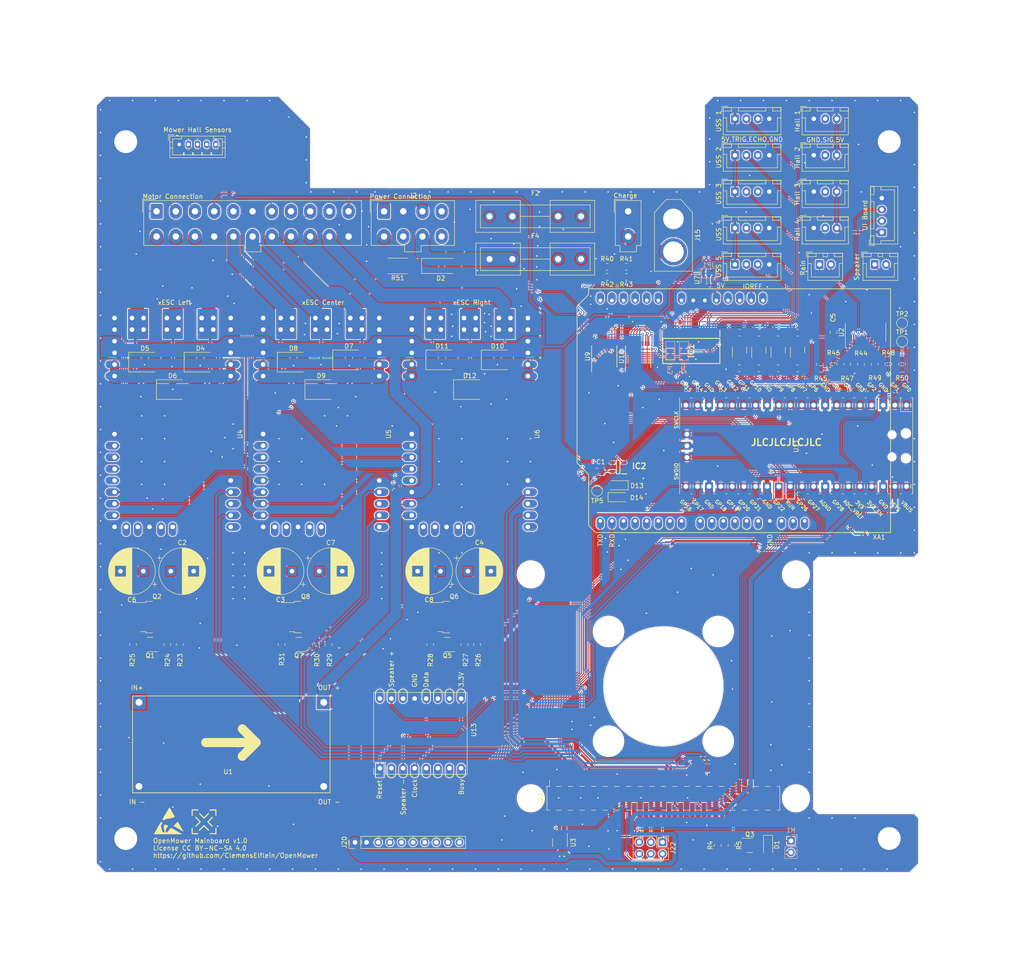
<source format=kicad_pcb>
(kicad_pcb (version 20211014) (generator pcbnew)
  (layers (0 "F.Cu" signal) (31 "B.Cu" signal) (34 "B.Paste" user) (35 "F.Paste" user) (36 "B.SilkS" user "B.Silkscreen") (37 "F.SilkS" user "F.Silkscreen") (38 "B.Mask" user) (39 "F.Mask" user) (44 "Edge.Cuts" user))
  (net 0 "")
  (net 1 "GND")
  (net 2 "+5V")
  (net 3 "/GPS/RXD")
  (net 8 "/RaspberryPi/UART0_TXD")
  (net 9 "/GPS/TXD")
  (net 10 "/RaspberryPi/UART0_RXD")
  (net 11 "/RaspberryPi/RASPI_FAN_ON")
  (net 12 "/RobotConnectors/RAIN-")
  (net 37 "/RobotConnectors/USS_1_TRIGGER_5V")
  (net 38 "/RobotConnectors/USS_1_ECHO_5V")
  (net 39 "/RobotConnectors/USS_2_TRIGGER_5V")
  (net 40 "/RobotConnectors/USS_2_ECHO_5V")
  (net 41 "/RobotConnectors/USS_3_TRIGGER_5V")
  (net 42 "/RobotConnectors/USS_3_ECHO_5V")
  (net 43 "/RobotConnectors/USS_4_TRIGGER_5V")
  (net 44 "/RobotConnectors/USS_4_ECHO_5V")
  (net 45 "/RobotConnectors/USS_5_TRIGGER_5V")
  (net 46 "/RobotConnectors/USS_5_ECHO_5V")
  (net 47 "/RobotConnectors/HALL_SWITCH_1_5V")
  (net 48 "/RobotConnectors/HALL_SWITCH_2_5V")
  (net 49 "/RobotConnectors/HALL_SWITCH_3_5V")
  (net 50 "/RobotConnectors/HALL_SWITCH_4_5V")
  (net 51 "/RobotConnectors/LED_RX")
  (net 52 "/RaspberryPi/RASPI_POWER")
  (net 53 "Net-(Q1-Pad3)")
  (net 54 "Net-(Q1-Pad1)")
  (net 55 "/RobotConnectors/LED_TX")
  (net 56 "+3V3")
  (net 57 "/RaspberryPi/POWER_EN")
  (net 58 "Net-(Q3-Pad1)")
  (net 59 "Net-(D1-Pad2)")
  (net 60 "V_BATT")
  (net 61 "/ESCs/MOSFET_SWITCH/VOUT")
  (net 62 "/RobotConnectors/USS_1_TRIGGER")
  (net 63 "Net-(Q5-Pad1)")
  (net 64 "Net-(Q5-Pad3)")
  (net 65 "/ESCs/MOSFET_SWITCH1/VOUT")
  (net 66 "Net-(Q7-Pad1)")
  (net 67 "Net-(Q7-Pad3)")
  (net 68 "/ESCs/MOSFET_SWITCH2/VOUT")
  (net 69 "/RobotConnectors/USS_2_TRIGGER")
  (net 70 "/RobotConnectors/USS_3_TRIGGER")
  (net 71 "/RobotConnectors/USS_4_TRIGGER")
  (net 72 "/RobotConnectors/USS_5_TRIGGER")
  (net 73 "/RobotConnectors/USS_5_ECHO")
  (net 74 "/RobotConnectors/HALL_SWITCH_4")
  (net 75 "/RobotConnectors/USS_4_ECHO")
  (net 76 "/RobotConnectors/HALL_SWITCH_3")
  (net 77 "/RobotConnectors/USS_3_ECHO")
  (net 78 "/RobotConnectors/HALL_SWITCH_2")
  (net 79 "/RobotConnectors/USS_2_ECHO")
  (net 80 "/RobotConnectors/HALL_SWITCH_1")
  (net 81 "/RobotConnectors/USS_1_ECHO")
  (net 82 "/GPS/GPS_POWER")
  (net 83 "/GPS/POWER_EN")
  (net 84 "/RAIN_DETECTED")
  (net 85 "Net-(J2-Pad1)")
  (net 106 "/ESCs/ML_HALL_U")
  (net 107 "/ESCs/ML_HALL_V")
  (net 108 "/ESCs/ML_HALL_W")
  (net 109 "/ESCs/MC_TEMP")
  (net 110 "/ESCs/MR_HALL_U")
  (net 111 "/ESCs/MR_HALL_V")
  (net 112 "/ESCs/MR_HALL_W")
  (net 113 "/ESCs/ML_PHASE_W")
  (net 114 "/ESCs/ML_PHASE_V")
  (net 115 "/ESCs/ML_PHASE_U")
  (net 116 "/ESCs/MC_PHASE_W")
  (net 117 "/ESCs/MC_PHASE_V")
  (net 118 "/ESCs/MC_PHASE_U")
  (net 119 "/ESCs/MR_PHASE_W")
  (net 120 "/ESCs/MR_PHASE_V")
  (net 121 "/ESCs/MR_PHASE_U")
  (net 122 "/RobotConnectors/V_CHARGE")
  (net 123 "/CHARGE_CURRENT")
  (net 124 "Net-(U4-Pad1)")
  (net 125 "/ESCs/MC_HALL_U")
  (net 126 "/ESCs/MC_HALL_V")
  (net 127 "/ESCs/MC_HALL_W")
  (net 128 "/RaspberryPi/PICO_RESET")
  (net 129 "/RaspberryPi/PICO_SWDIO")
  (net 130 "/RaspberryPi/PICO_SWCLK")
  (net 131 "Net-(U4-Pad2)")
  (net 132 "Net-(JP1-Pad2)")
  (net 133 "/ESCs/MC_POWER")
  (net 134 "/pico/V_CHARGE")
  (net 135 "/pico/V_IN")
  (net 136 "Net-(R45-Pad2)")
  (net 137 "Net-(R46-Pad1)")
  (net 138 "Net-(R47-Pad2)")
  (net 139 "Net-(R48-Pad1)")
  (net 142 "/ESCs/ML_TX")
  (net 143 "/ESCs/ML_RX")
  (net 144 "/ESCs/MC_RX")
  (net 145 "/ESCs/MC_TX")
  (net 146 "/ESCs/MR_TX")
  (net 147 "/ESCs/MR_RX")
  (net 148 "/IMU/SCK")
  (net 149 "/pico/SOUND_CLK")
  (net 150 "/pico/SOUND_DATA")
  (net 151 "/pico/SOUND_BUSY")
  (net 152 "/pico/SOUND_RESET")
  (net 164 "/IMU/MOSI")
  (net 165 "/IMU/MISO")
  (net 166 "/IMU/~{CS}")
  (net 171 "Net-(F2-Pad2)")
  (net 172 "Net-(F4-Pad1)")
  (net 189 "Net-(J21-Pad16)")
  (net 190 "Net-(J21-Pad18)")
  (net 191 "Net-(J21-Pad22)")
  (net 193 "/pico/MUX_OUTPUT")
  (net 196 "/pico/MUX_ADDRESS_2")
  (net 197 "/pico/MUX_ADDRESS_1")
  (net 198 "/pico/MUX_ADDRESS_0")
  (net 199 "/pico/MUX_INPUT")
  (net 210 "Net-(IC1-Pad1)")
  (net 211 "Net-(IC1-Pad24)")
  (net 212 "/RobotConnectors/SPEAKER_PLUS")
  (net 213 "/RobotConnectors/SPEAKER_MINUS")
  (net 214 "/RobotConnectors/CHARGE_SHUNT_PLUS")
  (net 215 "/RobotConnectors/CHARGE_SHUNT_MINUS")
  (footprint "Connector_Molex:Molex_Mini-Fit_Jr_5566-22A_2x11_P4.20mm_Vertical" (layer "F.Cu") (at 33.25 45.25)
    (fp_text reference "J1" hide)
    (fp_text value "Conn_02x11_Top_Bottom")
  )
  (footprint "Connector_Molex:Molex_Mini-Fit_Jr_5566-08A_2x04_P4.20mm_Vertical" (layer "F.Cu") (at 83 45.25)
    (fp_text reference "J2")
    (fp_text value "Conn_02x04_Top_Bottom")
  )
  (footprint "Connector_Molex:Molex_Mini-Fit_Jr_5566-02A_2x01_P4.20mm_Vertical" (layer "F.Cu") (at 136.4 45.25)
    (fp_text reference "J3" hide)
    (fp_text value "Conn_01x02")
  )
  (footprint "MyModules:LM2596S_MODULE" (layer "F.Cu") (at 28 172.5)
    (fp_text reference "U1")
    (fp_text value "LM2596S_MODULE")
  )
  (footprint "Arduino:Arduino_Uno_Shield" (layer "F.Cu") (at 193.8 62.2 180)
    (fp_text reference "XA1")
    (fp_text value "Arduino_Uno_Shield")
  )
  (footprint "Connector_JST:JST_XH_B3B-XH-A_1x03_P2.50mm_Vertical" (layer "F.Cu") (at 177 40.935)
    (fp_text reference "J13" hide)
    (fp_text value "Conn_01x03_Male")
  )
  (footprint "Connector_JST:JST_XH_B3B-XH-A_1x03_P2.50mm_Vertical" (layer "F.Cu") (at 177 48.9025)
    (fp_text reference "J14" hide)
    (fp_text value "Conn_01x03_Male")
  )
  (footprint "Connector_JST:JST_XH_B4B-XH-A_1x04_P2.50mm_Vertical" (layer "F.Cu") (at 159.75 25)
    (fp_text reference "J5" hide)
    (fp_text value "Conn_01x04")
  )
  (footprint "Connector_JST:JST_XH_B4B-XH-A_1x04_P2.50mm_Vertical" (layer "F.Cu") (at 159.75 32.9675)
    (fp_text reference "J6" hide)
    (fp_text value "Conn_01x04")
  )
  (footprint "Connector_JST:JST_XH_B4B-XH-A_1x04_P2.50mm_Vertical" (layer "F.Cu") (at 159.75 40.935)
    (fp_text reference "J7" hide)
    (fp_text value "Conn_01x04")
  )
  (footprint "Connector_JST:JST_XH_B4B-XH-A_1x04_P2.50mm_Vertical" (layer "F.Cu") (at 159.75 48.9025)
    (fp_text reference "J8" hide)
    (fp_text value "Conn_01x04")
  )
  (footprint "Connector_JST:JST_XH_B4B-XH-A_1x04_P2.50mm_Vertical" (layer "F.Cu") (at 159.75 56.87)
    (fp_text reference "J9" hide)
    (fp_text value "Conn_01x04")
  )
  (footprint "Connector_JST:JST_XH_B3B-XH-A_1x03_P2.50mm_Vertical" (layer "F.Cu") (at 177 32.9675)
    (fp_text reference "J12" hide)
    (fp_text value "Conn_01x03_Male")
  )
  (footprint "Connector_JST:JST_PH_B5B-PH-K_1x05_P2.00mm_Vertical" (layer "F.Cu") (at 38.2 30.6)
    (fp_text reference "J10" hide)
    (fp_text value "Conn_01x05")
  )
  (footprint "Connector_JST:JST_XH_B3B-XH-A_1x03_P2.50mm_Vertical" (layer "F.Cu") (at 177 25)
    (fp_text reference "J11" hide)
    (fp_text value "Conn_01x03_Male")
  )
  (footprint "MountingHole:MountingHole_5mm_Pad" (layer "F.Cu") (at 26.5 30)
    (fp_text reference "H1" hide)
    (fp_text value "MountingHole_Pad")
  )
  (footprint "MountingHole:MountingHole_5mm_Pad" (layer "F.Cu") (at 26.5 182.5)
    (fp_text reference "H2" hide)
    (fp_text value "MountingHole_Pad")
  )
  (footprint "MountingHole:MountingHole_5mm_Pad" (layer "F.Cu") (at 193.5 30)
    (fp_text reference "H3" hide)
    (fp_text value "MountingHole_Pad")
  )
  (footprint "MountingHole:MountingHole_5mm_Pad" (layer "F.Cu") (at 193.5 182.5)
    (fp_text reference "H4" hide)
    (fp_text value "MountingHole_Pad")
  )
  (footprint "WTV020:WTV020" (layer "F.Cu") (at 110.75 156.215 90)
    (fp_text reference "U13")
    (fp_text value "WTV020")
  )
  (footprint "Resistor_SMD:R_0805_2012Metric_Pad1.20x1.40mm_HandSolder" (layer "F.Cu") (at 103.342323 140.05 -90)
    (fp_text reference "R26")
    (fp_text value "R")
  )
  (footprint "xESC2:xESC2" (layer "F.Cu") (at 84.5 94 90)
    (fp_text reference "U5")
    (fp_text value "xESC2")
  )
  (footprint "Resistor_SMD:R_0805_2012Metric_Pad1.20x1.40mm_HandSolder" (layer "F.Cu") (at 100.592323 140.05 -90)
    (fp_text reference "R27")
    (fp_text value "R")
  )
  (footprint "Package_SO:SSOP-16_4.4x5.2mm_P0.65mm" (layer "F.Cu") (at 131.2 77 90)
    (fp_text reference "U9")
    (fp_text value "74HC4051")
  )
  (footprint "Resistor_SMD:R_0805_2012Metric_Pad1.20x1.40mm_HandSolder" (layer "F.Cu") (at 159 184 -90)
    (fp_text reference "R5")
    (fp_text value "R")
  )
  (footprint "Package_TO_SOT_SMD:SOT-23" (layer "F.Cu") (at 163 184)
    (fp_text reference "Q3")
    (fp_text value "BSS138")
  )
  (footprint "Resistor_SMD:R_0805_2012Metric_Pad1.20x1.40mm_HandSolder" (layer "F.Cu") (at 136 57.4 180)
    (fp_text reference "R41")
    (fp_text value "R")
  )
  (footprint "Capacitor_THT:CP_Radial_D10.0mm_P5.00mm" (layer "F.Cu") (at 62.849646 124 180)
    (fp_text reference "C3")
    (fp_text value "C_Polarized")
  )
  (footprint "Connector_PinHeader_2.54mm:PinHeader_2x03_P2.54mm_Vertical" (layer "F.Cu") (at 143.9 183.3 -90)
    (fp_text reference "J22")
    (fp_text value "Conn_02x03_Odd_Even")
  )
  (footprint "Resistor_SMD:R_0805_2012Metric_Pad1.20x1.40mm_HandSolder" (layer "F.Cu") (at 38.342323 140.05 -90)
    (fp_text reference "R23")
    (fp_text value "R")
  )
  (footprint "" (layer "F.Cu") (at 132.1 161.2 -90)
    (fp_text reference "")
    (fp_text value "")
  )
  (footprint "Connector_AMASS:AMASS_XT60-M_1x02_P7.20mm_Vertical" (layer "F.Cu") (at 146.3 46.9 -90)
    (fp_text reference "J15")
    (fp_text value "Conn_01x02_Male")
  )
  (footprint "MyModules:Fuseholder5x20_horiz_open_inline_Type-I" (layer "F.Cu") (at 106.075 55.7)
    (fp_text reference "F4")
    (fp_text value "Fuse")
  )
  (footprint "Resistor_SMD:R_0805_2012Metric_Pad1.20x1.40mm_HandSolder" (layer "F.Cu") (at 131.8 57.4 180)
    (fp_text reference "R40")
    (fp_text value "R")
  )
  (footprint "Resistor_SMD:R_0805_2012Metric_Pad1.20x1.40mm_HandSolder" (layer "F.Cu") (at 196.32 78.72 90)
    (fp_text reference "R50")
    (fp_text value "10k")
  )
  (footprint "Resistor_SMD:R_0805_2012Metric_Pad1.20x1.40mm_HandSolder" (layer "F.Cu") (at 35.592323 140.05 -90)
    (fp_text reference "R24")
    (fp_text value "R")
  )
  (footprint "Resistor_SMD:R_0805_2012Metric_Pad1.20x1.40mm_HandSolder" (layer "F.Cu") (at 136 59.6 180)
    (fp_text reference "R43")
    (fp_text value "R")
  )
  (footprint "Diode_SMD:D_SOD-123F" (layer "F.Cu") (at 134.2 107.8)
    (fp_text reference "D14")
    (fp_text value "D_Zener")
  )
  (footprint "Capacitor_THT:CP_Radial_D10.0mm_P5.00mm" (layer "F.Cu") (at 36.349646 124)
    (fp_text reference "C2")
    (fp_text value "C_Polarized")
  )
  (footprint "xESC2:xESC2" (layer "F.Cu") (at 52 94 90)
    (fp_text reference "U4")
    (fp_text value "xESC2")
  )
  (footprint "Connector_PinHeader_2.54mm:PinHeader_1x10_P2.54mm_Vertical" (layer "F.Cu") (at 76.65 183.35 90)
    (fp_text reference "J20")
    (fp_text value "Conn_01x10_Female")
  )
  (footprint "Resistor_SMD:R_0805_2012Metric_Pad1.20x1.40mm_HandSolder" (layer "F.Cu") (at 169.216666 79.6)
    (fp_text reference "R15" hide)
    (fp_text value "R")
  )
  (footprint "" (layer "F.Cu") (at 132.1 137.2 -90)
    (fp_text reference "")
    (fp_text value "")
  )
  (footprint "Capacitor_THT:CP_Radial_D10.0mm_P5.00mm" (layer "F.Cu") (at 101.349646 124)
    (fp_text reference "C4")
    (fp_text value "C_Polarized")
  )
  (footprint "Resistor_SMD:R_0805_2012Metric_Pad1.20x1.40mm_HandSolder" (layer "F.Cu") (at 28.092323 140.05 -90)
    (fp_text reference "R25")
    (fp_text value "R")
  )
  (footprint "Resistor_SMD:R_0805_2012Metric_Pad1.20x1.40mm_HandSolder" (layer "F.Cu") (at 193.32 78.72 -90)
    (fp_text reference "R48")
    (fp_text value "10k")
  )
  (footprint "Diode_SMD:D_SMB" (layer "F.Cu") (at 75.325 77.75)
    (fp_text reference "D7")
    (fp_text value "D_TVS")
  )
  (footprint "Diode_SMD:D_SMB" (layer "F.Cu") (at 30.695 78.25)
    (fp_text reference "D5")
    (fp_text value "D_TVS")
  )
  (footprint "xESC2:xESC2" (layer "F.Cu") (at 117 94 90)
    (fp_text reference "U6")
    (fp_text value "xESC2")
  )
  (footprint "Diode_SMD:D_SMB" (layer "F.Cu") (at 69.25 84.25)
    (fp_text reference "D9")
    (fp_text value "D_TVS")
  )
  (footprint "" (layer "F.Cu") (at 156.1 161.2 -90)
    (fp_text reference "")
    (fp_text value "")
  )
  (footprint "Diode_SMD:D_SOD-123F" (layer "F.Cu") (at 134.2 105.2 180)
    (fp_text reference "D13")
    (fp_text value "D_Schottky")
  )
  (footprint "Resistor_SMD:R_0805_2012Metric_Pad1.20x1.40mm_HandSolder" (layer "F.Cu") (at 187.32 78.72 90)
    (fp_text reference "R44")
    (fp_text value "47k")
  )
  (footprint "MyModules:Fuseholder5x20_horiz_open_inline_Type-I" (layer "F.Cu") (at 106.075 46.35)
    (fp_text reference "F2")
    (fp_text value "Fuse")
  )
  (footprint "Capacitor_THT:CP_Radial_D10.0mm_P5.00mm" (layer "F.Cu") (at 95.349646 124 180)
    (fp_text reference "C8")
    (fp_text value "C_Polarized")
  )
  (footprint "Capacitor_THT:CP_Radial_D10.0mm_P5.00mm" (layer "F.Cu") (at 30.349646 124 180)
    (fp_text reference "C6")
    (fp_text value "C_Polarized")
  )
  (footprint "Resistor_SMD:R_0805_2012Metric_Pad1.20x1.40mm_HandSolder" (layer "F.Cu") (at 60.592323 140.05 -90)
    (fp_text reference "R31")
    (fp_text value "R")
  )
  (footprint "Package_SO:SSOP-16_4.4x5.2mm_P0.65mm" (layer "F.Cu") (at 138.6 77.1 90)
    (fp_text reference "U10")
    (fp_text value "74HC4051")
  )
  (footprint "Package_TO_SOT_SMD:SOT-23-6_Handsoldering" (layer "F.Cu") (at 153.96 58.85 90)
    (fp_text reference "U7")
    (fp_text value "SIP32509DT")
  )
  (footprint "Capacitor_SMD:C_0805_2012Metric_Pad1.18x1.45mm_HandSolder" (layer "F.Cu") (at 181.32 71.72 -90)
    (fp_text reference "C5")
    (fp_text value "100n")
  )
  (footprint "Package_TO_SOT_SMD:SOT-23" (layer "F.Cu") (at 173.449999 75.6 90)
    (fp_text reference "Q16" hide)
    (fp_text value "BSS138")
  )
  (footprint "Package_TO_SOT_SMD:SOT-23" (layer "F.Cu") (at 64.342323 140.05 180)
    (fp_text reference "Q7")
    (fp_text value "BSS138")
  )
  (footprint "" (layer "F.Cu") (at 115.1 124.7 -90)
    (fp_text reference "")
    (fp_text value "")
  )
  (footprint "Connector_PinSocket_2.54mm:PinSocket_2x20_P2.54mm_Vertical_SMD" (layer "F.Cu") (at 144.1 173.7 90)
    (fp_text reference "J21")
    (fp_text value "Raspberry_Pi_2_3")
  )
  (footprint "Resistor_SMD:R_0805_2012Metric_Pad1.20x1.40mm_HandSolder" (layer "F.Cu") (at 181.32 78.72 -90)
    (fp_text reference "R46")
    (fp_text value "47k")
  )
  (footprint "Resistor_SMD:R_0805_2012Metric_Pad1.20x1.40mm_HandSolder" (layer "F.Cu") (at 164.983333 79.6)
    (fp_text reference "R9" hide)
    (fp_text value "R")
  )
  (footprint "Resistor_SMD:R_0805_2012Metric_Pad1.20x1.40mm_HandSolder" (layer "F.Cu") (at 164.983333 71.8)
    (fp_text reference "R10" hide)
    (fp_text value "R")
  )
  (footprint "Capacitor_THT:CP_Radial_D10.0mm_P5.00mm" (layer "F.Cu") (at 68.849646 124)
    (fp_text reference "C7")
    (fp_text value "C_Polarized")
  )
  (footprint "Resistor_SMD:R_0805_2012Metric_Pad1.20x1.40mm_HandSolder" (layer "F.Cu") (at 173.449999 79.6)
    (fp_text reference "R19" hide)
    (fp_text value "R")
  )
  (footprint "Diode_SMD:D_SMB" (layer "F.Cu") (at 107.825 77.75)
    (fp_text reference "D10")
    (fp_text value "D_TVS")
  )
  (footprint "Resistor_SMD:R_0805_2012Metric_Pad1.20x1.40mm_HandSolder" (layer "F.Cu") (at 68.092323 140.05 -90)
    (fp_text reference "R30")
    (fp_text value "R")
  )
  (footprint "Package_TO_SOT_SMD:SOT-23-6_Handsoldering" (layer "F.Cu") (at 121.48 183.41 -90)
    (fp_text reference "U3")
    (fp_text value "SIP32509DT")
  )
  (footprint "Resistor_SMD:R_0805_2012Metric_Pad1.20x1.40mm_HandSolder" (layer "F.Cu") (at 131.8 59.6 180)
    (fp_text reference "R42")
    (fp_text value "R")
  )
  (footprint "Resistor_SMD:R_0805_2012Metric_Pad1.20x1.40mm_HandSolder" (layer "F.Cu") (at 190.32 78.72 -90)
    (fp_text reference "R49")
    (fp_text value "6.8k")
  )
  (footprint "Resistor_SMD:R_0805_2012Metric_Pad1.20x1.40mm_HandSolder" (layer "F.Cu") (at 169.216666 71.8)
    (fp_text reference "R16" hide)
    (fp_text value "R")
  )
  (footprint "Connector_JST:JST_XH_B2B-XH-A_1x02_P2.50mm_Vertical" (layer "F.Cu") (at 190.32 56.87)
    (fp_text reference "J18" hide)
    (fp_text value "Conn_01x02")
  )
  (footprint "" (layer "F.Cu") (at 173.1 124.7 -90)
    (fp_text reference "")
    (fp_text value "")
  )
  (footprint "Resistor_SMD:R_0805_2012Metric_Pad1.20x1.40mm_HandSolder" (layer "F.Cu") (at 156 184 90)
    (fp_text reference "R4")
    (fp_text value "R")
  )
  (footprint "74ALVC164245DGG:SOP50P810X120-48N" (layer "F.Cu") (at 150.2 75.8 -90)
    (fp_text reference "IC1")
    (fp_text value "74ALVC164245DGG,11" hide)
  )
  (footprint "Package_TO_SOT_SMD:TO-252-2" (layer "F.Cu") (at 33.342323 134.05)
    (fp_text reference "Q2")
    (fp_text value "Q_PMOS_GDS")
  )
  (footprint "TSC101CILT:SOT95P280X145-5N" (layer "F.Cu") (at 134.2 101.2 180)
    (fp_text reference "IC2")
    (fp_text value "TSC101CILT" hide)
  )
  (footprint "Connector_JST:JST_XH_B2B-XH-A_1x02_P2.50mm_Vertical" (layer "F.Cu") (at 178.25 56.87)
    (fp_text reference "J17" hide)
    (fp_text value "Conn_01x02")
  )
  (footprint "Package_TO_SOT_SMD:SOT-23" (layer "F.Cu") (at 160.75 75.6 90)
    (fp_text reference "Q13" hide)
    (fp_text value "BSS138")
  )
  (footprint "Diode_SMD:D_SMB" (layer "F.Cu") (at 95.695 77.75)
    (fp_text reference "D11")
    (fp_text value "D_TVS")
  )
  (footprint "x-tech-logo:x-tech-logo" (layer "F.Cu") (at 43.6 178.9 180)
    (fp_text reference "G***" hide)
    (fp_text value "LOGO" hide)
  )
  (footprint "Resistor_SMD:R_0805_2012Metric_Pad1.20x1.40mm_HandSolder" (layer "F.Cu") (at 173.449999 71.8)
    (fp_text reference "R20" hide)
    (fp_text value "R")
  )
  (footprint "Connector_JST:JST_XH_B4B-XH-A_1x04_P2.50mm_Vertical" (layer "F.Cu") (at 191.87 49.8525 90)
    (fp_text reference "J19" hide)
    (fp_text value "Conn_01x04")
  )
  (footprint "Diode_SMD:D_SMB" (layer "F.Cu") (at 42.825 78.25)
    (fp_text reference "D4")
    (fp_text value "D_TVS")
  )
  (footprint "Package_TO_SOT_SMD:SOT-23" (layer "F.Cu") (at 169.216666 75.6 90)
    (fp_text reference "Q15" hide)
    (fp_text value "BSS138")
  )
  (footprint "Package_TO_SOT_SMD:TO-252-2" (layer "F.Cu") (at 98.342323 134.05)
    (fp_text reference "Q6")
    (fp_text value "Q_PMOS_GDS")
  )
  (footprint "Diode_SMD:D_SMB" (layer "F.Cu") (at 101.75 84.25)
    (fp_text reference "D12")
    (fp_text value "D_TVS")
  )
  (footprint "Resistor_SMD:R_0805_2012Metric_Pad1.20x1.40mm_HandSolder" (layer "F.Cu") (at 93.092323 140.05 -90)
    (fp_text reference "R28")
    (fp_text value "R")
  )
  (footprint "Package_TO_SOT_SMD:SOT-23" (layer "F.Cu") (at 31.842323 140.05 180)
    (fp_text reference "Q1")
    (fp_text value "BSS138")
  )
  (footprint "" (layer "F.Cu") (at 115.1 173.7 -90)
    (fp_text reference "")
    (fp_text value "")
  )
  (footprint "Diode_SMD:D_SMB" (layer "F.Cu") (at 36.75 84.25)
    (fp_text reference "D6")
    (fp_text value "D_TVS")
  )
  (footprint "" (layer "F.Cu") (at 156.1 137.2 -90)
    (fp_text reference "")
    (fp_text value "")
  )
  (footprint "TestPoint:TestPoint_Pad_D2.0mm" (layer "F.Cu") (at 129.6 106.4)
    (fp_text reference "TP5")
    (fp_text value "TestPoint")
  )
  (footprint "MCU_RaspberryPi_and_Boards:RPi_Pico_SMD_TH" (layer "F.Cu") (at 173.145 96.565 -90)
    (fp_text reference "U11")
    (fp_text value "Pico")
  )
  (footprint "Resistor_SMD:R_0805_2012Metric_Pad1.20x1.40mm_HandSolder" (layer "F.Cu") (at 160.75 79.6)
    (fp_text reference "R3" hide)
    (fp_text value "R")
  )
  (footprint "Package_TO_SOT_SMD:TO-252-2" (layer "F.Cu") (at 65.842323 134.05)
    (fp_text reference "Q8")
    (fp_text value "Q_PMOS_GDS")
  )
  (footprint "Diode_SMD:D_SMA_Handsoldering" (layer "F.Cu") (at 95.6 57.2)
    (fp_text reference "D2")
    (fp_text value "D_Schottky")
  )
  (footprint "Capacitor_SMD:C_0805_2012Metric_Pad1.18x1.45mm_HandSolder" (layer "F.Cu") (at 129.6 102.2 180)
    (fp_text reference "C1")
    (fp_text value "100n")
  )
  (footprint "Diode_SMD:D_SMB" (layer "F.Cu") (at 63.195 78.25)
    (fp_text reference "D8")
    (fp_text value "D_TVS")
  )
  (footprint "TestPoint:TestPoint_Pad_D2.0mm" (layer "F.Cu") (at 196.32 69.72)
    (fp_text reference "TP2")
    (fp_text value "TestPoint")
  )
  (footprint "Resistor_SMD:R_2512_6332Metric_Pad1.40x3.35mm_HandSolder" (layer "F.Cu") (at 86 57.2 180)
    (fp_text reference "R51")
    (fp_text value "R")
  )
  (footprint "" (layer "F.Cu") (at 173.1 173.7 -90)
    (fp_text reference "")
    (fp_text value "")
  )
  (footprint "Package_SO:SOIC-14_3.9x8.7mm_P1.27mm" (layer "F.Cu") (at 188.32 71.72 90)
    (fp_text reference "U2")
    (fp_text value "MCP604")
  )
  (footprint "Package_TO_SOT_SMD:SOT-23" (layer "F.Cu") (at 96.842323 140.05 180)
    (fp_text reference "Q5")
    (fp_text value "BSS138")
  )
  (footprint "Resistor_SMD:R_0805_2012Metric_Pad1.20x1.40mm_HandSolder" (layer "F.Cu") (at 184.32 78.72 -90)
    (fp_text reference "R47")
    (fp_text value "560")
  )
  (footprint "Symbol:ESD-Logo_6.6x6mm_SilkScreen" (layer "F.Cu") (at 35.9 178.6)
    (fp_text reference "REF**" hide)
    (fp_text value "ESD-Logo_6.6x6mm_SilkScreen" hide)
  )
  (footprint "Package_TO_SOT_SMD:SOT-23" (layer "F.Cu") (at 164.983333 75.6 90)
    (fp_text reference "Q14" hide)
    (fp_text value "BSS138")
  )
  (footprint "Resistor_SMD:R_0805_2012Metric_Pad1.20x1.40mm_HandSolder" (layer "F.Cu") (at 160.75 71.8)
    (fp_text reference "R6" hide)
    (fp_text value "R")
  )
  (footprint "TestPoint:TestPoint_Pad_D2.0mm" (layer "F.Cu") (at 196.32 73.72)
    (fp_text reference "TP1")
    (fp_text value "TestPoint")
  )
  (footprint "Diode_SMD:D_SOD-123F" (layer "F.Cu") (at 167 184 -90)
    (fp_text reference "D1")
    (fp_text value "D_Schottky")
  )
  (footprint "Resistor_SMD:R_0805_2012Metric_Pad1.20x1.40mm_HandSolder" (layer "F.Cu") (at 70.842323 140.05 -90)
    (fp_text reference "R29")
    (fp_text value "R")
  )
  (footprint "Resistor_SMD:R_0805_2012Metric_Pad1.20x1.40mm_HandSolder" (layer "F.Cu") (at 178.32 78.72 -90)
    (fp_text reference "R45")
    (fp_text value "1k")
  )
  (footprint "Jumper:SolderJumper-3_P1.3mm_Bridged12_Pad1.0x1.5mm" (layer "B.Cu") (at 145.6 75.8 90)
    (fp_text reference "JP3")
    (fp_text value "SolderJumper_3_Bridged12")
  )
  (footprint "Jumper:SolderJumper-3_P1.3mm_Bridged12_Pad1.0x1.5mm" (layer "B.Cu") (at 154 58.8 180)
    (fp_text reference "JP1")
    (fp_text value "SolderJumper_3_Bridged12")
  )
  (footprint "Connector_PinHeader_2.54mm:PinHeader_1x02_P2.54mm_Vertical" (layer "B.Cu") (at 172 183 180)
    (fp_text reference "M1")
    (fp_text value "Fan")
  )
  (footprint "Jumper:SolderJumper-3_P1.3mm_Bridged12_Pad1.0x1.5mm" (layer "B.Cu") (at 148.6 75.8 -90)
    (fp_text reference "JP2")
    (fp_text value "SolderJumper_3_Bridged12")
  )
  (gr_line (start 20 188) (end 20 22) (layer "Edge.Cuts") (width 0.05))
  (gr_line (start 67 40) (end 67 27) (layer "Edge.Cuts") (width 0.05))
  (gr_line (start 153 40) (end 67 40) (layer "Edge.Cuts") (width 0.05))
  (gr_line (start 153 22) (end 153 40) (layer "Edge.Cuts") (width 0.05))
  (gr_line (start 177 176) (end 177 122) (layer "Edge.Cuts") (width 0.05))
  (gr_line (start 20 22) (end 22 20) (layer "Edge.Cuts") (width 0.05))
  (gr_line (start 177 122) (end 178 121) (layer "Edge.Cuts") (width 0.05))
  (gr_line (start 200 178) (end 199 177) (layer "Edge.Cuts") (width 0.05))
  (gr_line (start 178 177) (end 177 176) (layer "Edge.Cuts") (width 0.05))
  (gr_circle locked (center 144.1 149.2) (end 157.1 149.2) (layer "Edge.Cuts") (width 0.1) (fill none))
  (gr_line (start 198 20) (end 200 22) (layer "Edge.Cuts") (width 0.05))
  (gr_line (start 198 190) (end 22 190) (layer "Edge.Cuts") (width 0.05))
  (gr_line (start 199 121) (end 200 120) (layer "Edge.Cuts") (width 0.05))
  (gr_line (start 198 20) (end 155 20) (layer "Edge.Cuts") (width 0.05))
  (gr_line (start 60 20) (end 67 27) (layer "Edge.Cuts") (width 0.05))
  (gr_line (start 200 120) (end 200 22) (layer "Edge.Cuts") (width 0.05))
  (gr_line (start 22 20) (end 60 20) (layer "Edge.Cuts") (width 0.05))
  (gr_line (start 155 20) (end 153 22) (layer "Edge.Cuts") (width 0.05))
  (gr_line (start 178 121) (end 199 121) (layer "Edge.Cuts") (width 0.05))
  (gr_line (start 198 190) (end 200 188) (layer "Edge.Cuts") (width 0.05))
  (gr_line (start 20 188) (end 22 190) (layer "Edge.Cuts") (width 0.05))
  (gr_line (start 199 177) (end 178 177) (layer "Edge.Cuts") (width 0.05))
  (gr_line (start 200 188) (end 200 178) (layer "Edge.Cuts") (width 0.05))
  (gr_text "RXD" (at 132.9 117.3 90) (layer "F.SilkS") (effects (font (size 1 1))))
  (gr_text "Busy" (at 99.9 171.2 90) (layer "F.SilkS") (effects (font (size 1 1))))
  (gr_text "Hall 3" (at 173.4 41.46 90) (layer "F.SilkS") (effects (font (size 1 1))))
  (gr_text "xESC Center" (at 69.655 65.2) (layer "F.SilkS") (effects (font (size 1 1))))
  (gr_text "GND,SIG,5V" (at 179.5 29.6) (layer "F.SilkS") (effects (font (size 1 1))))
  (gr_text "Power Connection" (at 86.6 42) (layer "F.SilkS") (effects (font (size 1 1))))
  (gr_text "Speaker" (at 186.4 57.4 90) (layer "F.SilkS") (effects (font (size 1 1))))
  (gr_text "Mower Hall Sensors" (at 42.2 27.4) (layer "F.SilkS") (effects (font (size 1 1))))
  (gr_text "Speaker -" (at 87.2 173.4 90) (layer "F.SilkS") (effects (font (size 1 1))))
  (gr_text "USS 2" (at 156.2 33.492501 90) (layer "F.SilkS") (effects (font (size 1 1))))
  (gr_text "Speaker +" (at 84.6 145.4 90) (layer "F.SilkS") (effects (font (size 1 1))))
  (gr_text "USS 5" (at 156.2 57.395001 90) (layer "F.SilkS") (effects (font (size 1 1))))
  (gr_text "Hall 2" (at 173.4 33.4925 90) (layer "F.SilkS") (effects (font (size 1 1))))
  (gr_text "USS 3" (at 156.2 41.460001 90) (layer "F.SilkS") (effects (font (size 1 1))))
  (gr_text "Reset" (at 82 171.8 90) (layer "F.SilkS") (effects (font (size 1 1))))
  (gr_text "OpenMower Mainboard v1.0\nLicense CC BY-NC-SA 4.0\nhttps://github.com/ClemensElflein/OpenMower" (at 32.4 184.6) (layer "F.SilkS") (effects (font (size 1 1)) (justify left)))
  (gr_text "3.3V" (at 99.9 147.7 90) (layer "F.SilkS") (effects (font (size 1 1))))
  (gr_text "5V,TRIG,ECHO,GND" (at 163.5 29.5) (layer "F.SilkS") (effects (font (size 1 1))))
  (gr_text "Hall 4" (at 173.4 49.4275 90) (layer "F.SilkS") (effects (font (size 1 1))))
  (gr_text "JLCJLCJLCJLC" (at 171 95.8) (layer "F.SilkS") (effects (font (size 1.5 1.5) (thickness 0.3))))
  (gr_text "Charge" (at 135.8 41.8) (layer "F.SilkS") (effects (font (size 1 1))))
  (gr_text "TXD" (at 130.3 117.2 90) (layer "F.SilkS") (effects (font (size 1 1))))
  (gr_text "Data" (at 92.2 147.7 90) (layer "F.SilkS") (effects (font (size 1 1))))
  (gr_text "USS 4" (at 156.2 49.427501 90) (layer "F.SilkS") (effects (font (size 1 1))))
  (gr_text "USS 1" (at 156.2 25.525001 90) (layer "F.SilkS") (effects (font (size 1 1))))
  (gr_text "Rain" (at 174.6 57.6 90) (layer "F.SilkS") (effects (font (size 1 1))))
  (gr_text "GND" (at 167.4 117.4 90) (layer "F.SilkS") (effects (font (size 1 1))))
  (gr_text "Clock" (at 89.7 171.5 90) (layer "F.SilkS") (effects (font (size 1 1))))
  (gr_text "Motor Connection" (at 36.8 42) (layer "F.SilkS") (effects (font (size 1 1))))
  (gr_text "xESC Left" (at 37.155 65.2) (layer "F.SilkS") (effects (font (size 1 1))))
  (gr_text "xESC Right" (at 102.155 65.2) (layer "F.SilkS") (effects (font (size 1 1))))
  (gr_text "GND" (at 89.7 147.9 90) (layer "F.SilkS") (effects (font (size 1 1))))
  (gr_text "IOREF" (at 163.6 61.7) (layer "F.SilkS") (effects (font (size 1 1))))
  (gr_text "5V" (at 156.6 61.5) (layer "F.SilkS") (effects (font (size 1 1))))
  (gr_text "Hall 1" (at 173.4 25.525 90) (layer "F.SilkS") (effects (font (size 1 1))))
  (gr_text "UI Board" (at 188.2 46.1025 90) (layer "F.SilkS") (effects (font (size 1 1))))
  (segment (start 186.92 79.72) (end 185.92 80.72) (width 0.3) (layer "F.Cu") (net 1))
  (segment (start 187.32 79.72) (end 186.92 79.72) (width 0.3) (layer "F.Cu") (net 1))
  (via locked (at 102 41) (size 0.6) (drill 0.3) (layers "F.Cu" "B.Cu") (net 1))
  (via locked (at 20.990822 102.999444) (size 0.6) (drill 0.3) (layers "F.Cu" "B.Cu") (net 1))
  (via (at 175.4 98.2) (size 0.6) (drill 0.3) (layers "F.Cu" "B.Cu") (net 1))
  (via locked (at 20.990822 67.999444) (size 0.6) (drill 0.3) (layers "F.Cu" "B.Cu") (net 1))
  (via (at 95.6 78.6) (size 0.6) (drill 0.3) (layers "F.Cu" "B.Cu") (net 1))
  (via (at 65.8 69.8) (size 0.6) (drill 0.3) (layers "F.Cu" "B.Cu") (net 1))
  (via (at 103.4 58.2) (size 0.6) (drill 0.3) (layers "F.Cu" "B.Cu") (net 1))
  (via (at 144.2 97.6) (size 0.6) (drill 0.3) (layers "F.Cu" "B.Cu") (net 1))
  (via locked (at 176 138) (size 0.6) (drill 0.3) (layers "F.Cu" "B.Cu") (net 1))
  (via (at 29.8 85.8) (size 0.6) (drill 0.3) (layers "F.Cu" "B.Cu") (net 1))
  (via (at 42.8 135.4) (size 0.6) (drill 0.3) (layers "F.Cu" "B.Cu") (net 1))
  (via locked (at 77.997832 189.198418) (size 0.6) (drill 0.3) (layers "F.Cu" "B.Cu") (net 1))
  (via (at 139.2 173.6) (size 0.6) (drill 0.3) (layers "F.Cu" "B.Cu") (net 1))
  (via (at 88 134.6) (size 0.6) (drill 0.3) (layers "F.Cu" "B.Cu") (net 1))
  (via (at 106.4 72.6) (size 0.6) (drill 0.3) (layers "F.Cu" "B.Cu") (net 1))
  (via (at 167.6 162) (size 0.6) (drill 0.3) (layers "F.Cu" "B.Cu") (net 1))
  (via (at 69.2 78.8) (size 0.6) (drill 0.3) (layers "F.Cu" "B.Cu") (net 1))
  (via (at 115 100) (size 0.6) (drill 0.3) (layers "F.Cu" "B.Cu") (net 1))
  (via locked (at 22.997832 189.198418) (size 0.6) (drill 0.3) (layers "F.Cu" "B.Cu") (net 1))
  (via locked (at 191 120) (size 0.6) (drill 0.3) (layers "F.Cu" "B.Cu") (net 1))
  (via (at 131.8 66.6) (size 0.6) (drill 0.3) (layers "F.Cu" "B.Cu") (net 1))
  (via (at 49.8 59) (size 0.6) (drill 0.3) (layers "F.Cu" "B.Cu") (net 1))
  (via locked (at 20.990822 57.999444) (size 0.6) (drill 0.3) (layers "F.Cu" "B.Cu") (net 1))
  (via (at 176 63.5) (size 0.6) (drill 0.3) (layers "F.Cu" "B.Cu") (net 1))
  (via (at 41 62) (size 0.6) (drill 0.3) (layers "F.Cu" "B.Cu") (net 1))
  (via (at 162.2 45.4) (size 0.6) (drill 0.3) (layers "F.Cu" "B.Cu") (net 1))
  (via (at 122.2 49.2) (size 0.6) (drill 0.3) (layers "F.Cu" "B.Cu") (net 1))
  (via (at 186.6 92.2) (size 0.6) (drill 0.3) (layers "F.Cu" "B.Cu") (net 1))
  (via (at 51 162.4) (size 0.6) (drill 0.3) (layers "F.Cu" "B.Cu") (net 1))
  (via locked (at 181 120) (size 0.6) (drill 0.3) (layers "F.Cu" "B.Cu") (net 1))
  (via (at 34.2 119.2) (size 0.6) (drill 0.3) (layers "F.Cu" "B.Cu") (net 1))
  (via (at 115 95) (size 0.6) (drill 0.3) (layers "F.Cu" "B.Cu") (net 1))
  (via locked (at 107 41) (size 0.6) (drill 0.3) (layers "F.Cu" "B.Cu") (net 1))
  (via (at 60 95) (size 0.6) (drill 0.3) (layers "F.Cu" "B.Cu") (net 1))
  (via (at 140.4 133.2) (size 0.6) (drill 0.3) (layers "F.Cu" "B.Cu") (net 1))
  (via (at 101.8 44.8) (size 0.6) (drill 0.3) (layers "F.Cu" "B.Cu") (net 1))
  (via (at 175.4 58.4) (size 0.6) (drill 0.3) (layers "F.Cu" "B.Cu") (net 1))
  (via locked (at 62.997832 189.198418) (size 0.6) (drill 0.3) (layers "F.Cu" "B.Cu") (net 1))
  (via (at 142.8 79.4) (size 0.6) (drill 0.3) (layers "F.Cu" "B.Cu") (net 1))
  (via locked (at 176 178) (size 0.6) (drill 0.3) (layers "F.Cu" "B.Cu") (net 1))
  (via locked (at 176 21) (size 0.6) (drill 0.3) (layers "F.Cu" "B.Cu") (net 1))
  (via (at 28.8 54.6) (size 0.6) (drill 0.3) (layers "F.Cu" "B.Cu") (net 1))
  (via locked (at 199 70) (size 0.6) (drill 0.3) (layers "F.Cu" "B.Cu") (net 1))
  (via locked (at 87.997832 189.198418) (size 0.6) (drill 0.3) (layers "F.Cu" "B.Cu") (net 1))
  (via locked (at 167.997832 189.198418) (size 0.6) (drill 0.3) (layers "F.Cu" "B.Cu") (net 1))
  (via (at 95 95) (size 0.6) (drill 0.3) (layers "F.Cu" "B.Cu") (net 1))
  (via (at 129.8 173.6) (size 0.6) (drill 0.3) (layers "F.Cu" "B.Cu") (net 1))
  (via (at 149.8 81.4) (size 0.6) (drill 0.3) (layers "F.Cu" "B.Cu") (net 1))
  (via (at 97.5 127.5) (size 0.6) (drill 0.3) (layers "F.Cu" "B.Cu") (net 1))
  (via locked (at 199 45) (size 0.6) (drill 0.3) (layers "F.Cu" "B.Cu") (net 1))
  (via locked (at 199 110) (size 0.6) (drill 0.3) (layers "F.Cu" "B.Cu") (net 1))
  (via locked (at 147 41) (size 0.6) (drill 0.3) (layers "F.Cu" "B.Cu") (net 1))
  (via (at 109.8 86.4) (size 0.6) (drill 0.3) (layers "F.Cu" "B.Cu") (net 1))
  (via (at 97.8 67.8) (size 0.6) (drill 0.3) (layers "F.Cu" "B.Cu") (net 1))
  (via locked (at 117.997832 189.198418) (size 0.6) (drill 0.3) (layers "F.Cu" "B.Cu") (net 1))
  (via (at 117 48.6) (size 0.6) (drill 0.3) (layers "F.Cu" "B.Cu") (net 1))
  (via (at 109.4 177.6) (size 0.6) (drill 0.3) (layers "F.Cu" "B.Cu") (net 1))
  (via locked (at 192.997832 189.198418) (size 0.6) (drill 0.3) (layers "F.Cu" "B.Cu") (net 1))
  (via (at 121.2 173.6) (size 0.6) (drill 0.3) (layers "F.Cu" "B.Cu") (net 1))
  (via (at 143.6 69.4) (size 0.6) (drill 0.3) (layers "F.Cu" "B.Cu") (net 1))
  (via locked (at 137 41) (size 0.6) (drill 0.3) (layers "F.Cu" "B.Cu") (net 1))
  (via (at 30 90) (size 0.6) (drill 0.3) (layers "F.Cu" "B.Cu") (net 1))
  (via (at 196 53) (size 0.6) (drill 0.3) (layers "F.Cu" "B.Cu") (net 1))
  (via locked (at 65.991231 38.99725) (size 0.6) (drill 0.3) (layers "F.Cu" "B.Cu") (net 1))
  (via locked (at 199 95) (size 0.6) (drill 0.3) (layers "F.Cu" "B.Cu") (net 1))
  (via locked (at 20.990822 147.999444) (size 0.6) (drill 0.3) (layers "F.Cu" "B.Cu") (net 1))
  (via (at 30 95) (size 0.6) (drill 0.3) (layers "F.Cu" "B.Cu") (net 1))
  (via locked (at 112.997832 189.198418) (size 0.6) (drill 0.3) (layers "F.Cu" "B.Cu") (net 1))
  (via locked (at 152.997832 189.198418) (size 0.6) (drill 0.3) (layers "F.Cu" "B.Cu") (net 1))
  (via locked (at 97 41) (size 0.6) (drill 0.3) (layers "F.Cu" "B.Cu") (net 1))
  (via locked (at 20.990822 117.999444) (size 0.6) (drill 0.3) (layers "F.Cu" "B.Cu") (net 1))
  (via (at 100 95) (size 0.6) (drill 0.3) (layers "F.Cu" "B.Cu") (net 1))
  (via locked (at 147.997832 189.198418) (size 0.6) (drill 0.3) (layers "F.Cu" "B.Cu") (net 1))
  (via (at 82.5 122.5) (size 0.6) (drill 0.3) (layers "F.Cu" "B.Cu") (net 1))
  (via locked (at 20.990822 47.999444) (size 0.6) (drill 0.3) (layers "F.Cu" "B.Cu") (net 1))
  (via locked (at 199 80) (size 0.6) (drill 0.3) (layers "F.Cu" "B.Cu") (net 1))
  (via (at 50 91.8) (size 0.6) (drill 0.3) (layers "F.Cu" "B.Cu") (net 1))
  (via (at 111.4 52.4) (size 0.6) (drill 0.3) (layers "F.Cu" "B.Cu") (net 1))
  (via (at 50 125) (size 0.6) (drill 0.3) (layers "F.Cu" "B.Cu") (net 1))
  (via (at 45.2 97.8) (size 0.6) (drill 0.3) (layers "F.Cu" "B.Cu") (net 1))
  (via locked (at 176 120) (size 0.6) (drill 0.3) (layers "F.Cu" "B.Cu") (net 1))
  (via (at 133.2 95.8) (size 0.6) (drill 0.3) (layers "F.Cu" "B.Cu") (net 1))
  (via (at 134 168.4) (size 0.6) (drill 0.3) (layers "F.Cu" "B.Cu") (net 1))
  (via (at 128.2 63.8) (size 0.6) (drill 0.3) (layers "F.Cu" "B.Cu") (net 1))
  (via locked (at 23 21) (size 0.6) (drill 0.3) (layers "F.Cu" "B.Cu") (net 1))
  (via (at 124.1 158.6) (size 0.6) (drill 0.3) (layers "F.Cu" "B.Cu") (net 1))
  (via (at 106.4 70.4) (size 0.6) (drill 0.3) (layers "F.Cu" "B.Cu") (net 1))
  (via (at 34.6 108.2) (size 0.6) (drill 0.3) (layers "F.Cu" "B.Cu") (net 1))
  (via locked (at 20.990822 22.999444) (size 0.6) (drill 0.3) (layers "F.Cu" "B.Cu") (net 1))
  (via (at 35 105) (size 0.6) (drill 0.3) (layers "F.Cu" "B.Cu") (net 1))
  (via (at 100 120) (size 0.6) (drill 0.3) (layers "F.Cu" "B.Cu") (net 1))
  (via locked (at 20.990822 137.999444) (size 0.6) (drill 0.3) (layers "F.Cu" "B.Cu") (net 1))
  (via (at 159 143.6) (size 0.6) (drill 0.3) (layers "F.Cu" "B.Cu") (net 1))
  (via (at 108.8 182.8) (size 0.6) (drill 0.3) (layers "F.Cu" "B.Cu") (net 1))
  (via (at 95 100) (size 0.6) (drill 0.3) (layers "F.Cu" "B.Cu") (net 1))
  (via (at 163 37.4) (size 0.6) (drill 0.3) (layers "F.Cu" "B.Cu") (net 1))
  (via (at 63.2 179.4) (size 0.6) (drill 0.3) (layers "F.Cu" "B.Cu") (net 1))
  (via locked (at 152 41) (size 0.6) (drill 0.3) (layers "F.Cu" "B.Cu") (net 1))
  (via locked (at 20.990822 112.999444) (size 0.6) (drill 0.3) (layers "F.Cu" "B.Cu") (net 1))
  (via locked (at 43 21) (size 0.6) (drill 0.3) (layers "F.Cu" "B.Cu") (net 1))
  (via locked (at 117 41) (size 0.6) (drill 0.3) (layers "F.Cu" "B.Cu") (net 1))
  (via (at 113.4 168) (size 0.6) (drill 0.3) (layers "F.Cu" "B.Cu") (net 1))
  (via (at 131.4 116.8) (size 0.6) (drill 0.3) (layers "F.Cu" "B.Cu") (net 1))
  (via (at 153.6 179.6) (size 0.6) (drill 0.3) (layers "F.Cu" "B.Cu") (net 1))
  (via (at 42 130) (size 0.6) (drill 0.3) (layers "F.Cu" "B.Cu") (net 1))
  (via locked (at 20.990822 107.999444) (size 0.6) (drill 0.3) (layers "F.Cu" "B.Cu") (net 1))
  (via locked (at 199 35) (size 0.6) (drill 0.3) (layers "F.Cu" "B.Cu") (net 1))
  (via locked (at 20.990822 72.999444) (size 0.6) (drill 0.3) (layers "F.Cu" "B.Cu") (net 1))
  (via (at 129 156) (size 0.6) (drill 0.3) (layers "F.Cu" "B.Cu") (net 1))
  (via locked (at 20.990822 27.999444) (size 0.6) (drill 0.3) (layers "F.Cu" "B.Cu") (net 1))
  (via (at 188.6 62.4) (size 0.6) (drill 0.3) (layers "F.Cu" "B.Cu") (net 1))
  (via (at 194.2 103.4) (size 0.6) (drill 0.3) (layers "F.Cu" "B.Cu") (net 1))
  (via (at 95 105) (size 0.6) (drill 0.3) (layers "F.Cu" "B.Cu") (net 1))
  (via (at 35 100) (size 0.6) (drill 0.3) (layers "F.Cu" "B.Cu") (net 1))
  (via (at 106 67.8) (size 0.6) (drill 0.3) (layers "F.Cu" "B.Cu") (net 1))
  (via (at 35 95) (size 0.6) (drill 0.3) (layers "F.Cu" "B.Cu") (net 1))
  (via (at 45.6 56) (size 0.6) (drill 0.3) (layers "F.Cu" "B.Cu") (net 1))
  (via locked (at 199 105) (size 0.6) (drill 0.3) (layers "F.Cu" "B.Cu") (net 1))
  (via locked (at 176 163) (size 0.6) (drill 0.3) (layers "F.Cu" "B.Cu") (net 1))
  (via (at 27.2 160.4) (size 0.6) (drill 0.3) (layers "F.Cu" "B.Cu") (net 1))
  (via locked (at 199 55) (size 0.6) (drill 0.3) (layers "F.Cu" "B.Cu") (net 1))
  (via (at 75 90) (size 0.6) (drill 0.3) (layers "F.Cu" "B.Cu") (net 1))
  (via (at 139.7 103.7) (size 0.6) (drill 0.3) (layers "F.Cu" "B.Cu") (net 1))
  (via locked (at 67 41) (size 0.6) (drill 0.3) (layers "F.Cu" "B.Cu") (net 1))
  (via (at 25.6 131.4) (size 0.6) (drill 0.3) (layers "F.Cu" "B.Cu") (net 1))
  (via (at 159.8 166.2) (size 0.6) (drill 0.3) (layers "F.Cu" "B.Cu") (net 1))
  (via locked (at 142 41) (size 0.6) (drill 0.3) (layers "F.Cu" "B.Cu") (net 1))
  (via locked (at 20.990822 172.999444) (size 0.6) (drill 0.3) (layers "F.Cu" "B.Cu") (net 1))
  (via locked (at 176 168) (size 0.6) (drill 0.3) (layers "F.Cu" "B.Cu") (net 1))
  (via (at 42.6 140.8) (size 0.6) (drill 0.3) (layers "F.Cu" "B.Cu") (net 1))
  (via locked (at 53 21) (size 0.6) (drill 0.3) (layers "F.Cu" "B.Cu") (net 1))
  (via (at 60 100) (size 0.6) (drill 0.3) (layers "F.Cu" "B.Cu") (net 1))
  (via locked (at 20.990822 77.999444) (size 0.6) (drill 0.3) (layers "F.Cu" "B.Cu") (net 1))
  (via locked (at 176 143) (size 0.6) (drill 0.3) (layers "F.Cu" "B.Cu") (net 1))
  (via locked (at 20.990822 157.999444) (size 0.6) (drill 0.3) (layers "F.Cu" "B.Cu") (net 1))
  (via locked (at 199 120) (size 0.6) (drill 0.3) (layers "F.Cu" "B.Cu") (net 1))
  (via (at 132.2 184.8) (size 0.6) (drill 0.3) (layers "F.Cu" "B.Cu") (net 1))
  (via (at 140.3 107.1) (size 0.6) (drill 0.3) (layers "F.Cu" "B.Cu") (net 1))
  (via locked (at 58 21) (size 0.6) (drill 0.3) (layers "F.Cu" "B.Cu") (net 1))
  (via (at 70 90) (size 0.6) (drill 0.3) (layers "F.Cu" "B.Cu") (net 1))
  (via (at 82.8 141) (size 0.6) (drill 0.3) (layers "F.Cu" "B.Cu") (net 1))
  (via locked (at 20.990822 52.999444) (size 0.6) (drill 0.3) (layers "F.Cu" "B.Cu") (net 1))
  (via locked (at 81 41) (size 0.6) (drill 0.3) (layers "F.Cu" "B.Cu") (net 1))
  (via (at 50 127.5) (size 0.6) (drill 0.3) (layers "F.Cu" "B.Cu") (net 1))
  (via locked (at 199 60) (size 0.6) (drill 0.3) (layers "F.Cu" "B.Cu") (net 1))
  (via (at 149.4 173.6) (size 0.6) (drill 0.3) (layers "F.Cu" "B.Cu") (net 1))
  (via locked (at 72 41) (size 0.6) (drill 0.3) (layers "F.Cu" "B.Cu") (net 1))
  (via locked (at 127.997832 189.198418) (size 0.6) (drill 0.3) (layers "F.Cu" "B.Cu") (net 1))
  (via locked (at 20.990822 82.999444) (size 0.6) (drill 0.3) (layers "F.Cu" "B.Cu") (net 1))
  (via (at 29.6 49.6) (size 0.6) (drill 0.3) (layers "F.Cu" "B.Cu") (net 1))
  (via (at 63.2 79) (size 0.6) (drill 0.3) (layers "F.Cu" "B.Cu") (net 1))
  (via (at 75.4 79) (size 0.6) (drill 0.3) (layers "F.Cu" "B.Cu") (net 1))
  (via (at 52.5 120) (size 0.6) (drill 0.3) (layers "F.Cu" "B.Cu") (net 1))
  (via (at 131.8 119.8) (size 0.6) (drill 0.3) (layers "F.Cu" "B.Cu") (net 1))
  (via (at 82.5 125) (size 0.6) (drill 0.3) (layers "F.Cu" "B.Cu") (net 1))
  (via (at 185.92 80.72) (size 0.6) (drill 0.3) (layers "F.Cu" "B.Cu") (net 1))
  (via locked (at 137.997832 189.198418) (size 0.6) (drill 0.3) (layers "F.Cu" "B.Cu") (net 1))
  (via locked (at 47.997832 189.198418) (size 0.6) (drill 0.3) (layers "F.Cu" "B.Cu") (net 1))
  (via (at 128.230814 65.6) (size 0.6) (drill 0.3) (layers "F.Cu" "B.Cu") (net 1))
  (via (at 36.8 84.2) (size 0.6) (drill 0.3) (layers "F.Cu" "B.Cu") (net 1))
  (via (at 113.6 57.8) (size 0.6) (drill 0.3) (layers "F.Cu" "B.Cu") (net 1))
  (via locked (at 186 21) (size 0.6) (drill 0.3) (layers "F.Cu" "B.Cu") (net 1))
  (via locked (at 20.984129 187.598534) (size 0.6) (drill 0.3) (layers "F.Cu" "B.Cu") (net 1))
  (via locked (at 171 21) (size 0.6) (drill 0.3) (layers "F.Cu" "B.Cu") (net 1))
  (via locked (at 176 128) (size 0.6) (drill 0.3) (layers "F.Cu" "B.Cu") (net 1))
  (via locked (at 154.2 29.4) (size 0.6) (drill 0.3) (layers "F.Cu" "B.Cu") (net 1))
  (via (at 151.8 73.8) (size 0.6) (drill 0.3) (layers "F.Cu" "B.Cu") (net 1))
  (via locked (at 20.990822 37.999444) (size 0.6) (drill 0.3) (layers "F.Cu" "B.Cu") (net 1))
  (via locked (at 42.997832 189.198418) (size 0.6) (drill 0.3) (layers "F.Cu" "B.Cu") (net 1))
  (via (at 95 120) (size 0.6) (drill 0.3) (layers "F.Cu" "B.Cu") (net 1))
  (via (at 99.8 88) (size 0.6) (drill 0.3) (layers "F.Cu" "B.Cu") (net 1))
  (via (at 110 100) (size 0.6) (drill 0.3) (layers "F.Cu" "B.Cu") (net 1))
  (via locked (at 97.997832 189.198418) (size 0.6) (drill 0.3) (layers "F.Cu" "B.Cu") (net 1))
  (via locked (at 20.990822 162.999444) (size 0.6) (drill 0.3) (layers "F.Cu" "B.Cu") (net 1))
  (via (at 107.8 78.8) (size 0.6) (drill 0.3) (layers "F.Cu" "B.Cu") (net 1))
  (via (at 79.2 52.6) (size 0.6) (drill 0.3) (layers "F.Cu" "B.Cu") (net 1))
  (via (at 100 105) (size 0.6) (drill 0.3) (layers "F.Cu" "B.Cu") (net 1))
  (via (at 42.8 170.6) (size 0.6) (drill 0.3) (layers "F.Cu" "B.Cu") (net 1))
  (via (at 150.2 123.4) (size 0.6) (drill 0.3) (layers "F.Cu" "B.Cu") (net 1))
  (via (at 105 80.8) (size 0.6) (drill 0.3) (layers "F.Cu" "B.Cu") (net 1))
  (via locked (at 20.990822 127.999444) (size 0.6) (drill 0.3) (layers "F.Cu" "B.Cu") (net 1))
  (via (at 107.5 127.5) (size 0.6) (drill 0.3) (layers "F.Cu" "B.Cu") (net 1))
  (via locked (at 181 21) (size 0.6) (drill 0.3) (layers "F.Cu" "B.Cu") (net 1))
  (via locked (at 199 40) (size 0.6) (drill 0.3) (layers "F.Cu" "B.Cu") (net 1))
  (via (at 106.4 51.2) (size 0.6) (drill 0.3) (layers "F.Cu" "B.Cu") (net 1))
  (via (at 128.2 157.7) (size 0.6) (drill 0.3) (layers "F.Cu" "B.Cu") (net 1))
  (via (at 167.6 167.6) (size 0.6) (drill 0.3) (layers "F.Cu" "B.Cu") (net 1))
  (via (at 178.8 94) (size 0.6) (drill 0.3) (layers "F.Cu" "B.Cu") (net 1))
  (via (at 36.8 175.6) (size 0.6) (drill 0.3) (layers "F.Cu" "B.Cu") (net 1))
  (via locked (at 32.997832 189.198418) (size 0.6) (drill 0.3) (layers "F.Cu" "B.Cu") (net 1))
  (via locked (at 176 158) (size 0.6) (drill 0.3) (layers "F.Cu" "B.Cu") (net 1))
  (via (at 167.8 138.2) (size 0.6) (drill 0.3) (layers "F.Cu" "B.Cu") (net 1))
  (via (at 105 67.6) (size 0.6) (drill 0.3) (layers "F.Cu" "B.Cu") (net 1))
  (via (at 52.5 130) (size 0.6) (drill 0.3) (layers "F.Cu" "B.Cu") (net 1))
  (via (at 141.4 58.4) (size 0.6) (drill 0.3) (layers "F.Cu" "B.Cu") (net 1))
  (via locked (at 33 21) (size 0.6) (drill 0.3) (layers "F.Cu" "B.Cu") (net 1))
  (via (at 50.2 65.4) (size 0.6) (drill 0.3) (layers "F.Cu" "B.Cu") (net 1))
  (via (at 98 70.4) (size 0.6) (drill 0.3) (layers "F.Cu" "B.Cu") (net 1))
  (via locked (at 20.990822 92.999444) (size 0.6) (drill 0.3) (layers "F.Cu" "B.Cu") (net 1))
  (via (at 131.3 91.7) (size 0.6) (drill 0.3) (layers "F.Cu" "B.Cu") (net 1))
  (via locked (at 166 21) (size 0.6) (drill 0.3) (layers "F.Cu" "B.Cu") (net 1))
  (via locked (at 199 23.6) (size 0.6) (drill 0.3) (layers "F.Cu" "B.Cu") (net 1))
  (via (at 167.8 152.6) (size 0.6) (drill 0.3) (layers "F.Cu" "B.Cu") (net 1))
  (via (at 82.5 120) (size 0.6) (drill 0.3) (layers "F.Cu" "B.Cu") (net 1))
  (via (at 149.2 168.6) (size 0.6) (drill 0.3) (layers "F.Cu" "B.Cu") (net 1))
  (via locked (at 112 41) (size 0.6) (drill 0.3) (layers "F.Cu" "B.Cu") (net 1))
  (via locked (at 142.997832 189.198418) (size 0.6) (drill 0.3) (layers "F.Cu" "B.Cu") (net 1))
  (via locked (at 172.997832 189.198418) (size 0.6) (drill 0.3) (layers "F.Cu" "B.Cu") (net 1))
  (via (at 149.2 179) (size 0.6) (drill 0.3) (layers "F.Cu" "B.Cu") (net 1))
  (via (at 124.1 156.9) (size 0.6) (drill 0.3) (layers "F.Cu" "B.Cu") (net 1))
  (via (at 33.4 64.4) (size 0.6) (drill 0.3) (layers "F.Cu" "B.Cu") (net 1))
  (via (at 134.4 118.4) (size 0.6) (drill 0.3) (layers "F.Cu" "B.Cu") (net 1))
  (via locked (at 20.990822 32.999444) (size 0.6) (drill 0.3) (layers "F.Cu" "B.Cu") (net 1))
  (via locked (at 191 21) (size 0.6) (drill 0.3) (layers "F.Cu" "B.Cu") (net 1))
  (via (at 82.5 130) (size 0.6) (drill 0.3) (layers "F.Cu" "B.Cu") (net 1))
  (via (at 98.4 47.6) (size 0.6) (drill 0.3) (layers "F.Cu" "B.Cu") (net 1))
  (via (at 48.2 94.8) (size 0.6) (drill 0.3) (layers "F.Cu" "B.Cu") (net 1))
  (via (at 133.4 54.6) (size 0.6) (drill 0.3) (layers "F.Cu" "B.Cu") (net 1))
  (via locked (at 92.997832 189.198418) (size 0.6) (drill 0.3) (layers "F.Cu" "B.Cu") (net 1))
  (via (at 127.8 184.2) (size 0.6) (drill 0.3) (layers "F.Cu" "B.Cu") (net 1))
  (via (at 155 124.8) (size 0.6) (drill 0.3) (layers "F.Cu" "B.Cu") (net 1))
  (via (at 115.4 180.8) (size 0.6) (drill 0.3) (layers "F.Cu" "B.Cu") (net 1))
  (via (at 151.2 77.6) (size 0.6) (drill 0.3) (layers "F.Cu" "B.Cu") (net 1))
  (via (at 59.2 85) (size 0.6) (drill 0.3) (layers "F.Cu" "B.Cu") (net 1))
  (via (at 175 34.6) (size 0.6) (drill 0.3) (layers "F.Cu" "B.Cu") (net 1))
  (via locked (at 176 148) (size 0.6) (drill 0.3) (layers "F.Cu" "B.Cu") (net 1))
  (via (at 134 180.8) (size 0.6) (drill 0.3) (layers "F.Cu" "B.Cu") (net 1))
  (via locked (at 38 21) (size 0.6) (drill 0.3) (layers "F.Cu" "B.Cu") (net 1))
  (via (at 50 120) (size 0.6) (drill 0.3) (layers "F.Cu" "B.Cu") (net 1))
  (via (at 73.2 48.2) (size 0.6) (drill 0.3) (layers "F.Cu" "B.Cu") (net 1))
  (via locked (at 20.990822 97.999444) (size 0.6) (drill 0.3) (layers "F.Cu" "B.Cu") (net 1))
  (via (at 105 127.5) (size 0.6) (drill 0.3) (layers "F.Cu" "B.Cu") (net 1))
  (via (at 36.6 79.2) (size 0.6) (drill 0.3) (layers "F.Cu" "B.Cu") (net 1))
  (via (at 31.2 108) (size 0.6) (drill 0.3) (layers "F.Cu" "B.Cu") (net 1))
  (via locked (at 20.990822 132.999444) (size 0.6) (drill 0.3) (layers "F.Cu" "B.Cu") (net 1))
  (via (at 195.8 66.4) (size 0.6) (drill 0.3) (layers "F.Cu" "B.Cu") (net 1))
  (via (at 84.8 92.2) (size 0.6) (drill 0.3) (layers "F.Cu" "B.Cu") (net 1))
  (via (at 157.8 79.8) (size 0.6) (drill 0.3) (layers "F.Cu" "B.Cu") (net 1))
  (via (at 116.4 57.4) (size 0.6) (drill 0.3) (layers "F.Cu" "B.Cu") (net 1))
  (via locked (at 82.997832 189.198418) (size 0.6) (drill 0.3) (layers "F.Cu" "B.Cu") (net 1))
  (via locked (at 20.990822 87.999444) (size 0.6) (drill 0.3) (layers "F.Cu" "B.Cu") (net 1))
  (via (at 120.8 167.4) (size 0.6) (drill 0.3) (layers "F.Cu" "B.Cu") (net 1))
  (via (at 30 100) (size 0.6) (drill 0.3) (layers "F.Cu" "B.Cu") (net 1))
  (via (at 84.4 138.8) (size 0.6) (drill 0.3) (layers "F.Cu" "B.Cu") (net 1))
  (via (at 134.8 123.6) (size 0.6) (drill 0.3) (layers "F.Cu" "B.Cu") (net 1))
  (via (at 170 166.4) (size 0.6) (drill 0.3) (layers "F.Cu" "B.Cu") (net 1))
  (via (at 70 105) (size 0.6) (drill 0.3) (layers "F.Cu" "B.Cu") (net 1))
  (via (at 65.6 72.2) (size 0.6) (drill 0.3) (layers "F.Cu" "B.Cu") (net 1))
  (via (at 127.8 85) (size 0.6) (drill 0.3) (layers "F.Cu" "B.Cu") (net 1))
  (via (at 76.8 85.8) (size 0.6) (drill 0.3) (layers "F.Cu" "B.Cu") (net 1))
  (via (at 159.2 149.8) (size 0.6) (drill 0.3) (layers "F.Cu" "B.Cu") (net 1))
  (via locked (at 132 41) (size 0.6) (drill 0.3) (layers "F.Cu" "B.Cu") (net 1))
  (via locked (at 20.990822 122.999444) (size 0.6) (drill 0.3) (layers "F.Cu" "B.Cu") (net 1))
  (via (at 32.4 110.4) (size 0.6) (drill 0.3) (layers "F.Cu" "B.Cu") (net 1))
  (via (at 44.4 121.2) (size 0.6) (drill 0.3) (layers "F.Cu" "B.Cu") (net 1))
  (via locked (at 62.2 24.6) (size 0.6) (drill 0.3) (layers "F.Cu" "B.Cu") (net 1))
  (via (at 150.6 182.8) (size 0.6) (drill 0.3) (layers "F.Cu" "B.Cu") (net 1))
  (via (at 136.4 121.6) (size 0.6) (drill 0.3) (layers "F.Cu" "B.Cu") (net 1))
  (via (at 34.8 161.6) (size 0.6) (drill 0.3) (layers "F.Cu" "B.Cu") (net 1))
  (via (at 90 120) (size 0.6) (drill 0.3) (layers "F.Cu" "B.Cu") (net 1))
  (via locked (at 161 21) (size 0.6) (drill 0.3) (layers "F.Cu" "B.Cu") (net 1))
  (via (at 92.5 127.5) (size 0.6) (drill 0.3) (layers "F.Cu" "B.Cu") (net 1))
  (via locked (at 57.997832 189.198418) (size 0.6) (drill 0.3) (layers "F.Cu" "B.Cu") (net 1))
  (via locked (at 20.990822 62.999444) (size 0.6) (drill 0.3) (layers "F.Cu" "B.Cu") (net 1))
  (via (at 42.8 79) (size 0.6) (drill 0.3) (layers "F.Cu" "B.Cu") (net 1))
  (via (at 116.4 60.2) (size 0.6) (drill 0.3) (layers "F.Cu" "B.Cu") (net 1))
  (via (at 60 105) (size 0.6) (drill 0.3) (layers "F.Cu" "B.Cu") (net 1))
  (via (at 47.6 99) (size 0.6) (drill 0.3) (layers "F.Cu" "B.Cu") (net 1))
  (via (at 179 46.2) (size 0.6) (drill 0.3) (layers "F.Cu" "B.Cu") (net 1))
  (via (at 34.6 61.6) (size 0.6) (drill 0.3) (layers "F.Cu" "B.Cu") (net 1))
  (via locked (at 186 178) (size 0.6) (drill 0.3) (layers "F.Cu" "B.Cu") (net 1))
  (via locked (at 20.990822 167.999444) (size 0.6) (drill 0.3) (layers "F.Cu" "B.Cu") (net 1))
  (via (at 50 97.2) (size 0.6) (drill 0.3) (layers "F.Cu" "B.Cu") (net 1))
  (via locked (at 199 100) (size 0.6) (drill 0.3) (layers "F.Cu" "B.Cu") (net 1))
  (via (at 181 68.5) (size 0.6) (drill 0.3) (layers "F.Cu" "B.Cu") (net 1))
  (via locked (at 127 41) (size 0.6) (drill 0.3) (layers "F.Cu" "B.Cu") (net 1))
  (via (at 35 90) (size 0.6) (drill 0.3) (layers "F.Cu" "B.Cu") (net 1))
  (via (at 73.2 140.8) (size 0.6) (drill 0.3) (layers "F.Cu" "B.Cu") (net 1))
  (via (at 100 100) (size 0.6) (drill 0.3) (layers "F.Cu" "B.Cu") (net 1))
  (via (at 90 127.5) (size 0.6) (drill 0.3) (layers "F.Cu" "B.Cu") (net 1))
  (via (at 132 180.8) (size 0.6) (drill 0.3) (layers "F.Cu" "B.Cu") (net 1))
  (via locked (at 199 75) (size 0.6) (drill 0.3) (layers "F.Cu" "B.Cu") (net 1))
  (via (at 105 69.6) (size 0.6) (drill 0.3) (layers "F.Cu" "B.Cu") (net 1))
  (via (at 189.8 100.8) (size 0.6) (drill 0.3) (layers "F.Cu" "B.Cu") (net 1))
  (via locked (at 199 115) (size 0.6) (drill 0.3) (layers "F.Cu" "B.Cu") (net 1))
  (via (at 110 95) (size 0.6) (drill 0.3) (layers "F.Cu" "B.Cu") (net 1))
  (via locked (at 20.990822 177.999444) (size 0.6) (drill 0.3) (layers "F.Cu" "B.Cu") (net 1))
  (via (at 143.2 86.4) (size 0.6) (drill 0.3) (layers "F.Cu" "B.Cu") (net 1))
  (via locked (at 187.997832 189.198418) (size 0.6) (drill 0.3) (layers "F.Cu" "B.Cu") (net 1))
  (via locked (at 72.997832 189.198418) (size 0.6) (drill 0.3) (layers "F.Cu" "B.Cu") (net 1))
  (via locked (at 107.997832 189.198418) (size 0.6) (drill 0.3) (layers "F.Cu" "B.Cu") (net 1))
  (via (at 50.8 140.2) (size 0.6) (drill 0.3) (layers "F.Cu" "B.Cu") (net 1))
  (via (at 100 110) (size 0.6) (drill 0.3) (layers "F.Cu" "B.Cu") (net 1))
  (via (at 154.8 48) (size 0.6) (drill 0.3) (layers "F.Cu" "B.Cu") (net 1))
  (via locked (at 102.997832 189.198418) (size 0.6) (drill 0.3) (layers "F.Cu" "B.Cu") (net 1))
  (via locked (at 181 178) (size 0.6) (drill 0.3) (layers "F.Cu" "B.Cu") (net 1))
  (via (at 116.6 52.8) (size 0.6) (drill 0.3) (layers "F.Cu" "B.Cu") (net 1))
  (via locked (at 132.997832 189.198418) (size 0.6) (drill 0.3) (layers "F.Cu" "B.Cu") (net 1))
  (via locked (at 176 153) (size 0.6) (drill 0.3) (layers "F.Cu" "B.Cu") (net 1))
  (via (at 151.6 50.6) (size 0.6) (drill 0.3) (layers "F.Cu" "B.Cu") (net 1))
  (via (at 29.2 119) (size 0.6) (drill 0.3) (layers "F.Cu" "B.Cu") (net 1))
  (via locked (at 20.990822 142.999444) (size 0.6) (drill 0.3) (layers "F.Cu" "B.Cu") (net 1))
  (via (at 135.8 117) (size 0.6) (drill 0.3) (layers "F.Cu" "B.Cu") (net 1))
  (via locked (at 182.997832 189.198418) (size 0.6) (drill 0.3) (layers "F.Cu" "B.Cu") (net 1))
  (via (at 139.6 88.2) (size 0.6) (drill 0.3) (layers "F.Cu" "B.Cu") (net 1))
  (via locked (at 65.991231 33.99725) (size 0.6) (drill 0.3) (layers "F.Cu" "B.Cu") (net 1))
  (via (at 50 122.5) (size 0.6) (drill 0.3) (layers "F.Cu" "B.Cu") (net 1))
  (via (at 187.4 41) (size 0.6) (drill 0.3) (layers "F.Cu" "B.Cu") (net 1))
  (via (at 147.2 128.6) (size 0.6) (drill 0.3) (layers "F.Cu" "B.Cu") (net 1))
  (via (at 73 88.2) (size 0.6) (drill 0.3) (layers "F.Cu" "B.Cu") (net 1))
  (via locked (at 48 21) (size 0.6) (drill 0.3) (layers "F.Cu" "B.Cu") (net 1))
  (via locked (at 154.2 39.4) (size 0.6) (drill 0.3) (layers "F.Cu" "B.Cu") (net 1))
  (via (at 40.8 65.4) (size 0.6) (drill 0.3) (layers "F.Cu" "B.Cu") (net 1))
  (via locked (at 162.997832 189.198418) (size 0.6) (drill 0.3) (layers "F.Cu" "B.Cu") (net 1))
  (via (at 176.5 67.5) (size 0.6) (drill 0.3) (layers "F.Cu" "B.Cu") (net 1))
  (via (at 166.8 61.8) (size 0.6) (drill 0.3) (layers "F.Cu" "B.Cu") (net 1))
  (via locked (at 156 21) (size 0.6) (drill 0.3) (layers "F.Cu" "B.Cu") (net 1))
  (via (at 52.5 127.5) (size 0.6) (drill 0.3) (layers "F.Cu" "B.Cu") (net 1))
  (via (at 50 130) (size 0.6) (drill 0.3) (layers "F.Cu" "B.Cu") (net 1))
  (via (at 72.6 92.2) (size 0.6) (drill 0.3) (layers "F.Cu" "B.Cu") (net 1))
  (via (at 65 100) (size 0.6) (drill 0.3) (layers "F.Cu" "B.Cu") (net 1))
  (via locked (at 93 41) (size 0.6) (drill 0.3) (layers "F.Cu" "B.Cu") (net 1))
  (via locked (at 37.997832 189.198418) (size 0.6) (drill 0.3) (layers "F.Cu" "B.Cu") (net 1))
  (via locked (at 186 120) (size 0.6) (drill 0.3) (layers "F.Cu" "B.Cu") (net 1))
  (via locked (at 67.997832 189.198418) (size 0.6) (drill 0.3) (layers "F.Cu" "B.Cu") (net 1))
  (via locked (at 157.997832 189.198418) (size 0.6) (drill 0.3) (layers "F.Cu" "B.Cu") (net 1))
  (via locked (at 122 41) (size 0.6) (drill 0.3) (layers "F.Cu" "B.Cu") (net 1))
  (via (at 112 62.2) (size 0.6) (drill 0.3) (layers "F.Cu" "B.Cu") (net 1))
  (via (at 79.2 56.2) (size 0.6) (drill 0.3) (layers "F.Cu" "B.Cu") (net 1))
  (via locked (at 77 41) (size 0.6) (drill 0.3) (layers "F.Cu" "B.Cu") (net 1))
  (via locked (at 196 21) (size 0.6) (drill 0.3) (layers "F.Cu" "B.Cu") (net 1))
  (via (at 147.2 73.8) (size 0.6) (drill 0.3) (layers "F.Cu" "B.Cu") (net 1))
  (via locked (at 196 120) (size 0.6) (drill 0.3) (layers "F.Cu" "B.Cu") (net 1))
  (via locked (at 27.997832 189.198418) (size 0.6) (drill 0.3) (layers "F.Cu" "B.Cu") (net 1))
  (via (at 137.4 69.4) (size 0.6) (drill 0.3) (layers "F.Cu" "B.Cu") (net 1))
  (via (at 106.4 87.4) (size 0.6) (drill 0.3) (layers "F.Cu" "B.Cu") (net 1))
  (via (at 156 101) (size 0.6) (drill 0.3) (layers "F.Cu" "B.Cu") (net 1))
  (via locked (at 177.997832 189.198418) (size 0.6) (drill 0.3) (layers "F.Cu" "B.Cu") (net 1))
  (via (at 73.2 69.8) (size 0.6) (drill 0.3) (layers "F.Cu" "B.Cu") (net 1))
  (via locked (at 199 65) (size 0.6) (drill 0.3) (layers "F.Cu" "B.Cu") (net 1))
  (via (at 46.6 179.8) (size 0.6) (drill 0.3) (layers "F.Cu" "B.Cu") (net 1))
  (via locked (at 52.997832 189.198418) (size 0.6) (drill 0.3) (layers "F.Cu" "B.Cu") (net 1))
  (via (at 30 105) (size 0.6) (drill 0.3) (layers "F.Cu" "B.Cu") (net 1))
  (via locked (at 20.990822 152.999444) (size 0.6) (drill 0.3) (layers "F.Cu" "B.Cu") (net 1))
  (via (at 65 105) (size 0.6) (drill 0.3) (layers "F.Cu" "B.Cu") (net 1))
  (via (at 82.5 127.5) (size 0.6) (drill 0.3) (layers "F.Cu" "B.Cu") (net 1))
  (via (at 90.4 133) (size 0.6) (drill 0.3) (layers "F.Cu" "B.Cu") (net 1))
  (via (at 78.2 45.2) (size 0.6) (drill 0.3) (layers "F.Cu" "B.Cu") (net 1))
  (via (at 79.6 48.6) (size 0.6) (drill 0.3) (layers "F.Cu" "B.Cu") (net 1))
  (via locked (at 154.2 24.8) (size 0.6) (drill 0.3) (layers "F.Cu" "B.Cu") (net 1))
  (via (at 126.4 179.4) (size 0.6) (drill 0.3) (layers "F.Cu" "B.Cu") (net 1))
  (via (at 57.8 171) (size 0.6) (drill 0.3) (layers "F.Cu" "B.Cu") (net 1))
  (via locked (at 28 21) (size 0.6) (drill 0.3) (layers "F.Cu" "B.Cu") (net 1))
  (via (at 116.4 55) (size 0.6) (drill 0.3) (layers "F.Cu" "B.Cu") (net 1))
  (via (at 110 105) (size 0.6) (drill 0.3) (layers "F.Cu" "B.Cu") (net 1))
  (via (at 126 173.6) (size 0.6) (drill 0.3) (layers "F.Cu" "B.Cu") (net 1))
  (via locked (at 122.997832 189.198418) (size 0.6) (drill 0.3) (layers "F.Cu" "B.Cu") (net 1))
  (via locked (at 199 50) (size 0.6) (drill 0.3) (layers "F.Cu" "B.Cu") (net 1))
  (via (at 72.8 72) (size 0.6) (drill 0.3) (layers "F.Cu" "B.Cu") (net 1))
  (via (at 117 45.4) (size 0.6) (drill 0.3) (layers "F.Cu" "B.Cu") (net 1))
  (via locked (at 20.990822 42.999444) (size 0.6) (drill 0.3) (layers "F.Cu" "B.Cu") (net 1))
  (via (at 105.2 71.6) (size 0.6) (drill 0.3) (layers "F.Cu" "B.Cu") (net 1))
  (via (at 48.8 63.8) (size 0.6) (drill 0.3) (layers "F.Cu" "B.Cu") (net 1))
  (via locked (at 154.2 34.4) (size 0.6) (drill 0.3) (layers "F.Cu" "B.Cu") (net 1))
  (via (at 134.2 83.4) (size 0.6) (drill 0.3) (layers "F.Cu" "B.Cu") (net 1))
  (via (at 186.8 30.6) (size 0.6) (drill 0.3) (layers "F.Cu" "B.Cu") (net 1))
  (via (at 171.8 137) (size 0.6) (drill 0.3) (layers "F.Cu" "B.Cu") (net 1))
  (via (at 52.5 122.5) (size 0.6) (drill 0.3) (layers "F.Cu" "B.Cu") (net 1))
  (via (at 52.5 125) (size 0.6) (drill 0.3) (layers "F.Cu" "B.Cu") (net 1))
  (via (at 184 65) (size 0.6) (drill 0.3) (layers "F.Cu" "B.Cu") (net 1))
  (via locked (at 176 133) (size 0.6) (drill 0.3) (layers "F.Cu" "B.Cu") (net 1))
  (via (at 65 95) (size 0.6) (drill 0.3) (layers "F.Cu" "B.Cu") (net 1))
  (via (at 129.4 55.6) (size 0.6) (drill 0.3) (layers "F.Cu" "B.Cu") (net 1))
  (via (at 113 66) (size 0.6) (drill 0.3) (layers "F.Cu" "B.Cu") (net 1))
  (via locked (at 65.991231 28.99725) (size 0.6) (drill 0.3) (layers "F.Cu" "B.Cu") (net 1))
  (via (at 101.2 80.8) (size 0.6) (drill 0.3) (layers "F.Cu" "B.Cu") (net 1))
  (via (at 30.6 78.8) (size 0.6) (drill 0.3) (layers "F.Cu" "B.Cu") (net 1))
  (via (at 94.2 84.8) (size 0.6) (drill 0.3) (layers "F.Cu" "B.Cu") (net 1))
  (via (at 97.8 72.6) (size 0.6) (drill 0.3) (layers "F.Cu" "B.Cu") (net 1))
  (segment (start 47.785 76.215) (end 49.46 76.215) (width 0.5) (layer "F.Cu") (net 2))
  (segment (start 159.75 23.85) (end 161.4 22.2) (width 0.5) (layer "F.Cu") (net 2))
  (segment (start 39.8 93.2) (end 47.4 85.6) (width 0.5) (layer "F.Cu") (net 2))
  (segment (start 164.2 70.4) (end 163.983333 70.616667) (width 0.3) (layer "F.Cu") (net 2))
  (segment (start 165.2 70.4) (end 164.2 70.4) (width 0.3) (layer "F.Cu") (net 2))
  (segment (start 130.6875 102.15) (end 132.9 102.15) (width 0.2) (layer "F.Cu") (net 2))
  (segment (start 47.4 85.6) (end 47.4 76.6) (width 0.5) (layer "F.Cu") (net 2))
  (segment (start 168.6 70.4) (end 168.216666 70.783334) (width 0.3) (layer "F.Cu") (net 2))
  (segment (start 122.43 184.76) (end 122.43 186.37) (width 0.5) (layer "F.Cu") (net 2))
  (segment (start 69.8 152.7) (end 72.4 152.7) (width 2.5) (layer "F.Cu") (net 2))
  (segment (start 130.6375 102.2) (end 130.6375 101.8375) (width 0.2) (layer "F.Cu") (net 2))
  (segment (start 152.95 71.988) (end 152.95 70.25) (width 0.3) (layer "F.Cu") (net 2))
  (segment (start 153.96 57.5) (end 153.96 55.64) (width 0.5) (layer "F.Cu") (net 2))
  (segment (start 153.01 55.61) (end 153 55.6) (width 0.5) (layer "F.Cu") (net 2))
  (segment (start 24.06 106.695) (end 38.505 106.695) (width 0.5) (layer "F.Cu") (net 2))
  (segment (start 161.4 22.2) (end 181.2 22.2) (width 0.5) (layer "F.Cu") (net 2))
  (segment (start 172.449999 71.8) (end 172.449999 70.750001) (width 0.3) (layer "F.Cu") (net 2))
  (segment (start 158.4 70.4) (end 158.4 71.6) (width 0.3) (layer "F.Cu") (net 2))
  (segment (start 182 23) (end 182 25) (width 0.5) (layer "F.Cu") (net 2))
  (segment (start 39.8 105.4) (end 39.8 93.2) (width 0.5) (layer "F.Cu") (net 2))
  (segment (start 159.75 25) (end 159.75 23.85) (width 0.5) (layer "F.Cu") (net 2))
  (segment (start 182 32.9675) (end 182 40.935) (width 0.5) (layer "F.Cu") (net 2))
  (segment (start 163.983333 70.616667) (end 163.983333 71.8) (width 0.3) (layer "F.Cu") (net 2))
  (segment (start 130.6375 101.8375) (end 128.8 100) (width 0.2) (layer "F.Cu") (net 2))
  (segment (start 159.75 32.9675) (end 159.75 25) (width 0.5) (layer "F.Cu") (net 2))
  (segment (start 46.2 30.6) (end 50 34.4) (width 0.2) (layer "F.Cu") (net 2))
  (segment (start 147.45 71.988) (end 147.45 70.55) (width 0.3) (layer "F.Cu") (net 2))
  (segment (start 169.4 70.4) (end 168.6 70.4) (width 0.3) (layer "F.Cu") (net 2))
  (segment (start 121.48 186.32) (end 121.4 186.4) (width 0.5) (layer "F.Cu") (net 2))
  (segment (start 38.505 106.695) (end 39.8 105.4) (width 0.5) (layer "F.Cu") (net 2))
  (segment (start 130.6375 102.2) (end 130.6875 102.15) (width 0.2) (layer "F.Cu") (net 2))
  (segment (start 159.75 48.9025) (end 159.75 40.935) (width 0.5) (layer "F.Cu") (net 2))
  (segment (start 50 34.4) (end 50 41.4) (width 0.2) (layer "F.Cu") (net 2))
  (segment (start 147.45 70.55) (end 147.6 70.4) (width 0.3) (layer "F.Cu") (net 2))
  (segment (start 153.01 57.5) (end 153.01 55.61) (width 0.5) (layer "F.Cu") (net 2))
  (segment (start 191.8175 49.8) (end 182.8975 49.8) (width 0.5) (layer "F.Cu") (net 2))
  (segment (start 181.2 22.2) (end 182 23) (width 0.5) (layer "F.Cu") (net 2))
  (segment (start 168.216666 70.783334) (end 168.216666 71.8) (width 0.3) (layer "F.Cu") (net 2))
  (segment (start 158.4 71.6) (end 158.6 71.8) (width 0.3) (layer "F.Cu") (net 2))
  (segment (start 76.65 156.95) (end 76.65 183.35) (width 2.5) (layer "F.Cu") (net 2))
  (segment (start 153.96 55.64) (end 154 55.6) (width 0.5) (layer "F.Cu") (net 2))
  (segment (start 172.449999 70.750001) (end 173 70.2) (width 0.3) (layer "F.Cu") (net 2))
  (segment (start 47.4 76.6) (end 47.785 76.215) (width 0.5) (layer "F.Cu") (net 2))
  (segment (start 191.87 49.8525) (end 191.8175 49.8) (width 0.5) (layer "F.Cu") (net 2))
  (segment (start 121.48 184.76) (end 121.48 186.32) (width 0.5) (layer "F.Cu") (net 2))
  (segment (start 72.4 152.7) (end 76.65 156.95) (width 2.5) (layer "F.Cu") (net 2))
  (segment (start 182.8975 49.8) (end 182 48.9025) (width 0.5) (layer "F.Cu") (net 2))
  (segment (start 158.6 71.8) (end 159.75 71.8) (width 0.3) (layer "F.Cu") (net 2))
  (segment (start 152.95 70.25) (end 153 70.2) (width 0.3) (layer "F.Cu") (net 2))
  (segment (start 122.43 186.37) (end 122.4 186.4) (width 0.5) (layer "F.Cu") (net 2))
  (via (at 173 70.2) (size 0.6) (drill 0.3) (layers "F.Cu" "B.Cu") (net 2))
  (via (at 154 55.6) (size 0.6) (drill 0.3) (layers "F.Cu" "B.Cu") (net 2))
  (via (at 169.4 70.4) (size 0.6) (drill 0.3) (layers "F.Cu" "B.Cu") (net 2))
  (via (at 153 70.2) (size 0.6) (drill 0.3) (layers "F.Cu" "B.Cu") (net 2))
  (via (at 158.4 70.4) (size 0.6) (drill 0.3) (layers "F.Cu" "B.Cu") (net 2))
  (via (at 165.2 70.4) (size 0.6) (drill 0.3) (layers "F.Cu" "B.Cu") (net 2))
  (via (at 153 55.6) (size 0.6) (drill 0.3) (layers "F.Cu" "B.Cu") (net 2))
  (via (at 128.8 100) (size 0.6) (drill 0.3) (layers "F.Cu" "B.Cu") (net 2))
  (via (at 122.4 186.4) (size 0.6) (drill 0.3) (layers "F.Cu" "B.Cu") (net 2))
  (via (at 50 41.4) (size 0.6) (drill 0.3) (layers "F.Cu" "B.Cu") (net 2))
  (via (at 121.4 186.4) (size 0.6) (drill 0.3) (layers "F.Cu" "B.Cu") (net 2))
  (via (at 147.6 70.4) (size 0.6) (drill 0.3) (layers "F.Cu" "B.Cu") (net 2))
  (segment (start 165.2 70.4) (end 169.4 70.4) (width 0.3) (layer "B.Cu") (net 2))
  (segment (start 114.46 73.675) (end 114.46 74.86) (width 0.5) (layer "B.Cu") (net 2))
  (segment (start 145.4 65.8) (end 145.4 62.4) (width 0.5) (layer "B.Cu") (net 2))
  (segment (start 24.06 73.675) (end 24.06 76.215) (width 0.5) (layer "B.Cu") (net 2))
  (segment (start 158.48 55.6) (end 159.75 56.87) (width 0.5) (layer "B.Cu") (net 2))
  (segment (start 29.215 76.215) (end 49.46 76.215) (width 0.5) (layer "B.Cu") (net 2))
  (segment (start 126.4 100) (end 122.14 95.74) (width 0.2) (layer "B.Cu") (net 2))
  (segment (start 76.65 183.35) (end 76.65 185.05) (width 2.5) (layer "B.Cu") (net 2))
  (segment (start 24.06 76.215) (end 29.215 76.215) (width 0.5) (layer "B.Cu") (net 2))
  (segment (start 146.6 187) (end 146.6 182) (width 1) (layer "B.Cu") (net 2))
  (segment (start 52.815 102.472881) (end 52.815 76.215) (width 0.5) (layer "B.Cu") (net 2))
  (segment (start 78 186.4) (end 122.4 186.4) (width 2.5) (layer "B.Cu") (net 2))
  (segment (start 157.2 177) (end 163.2 171) (width 1) (layer "B.Cu") (net 2))
  (segment (start 49.46 73.675) (end 49.46 76.215) (width 0.5) (layer "B.Cu") (net 2))
  (segment (start 45.85 43.15) (end 47.6 41.4) (width 0.5) (layer "B.Cu") (net 2))
  (segment (start 85.6 133.4) (end 85.6 107.4) (width 2.5) (layer "B.Cu") (net 2))
  (segment (start 90.905 106.695) (end 92.2 105.4) (width 2.5) (layer "B.Cu") (net 2))
  (segment (start 178.8 117.2) (end 185.4 110.6) (width 1) (layer "B.Cu") (net 2))
  (segment (start 152.2 55.6) (end 153 55.6) (width 0.5) (layer "B.Cu") (net 2))
  (segment (start 56.56 76.215) (end 61.215 76.215) (width 0.5) (layer "B.Cu") (net 2))
  (segment (start 50.8 42.2) (end 75.6 42.2) (width 0.5) (layer "B.Cu") (net 2))
  (segment (start 85.6 107.4) (end 86 107) (width 2.5) (layer "B.Cu") (net 2))
  (segment (start 86.305 106.695) (end 89.06 106.695) (width 2.5) (layer "B.Cu") (net 2))
  (segment (start 182 40.935) (end 182 48.9025) (width 0.5) (layer "B.Cu") (net 2))
  (segment (start 122.14 95.74) (end 122.14 74.86) (width 0.2) (layer "B.Cu") (net 2))
  (segment (start 89.06 106.695) (end 90.905 106.695) (width 2.5) (layer "B.Cu") (net 2))
  (segment (start 81.96 73.675) (end 81.96 76.215) (width 0.5) (layer "B.Cu") (net 2))
  (segment (start 86 107) (end 86.305 106.695) (width 2.5) (layer "B.Cu") (net 2))
  (segment (start 185.4 110.6) (end 194.8 110.6) (width 1) (layer "B.Cu") (net 2))
  (segment (start 163.2 171) (end 163.2 125.8) (width 1) (layer "B.Cu") (net 2))
  (segment (start 69.8 152.7) (end 69.8 149.2) (width 2.5) (layer "B.Cu") (net 2))
  (segment (start 85.40952 85.00952) (end 85.40952 76.40952) (width 2.5) (layer "B.Cu") (net 2))
  (segment (start 146.6 182) (end 146.2 181.6) (width 1) (layer "B.Cu") (net 2))
  (segment (start 153.2 70.4) (end 153 70.2) (width 0.3) (layer "B.Cu") (net 2))
  (segment (start 138.2 177) (end 157.2 177) (width 1) (layer "B.Cu") (net 2))
  (segment (start 56.56 106.695) (end 53.695 106.695) (width 0.5) (layer "B.Cu") (net 2))
  (segment (start 61.215 76.215) (end 81.96 76.215) (width 0.5) (layer "B.Cu") (net 2))
  (segment (start 137.6 181.6) (end 137.2 181.2) (width 1) (layer "B.Cu") (net 2))
  (segment (start 49.46 76.215) (end 52.815 76.215) (width 0.5) (layer "B.Cu") (net 2))
  (segment (start 163.2 125.8) (end 171.8 117.2) (width 1) (layer "B.Cu") (net 2))
  (segment (start 69.8 149.2) (end 85.6 133.4) (width 2.5) (layer "B.Cu") (net 2))
  (segment (start 145.4 62.4) (end 152.2 55.6) (width 0.5) (layer "B.Cu") (net 2))
  (segment (start 154 55.6) (end 158.48 55.6) (width 0.5) (layer "B.Cu") (net 2))
  (segment (start 52.815 76.215) (end 56.56 76.215) (width 0.5) (layer "B.Cu") (net 2))
  (segment (start 56.56 73.675) (end 56.56 76.215) (width 0.5) (layer "B.Cu") (net 2))
  (segment (start 145.6 188) (end 146.6 187) (width 1) (layer "B.Cu") (net 2))
  (segment (start 129 68) (end 143.2 68) (width 0.5) (layer "B.Cu") (net 2))
  (segment (start 182 25) (end 182 32.9675) (width 0.5) (layer "B.Cu") (net 2))
  (segment (start 47.6 41.4) (end 50 41.4) (width 0.5) (layer "B.Cu") (net 2))
  (segment (start 117.94 74.86) (end 114.46 74.86) (width 0.5) (layer "B.Cu") (net 2))
  (segment (start 85.215 76.215) (end 89.06 76.215) (width 0.5) (layer "B.Cu") (net 2))
  (segment (start 171.8 117.2) (end 178.8 117.2) (width 1) (layer "B.Cu") (net 2))
  (segment (start 114.46 74.86) (end 114.46 76.215) (width 0.5) (layer "B.Cu") (net 2))
  (segment (start 153 55.6) (end 154 55.6) (width 0.5) (layer "B.Cu") (net 2))
  (segment (start 130 186.4) (end 131.6 188) (width 1) (layer "B.Cu") (net 2))
  (segment (start 53.695 103.352881) (end 52.815 102.472881) (width 0.5) (layer "B.Cu") (net 2))
  (segment (start 89.06 73.675) (end 89.06 76.215) (width 0.5) (layer "B.Cu") (net 2))
  (segment (start 137.2 181.2) (end 137.2 178) (width 1) (layer "B.Cu") (net 2))
  (segment (start 75.6 42.2) (end 75.25 42.55) (width 0.5) (layer "B.Cu") (net 2))
  (segment (start 122.14 74.86) (end 129 68) (width 0.5) (layer "B.Cu") (net 2))
  (segment (start 115 44.2) (end 115 64.8) (width 0.5) (layer "B.Cu") (net 2))
  (segment (start 117.94 74.86) (end 122.14 74.86) (width 0.5) (layer "B.Cu") (net 2))
  (segment (start 89.06 76.215) (end 114.46 76.215) (width 0.5) (layer "B.Cu") (net 2))
  (segment (start 147.6 70.4) (end 152.8 70.4) (width 0.3) (layer "B.Cu") (net 2))
  (segment (start 146.2 181.6) (end 137.6 181.6) (width 1) (layer "B.Cu") (net 2))
  (segment (start 137.2 178) (end 138.2 177) (width 1) (layer "B.Cu") (net 2))
  (segment (start 158.4 70.4) (end 153.2 70.4) (width 0.3) (layer "B.Cu") (net 2))
  (segment (start 159.75 32.9675) (end 159.75 40.935) (width 0.5) (layer "B.Cu") (net 2))
  (segment (start 158.4 70.4) (end 165.2 70.4) (width 0.3) (layer "B.Cu") (net 2))
  (segment (start 81.96 76.215) (end 85.215 76.215) (width 0.5) (layer "B.Cu") (net 2))
  (segment (start 122.4 186.4) (end 130 186.4) (width 1) (layer "B.Cu") (net 2))
  (segment (start 131.6 188) (end 145.6 188) (width 1) (layer "B.Cu") (net 2))
  (segment (start 143.7 67.5) (end 145.4 65.8) (width 0.5) (layer "B.Cu") (net 2))
  (segment (start 152.8 70.4) (end 153 70.2) (width 0.3) (layer "B.Cu") (net 2))
  (segment (start 143.2 68) (end 143.7 67.5) (width 0.5) (layer "B.Cu") (net 2))
  (segment (start 53.695 106.695) (end 53.695 103.352881) (width 0.5) (layer "B.Cu") (net 2))
  (segment (start 159.75 56.87) (end 159.75 48.9025) (width 0.5) (layer "B.Cu") (net 2))
  (segment (start 146.6 70.4) (end 147.6 70.4) (width 0.3) (layer "B.Cu") (net 2))
  (segment (start 50 41.4) (end 50.8 42.2) (width 0.5) (layer "B.Cu") (net 2))
  (segment (start 92.2 91.8) (end 85.40952 85.00952) (width 2.5) (layer "B.Cu") (net 2))
  (segment (start 117.94 67.74) (end 117.94 74.86) (width 0.5) (layer "B.Cu") (net 2))
  (segment (start 194.8 110.6) (end 194.8 105.52) (width 1) (layer "B.Cu") (net 2))
  (segment (start 115 64.8) (end 117.94 67.74) (width 0.5) (layer "B.Cu") (net 2))
  (segment (start 74.6 42.2) (end 113 42.2) (width 0.5) (layer "B.Cu") (net 2))
  (segment (start 143.7 67.5) (end 146.6 70.4) (width 0.3) (layer "B.Cu") (net 2))
  (segment (start 76.65 185.05) (end 78 186.4) (width 2.5) (layer "B.Cu") (net 2))
  (segment (start 75.25 42.55) (end 75.25 45.25) (width 0.5) (layer "B.Cu") (net 2))
  (segment (start 121.4 186.4) (end 122.4 186.4) (width 1) (layer "B.Cu") (net 2))
  (segment (start 92.2 105.4) (end 92.2 91.8) (width 2.5) (layer "B.Cu") (net 2))
  (segment (start 128.8 100) (end 126.4 100) (width 0.2) (layer "B.Cu") (net 2))
  (segment (start 113 42.2) (end 115 44.2) (width 0.5) (layer "B.Cu") (net 2))
  (segment (start 169.4 70.4) (end 172.8 70.4) (width 0.3) (layer "B.Cu") (net 2))
  (segment (start 45.85 45.25) (end 45.85 43.15) (width 0.5) (layer "B.Cu") (net 2))
  (segment (start 78 186.4) (end 121.4 186.4) (width 1) (layer "B.Cu") (net 2))
  (segment (start 194.8 105.52) (end 194.735 105.455) (width 1) (layer "B.Cu") (net 2))
  (segment (start 85.40952 76.40952) (end 85.215 76.215) (width 2.5) (layer "B.Cu") (net 2))
  (segment (start 172.8 70.4) (end 173 70.2) (width 0.3) (layer "B.Cu") (net 2))
  (segment (start 146.2 165.6) (end 134.6 165.6) (width 0.2) (layer "F.Cu") (net 3))
  (segment (start 152.99 171.18) (end 152.99 168.59) (width 0.2) (layer "F.Cu") (net 3))
  (segment (start 129.6 165.6) (end 126.6 162.6) (width 0.2) (layer "F.Cu") (net 3))
  (segment (start 126.6 162.6) (end 126.6 149.743203) (width 0.2) (layer "F.Cu") (net 3))
  (segment (start 126.6 149.743203) (end 126.8505 149.492703) (width 0.2) (layer "F.Cu") (net 3))
  (segment (start 134.6 165.6) (end 129.6 165.6) (width 0.2) (layer "F.Cu") (net 3))
  (segment (start 147.4 166.8) (end 146.2 165.6) (width 0.2) (layer "F.Cu") (net 3))
  (segment (start 151.2 166.8) (end 147.4 166.8) (width 0.2) (layer "F.Cu") (net 3))
  (segment (start 152.99 168.59) (end 151.2 166.8) (width 0.2) (layer "F.Cu") (net 3))
  (via (at 126.8505 149.492703) (size 0.6) (drill 0.3) (layers "F.Cu" "B.Cu") (net 3))
  (segment (start 125.8 133) (end 125.8 148.442203) (width 0.2) (layer "B.Cu") (net 3))
  (segment (start 132.84 125.96) (end 125.8 133) (width 0.2) (layer "B.Cu") (net 3))
  (segment (start 132.84 113) (end 132.84 125.96) (width 0.2) (layer "B.Cu") (net 3))
  (segment (start 125.8 148.442203) (end 126.8505 149.492703) (width 0.2) (layer "B.Cu") (net 3))
  (segment (start 188.505489 93.904511) (end 188.505489 112.094511) (width 0.2) (layer "F.Cu") (net 8))
  (segment (start 184.149022 116.450978) (end 138.984029 116.450978) (width 0.2) (layer "F.Cu") (net 8))
  (segment (start 128.8 169.564994) (end 128.8 175.01) (width 0.2) (layer "F.Cu") (net 8))
  (segment (start 127.400489 146.824481) (end 121.200489 153.024482) (width 0.2) (layer "F.Cu") (net 8))
  (segment (start 128.8 175.01) (end 127.59 176.22) (width 0.2) (layer "F.Cu") (net 8))
  (segment (start 127.400489 128.034518) (end 127.400489 146.824481) (width 0.2) (layer "F.Cu") (net 8))
  (segment (start 121.200489 153.024482) (end 121.20049 161.965484) (width 0.2) (layer "F.Cu") (net 8))
  (segment (start 138.984029 116.450978) (end 127.400489 128.034518) (width 0.2) (layer "F.Cu") (net 8))
  (segment (start 188.505489 112.094511) (end 184.149022 116.450978) (width 0.2) (layer "F.Cu") (net 8))
  (segment (start 121.20049 161.965484) (end 128.8 169.564994) (width 0.2) (layer "F.Cu") (net 8))
  (segment (start 194.735 87.675) (end 188.505489 93.904511) (width 0.2) (layer "F.Cu") (net 8))
  (segment (start 152.99 176.22) (end 151.6 174.83) (width 0.2) (layer "F.Cu") (net 9))
  (segment (start 151.6 174.83) (end 151.6 169.2) (width 0.2) (layer "F.Cu") (net 9))
  (segment (start 146.6 167.4) (end 145.2 166) (width 0.2) (layer "F.Cu") (net 9))
  (segment (start 129.435007 166) (end 126 162.564993) (width 0.2) (layer "F.Cu") (net 9))
  (segment (start 151.6 169.2) (end 149.8 167.4) (width 0.2) (layer "F.Cu") (net 9))
  (segment (start 126 162.564993) (end 126 150.4) (width 0.2) (layer "F.Cu") (net 9))
  (segment (start 149.8 167.4) (end 146.6 167.4) (width 0.2) (layer "F.Cu") (net 9))
  (segment (start 145.2 166) (end 129.435007 166) (width 0.2) (layer "F.Cu") (net 9))
  (via (at 126 150.4) (size 0.6) (drill 0.3) (layers "F.Cu" "B.Cu") (net 9))
  (segment (start 130.3 113) (end 130.3 127.935006) (width 0.2) (layer "B.Cu") (net 9))
  (segment (start 125.40049 149.80049) (end 126 150.4) (width 0.2) (layer "B.Cu") (net 9))
  (segment (start 130.3 127.935006) (end 125.400489 132.834518) (width 0.2) (layer "B.Cu") (net 9))
  (segment (start 125.400489 132.834518) (end 125.40049 149.80049) (width 0.2) (layer "B.Cu") (net 9))
  (segment (start 131.4 173.95) (end 131.4 168.4) (width 0.2) (layer "F.Cu") (net 10))
  (segment (start 127.8 128.2) (end 138.2 117.8) (width 0.2) (layer "F.Cu") (net 10))
  (segment (start 127.8 146.989964) (end 127.8 128.2) (width 0.2) (layer "F.Cu") (net 10))
  (segment (start 131.4 168.4) (end 131.049021 168.049021) (width 0.2) (layer "F.Cu") (net 10))
  (segment (start 121.6 161.8) (end 121.6 153.189964) (width 0.2) (layer "F.Cu") (net 10))
  (segment (start 190.804511 112.747665) (end 190.804511 93.453369) (width 0.2) (layer "F.Cu") (net 10))
  (segment (start 127.849021 168.049021) (end 121.6 161.8) (width 0.2) (layer "F.Cu") (net 10))
  (segment (start 196.631659 89.550489) (end 197.275 88.907148) (width 0.2) (layer "F.Cu") (net 10))
  (segment (start 190.804511 93.453369) (end 194.707391 89.550489) (width 0.2) (layer "F.Cu") (net 10))
  (segment (start 131.049021 168.049021) (end 127.849021 168.049021) (width 0.2) (layer "F.Cu") (net 10))
  (segment (start 145.792378 117.450489) (end 146.392379 116.850489) (width 0.2) (layer "F.Cu") (net 10))
  (segment (start 145.72168 117.450489) (end 145.792378 117.450489) (width 0.2) (layer "F.Cu") (net 10))
  (segment (start 130.13 176.22) (end 130.13 175.22) (width 0.2) (layer "F.Cu") (net 10))
  (segment (start 138.2 117.8) (end 145.372169 117.8) (width 0.2) (layer "F.Cu") (net 10))
  (segment (start 146.847609 116.85049) (end 186.701687 116.850489) (width 0.2) (layer "F.Cu") (net 10))
  (segment (start 145.372169 117.8) (end 145.72168 117.450489) (width 0.2) (layer "F.Cu") (net 10))
  (segment (start 121.6 153.189964) (end 127.8 146.989964) (width 0.2) (layer "F.Cu") (net 10))
  (segment (start 194.707391 89.550489) (end 196.631659 89.550489) (width 0.2) (layer "F.Cu") (net 10))
  (segment (start 197.275 88.907148) (end 197.275 87.675) (width 0.2) (layer "F.Cu") (net 10))
  (segment (start 146.392379 116.850489) (end 146.847609 116.85049) (width 0.2) (layer "F.Cu") (net 10))
  (segment (start 130.13 175.22) (end 131.4 173.95) (width 0.2) (layer "F.Cu") (net 10))
  (segment (start 186.701687 116.850489) (end 190.804511 112.747665) (width 0.2) (layer "F.Cu") (net 10))
  (segment (start 158.07 172.87) (end 159.4 174.2) (width 0.2) (layer "F.Cu") (net 11))
  (segment (start 158.07 171.18) (end 158.07 172.87) (width 0.2) (layer "F.Cu") (net 11))
  (segment (start 159 182) (end 159 183) (width 0.2) (layer "F.Cu") (net 11))
  (segment (start 159.4 181.6) (end 159 182) (width 0.2) (layer "F.Cu") (net 11))
  (segment (start 159.4 174.2) (end 159.4 181.6) (width 0.2) (layer "F.Cu") (net 11))
  (segment (start 156 183) (end 159 183) (width 0.2) (layer "F.Cu") (net 11))
  (segment (start 186.8 72.8) (end 187.05 73.05) (width 0.2) (layer "F.Cu") (net 12))
  (segment (start 180.75 56.87) (end 180.75 59.15) (width 0.2) (layer "F.Cu") (net 12))
  (segment (start 187.05 74.195) (end 187.05 77.45) (width 0.3) (layer "F.Cu") (net 12))
  (segment (start 186.8 72.2) (end 186.8 72.8) (width 0.2) (layer "F.Cu") (net 12))
  (segment (start 187.05 77.45) (end 187.32 77.72) (width 0.3) (layer "F.Cu") (net 12))
  (segment (start 180.75 59.15) (end 183.4 61.8) (width 0.2) (layer "F.Cu") (net 12))
  (segment (start 187.05 73.05) (end 187.05 74.195) (width 0.2) (layer "F.Cu") (net 12))
  (via (at 183.4 61.8) (size 0.6) (drill 0.3) (layers "F.Cu" "B.Cu") (net 12))
  (via (at 186.8 72.2) (size 0.6) (drill 0.3) (layers "F.Cu" "B.Cu") (net 12))
  (segment (start 183.4 61.8) (end 186.8 65.2) (width 0.2) (layer "B.Cu") (net 12))
  (segment (start 186.8 65.2) (end 186.8 72.2) (width 0.2) (layer "B.Cu") (net 12))
  (segment (start 146.8 70.975989) (end 146.8 69.6) (width 0.2) (layer "F.Cu") (net 37))
  (segment (start 146.8 69.6) (end 147 69.4) (width 0.2) (layer "F.Cu") (net 37))
  (segment (start 146.95 71.988) (end 146.95 71.125989) (width 0.2) (layer "F.Cu") (net 37))
  (segment (start 146.95 71.125989) (end 146.8 70.975989) (width 0.2) (layer "F.Cu") (net 37))
  (via (at 147 69.4) (size 0.6) (drill 0.3) (layers "F.Cu" "B.Cu") (net 37))
  (segment (start 173.598043 67.661929) (end 173.598043 36.348043) (width 0.2) (layer "B.Cu") (net 37))
  (segment (start 147 69.4) (end 171.8 69.4) (width 0.2) (layer "B.Cu") (net 37))
  (segment (start 172.661932 68.598043) (end 173.598043 67.661929) (width 0.2) (layer "B.Cu") (net 37))
  (segment (start 172.601957 68.598043) (end 172.661932 68.598043) (width 0.2) (layer "B.Cu") (net 37))
  (segment (start 173.598043 36.348043) (end 162.25 25) (width 0.2) (layer "B.Cu") (net 37))
  (segment (start 171.8 69.4) (end 172.601957 68.598043) (width 0.2) (layer "B.Cu") (net 37))
  (segment (start 155.45 70.15) (end 155.45 71.988) (width 0.2) (layer "F.Cu") (net 38))
  (segment (start 165 25) (end 172.201467 32.201467) (width 0.2) (layer "F.Cu") (net 38))
  (segment (start 156.801958 68.798042) (end 155.45 70.15) (width 0.2) (layer "F.Cu") (net 38))
  (segment (start 164.75 25) (end 165 25) (width 0.2) (layer "F.Cu") (net 38))
  (segment (start 172.201467 68.05851) (end 171.461935 68.798042) (width 0.2) (layer "F.Cu") (net 38))
  (segment (start 172.201467 32.201467) (end 172.201467 68.05851) (width 0.2) (layer "F.Cu") (net 38))
  (segment (start 171.461935 68.798042) (end 156.801958 68.798042) (width 0.2) (layer "F.Cu") (net 38))
  (segment (start 147.95 70.897824) (end 148.4 70.447824) (width 0.2) (layer "F.Cu") (net 39))
  (segment (start 148.4 70.447824) (end 148.4 69.067523) (width 0.2) (layer "F.Cu") (net 39))
  (segment (start 147.95 71.988) (end 147.95 70.897824) (width 0.2) (layer "F.Cu") (net 39))
  (segment (start 148.4 69.067523) (end 147.8505 68.518023) (width 0.2) (layer "F.Cu") (net 39))
  (via (at 147.8505 68.518023) (size 0.6) (drill 0.3) (layers "F.Cu" "B.Cu") (net 39))
  (segment (start 173.198532 67.496447) (end 172.496448 68.198532) (width 0.2) (layer "B.Cu") (net 39))
  (segment (start 172.496448 68.198532) (end 172.401468 68.198532) (width 0.2) (layer "B.Cu") (net 39))
  (segment (start 172.081977 68.518023) (end 147.8505 68.518023) (width 0.2) (layer "B.Cu") (net 39))
  (segment (start 172.401468 68.198532) (end 172.081977 68.518023) (width 0.2) (layer "B.Cu") (net 39))
  (segment (start 162.25 32.9675) (end 173.198532 43.916032) (width 0.2) (layer "B.Cu") (net 39))
  (segment (start 173.198532 43.916032) (end 173.198532 67.496447) (width 0.2) (layer "B.Cu") (net 39))
  (segment (start 171.801957 40.144457) (end 164.75 33.0925) (width 0.2) (layer "F.Cu") (net 40))
  (segment (start 164.75 33.0925) (end 164.75 32.9675) (width 0.2) (layer "F.Cu") (net 40))
  (segment (start 156.401469 68.398531) (end 171.296452 68.398531) (width 0.2) (layer "F.Cu") (net 40))
  (segment (start 154.95 71.988) (end 154.95 69.85) (width 0.2) (layer "F.Cu") (net 40))
  (segment (start 171.296452 68.398531) (end 171.801956 67.893027) (width 0.2) (layer "F.Cu") (net 40))
  (segment (start 171.801956 67.893027) (end 171.801957 40.144457) (width 0.2) (layer "F.Cu") (net 40))
  (segment (start 154.95 69.85) (end 156.401469 68.398531) (width 0.2) (layer "F.Cu") (net 40))
  (segment (start 148.8 70.612818) (end 148.8 67.8) (width 0.2) (layer "F.Cu") (net 41))
  (segment (start 148.45 71.988) (end 148.45 70.962818) (width 0.2) (layer "F.Cu") (net 41))
  (segment (start 148.45 70.962818) (end 148.8 70.612818) (width 0.2) (layer "F.Cu") (net 41))
  (via (at 148.8 67.8) (size 0.6) (drill 0.3) (layers "F.Cu" "B.Cu") (net 41))
  (segment (start 148.999501 67.999501) (end 171.130485 67.999501) (width 0.2) (layer "B.Cu") (net 41))
  (segment (start 172.799022 51.484022) (end 162.25 40.935) (width 0.2) (layer "B.Cu") (net 41))
  (segment (start 171.130485 67.999501) (end 171.330964 67.799022) (width 0.2) (layer "B.Cu") (net 41))
  (segment (start 172.330966 67.799021) (end 172.799022 67.330964) (width 0.2) (layer "B.Cu") (net 41))
  (segment (start 148.8 67.8) (end 148.999501 67.999501) (width 0.2) (layer "B.Cu") (net 41))
  (segment (start 172.799022 67.330964) (end 172.799022 51.484022) (width 0.2) (layer "B.Cu") (net 41))
  (segment (start 171.330964 67.799022) (end 172.330966 67.799021) (width 0.2) (layer "B.Cu") (net 41))
  (segment (start 171.402445 47.587445) (end 164.75 40.935) (width 0.2) (layer "F.Cu") (net 42))
  (segment (start 153.95 70.862817) (end 154.199511 70.613306) (width 0.2) (layer "F.Cu") (net 42))
  (segment (start 153.95 71.988) (end 153.95 70.862817) (width 0.2) (layer "F.Cu") (net 42))
  (segment (start 154.800979 67.999021) (end 171.130968 67.99902) (width 0.2) (layer "F.Cu") (net 42))
  (segment (start 171.402445 67.727542) (end 171.402445 47.587445) (width 0.2) (layer "F.Cu") (net 42))
  (segment (start 154.199511 68.600489) (end 154.800979 67.999021) (width 0.2) (layer "F.Cu") (net 42))
  (segment (start 154.199511 70.613306) (end 154.199511 68.600489) (width 0.2) (layer "F.Cu") (net 42))
  (segment (start 171.130968 67.99902) (end 171.402445 67.727542) (width 0.2) (layer "F.Cu") (net 42))
  (segment (start 149.45 71.988) (end 149.45 68.102178) (width 0.2) (layer "F.Cu") (net 43))
  (segment (start 149.45 68.102178) (end 150.176089 67.376089) (width 0.2) (layer "F.Cu") (net 43))
  (via (at 150.176089 67.376089) (size 0.6) (drill 0.3) (layers "F.Cu" "B.Cu") (net 43))
  (segment (start 172.399511 59.052011) (end 172.399511 67.165482) (width 0.2) (layer "B.Cu") (net 43))
  (segment (start 172.399511 67.165482) (end 172.165482 67.399511) (width 0.2) (layer "B.Cu") (net 43))
  (segment (start 150.399501 67.599501) (end 150.176089 67.376089) (width 0.2) (layer "B.Cu") (net 43))
  (segment (start 170.400489 67.399511) (end 170.200499 67.599501) (width 0.2) (layer "B.Cu") (net 43))
  (segment (start 162.25 48.9025) (end 172.399511 59.052011) (width 0.2) (layer "B.Cu") (net 43))
  (segment (start 170.200499 67.599501) (end 150.399501 67.599501) (width 0.2) (layer "B.Cu") (net 43))
  (segment (start 172.165482 67.399511) (end 170.400489 67.399511) (width 0.2) (layer "B.Cu") (net 43))
  (segment (start 154.60049 67.59951) (end 170.965484 67.59951) (width 0.2) (layer "F.Cu") (net 44))
  (segment (start 171.002934 55.155434) (end 164.75 48.9025) (width 0.2) (layer "F.Cu") (net 44))
  (segment (start 153.8 68.4) (end 154.60049 67.59951) (width 0.2) (layer "F.Cu") (net 44))
  (segment (start 153.45 70.797824) (end 153.8 70.447824) (width 0.2) (layer "F.Cu") (net 44))
  (segment (start 170.965484 67.59951) (end 171.002934 67.56206) (width 0.2) (layer "F.Cu") (net 44))
  (segment (start 153.45 71.988) (end 153.45 70.797824) (width 0.2) (layer "F.Cu") (net 44))
  (segment (start 153.8 70.447824) (end 153.8 68.4) (width 0.2) (layer "F.Cu") (net 44))
  (segment (start 171.002934 67.56206) (end 171.002934 55.155434) (width 0.2) (layer "F.Cu") (net 44))
  (segment (start 149.95 71.988) (end 149.95 68.45) (width 0.2) (layer "F.Cu") (net 45))
  (segment (start 149.95 68.45) (end 151.4 67) (width 0.2) (layer "F.Cu") (net 45))
  (via (at 151.4 67) (size 0.6) (drill 0.3) (layers "F.Cu" "B.Cu") (net 45))
  (segment (start 151.4 67) (end 172 67) (width 0.2) (layer "B.Cu") (net 45))
  (segment (start 172 62.8) (end 168.6 59.4) (width 0.2) (layer "B.Cu") (net 45))
  (segment (start 168.6 59.4) (end 164.78 59.4) (width 0.2) (layer "B.Cu") (net 45))
  (segment (start 164.78 59.4) (end 162.25 56.87) (width 0.2) (layer "B.Cu") (net 45))
  (segment (start 172 67) (end 172 62.8) (width 0.2) (layer "B.Cu") (net 45))
  (segment (start 154.2 67.2) (end 170.603423 67.2) (width 0.2) (layer "F.Cu") (net 46))
  (segment (start 170.603423 62.848423) (end 164.75 56.995) (width 0.2) (layer "F.Cu") (net 46))
  (segment (start 152.45 70.697824) (end 152 70.247824) (width 0.2) (layer "F.Cu") (net 46))
  (segment (start 152.45 71.988) (end 152.45 70.697824) (width 0.2) (layer "F.Cu") (net 46))
  (segment (start 164.75 56.995) (end 164.75 56.87) (width 0.2) (layer "F.Cu") (net 46))
  (segment (start 152 69.4) (end 154.2 67.2) (width 0.2) (layer "F.Cu") (net 46))
  (segment (start 170.603423 67.2) (end 170.603423 62.848423) (width 0.2) (layer "F.Cu") (net 46))
  (segment (start 152 70.247824) (end 152 69.4) (width 0.2) (layer "F.Cu") (net 46))
  (segment (start 161.75 71.8) (end 161.75 72.25) (width 0.2) (layer "F.Cu") (net 47))
  (segment (start 172.600978 68.223992) (end 171.627417 69.197553) (width 0.2) (layer "F.Cu") (net 47))
  (segment (start 179.5 25) (end 179.5 25.3125) (width 0.2) (layer "F.Cu") (net 47))
  (segment (start 179.5 25.3125) (end 172.600978 32.211522) (width 0.2) (layer "F.Cu") (net 47))
  (segment (start 161.75 69.85) (end 161.75 71.8) (width 0.2) (layer "F.Cu") (net 47))
  (segment (start 162.402447 69.197553) (end 161.75 69.85) (width 0.2) (layer "F.Cu") (net 47))
  (segment (start 172.600978 32.211522) (end 172.600978 68.223992) (width 0.2) (layer "F.Cu") (net 47))
  (segment (start 161.75 72.25) (end 160.75 73.25) (width 0.2) (layer "F.Cu") (net 47))
  (segment (start 171.627417 69.197553) (end 162.402447 69.197553) (width 0.2) (layer "F.Cu") (net 47))
  (segment (start 160.75 73.25) (end 160.75 74.6625) (width 0.2) (layer "F.Cu") (net 47))
  (segment (start 165.983333 70.816667) (end 165.983333 71.8) (width 0.2) (layer "F.Cu") (net 48))
  (segment (start 165.983333 71.8) (end 165.983333 72.616667) (width 0.2) (layer "F.Cu") (net 48))
  (segment (start 171.847739 69.597064) (end 167.202936 69.597064) (width 0.2) (layer "F.Cu") (net 48))
  (segment (start 179.5 33.0925) (end 173.000489 39.592011) (width 0.2) (layer "F.Cu") (net 48))
  (segment (start 164.983333 73.616667) (end 164.983333 74.6625) (width 0.2) (layer "F.Cu") (net 48))
  (segment (start 179.5 32.9675) (end 179.5 33.0925) (width 0.2) (layer "F.Cu") (net 48))
  (segment (start 173.000489 68.444314) (end 171.847739 69.597064) (width 0.2) (layer "F.Cu") (net 48))
  (segment (start 165.983333 72.616667) (end 164.983333 73.616667) (width 0.2) (layer "F.Cu") (net 48))
  (segment (start 173.000489 39.592011) (end 173.000489 68.444314) (width 0.2) (layer "F.Cu") (net 48))
  (segment (start 167.202936 69.597064) (end 165.983333 70.816667) (width 0.2) (layer "F.Cu") (net 48))
  (segment (start 170.216666 72.583334) (end 169.216666 73.583334) (width 0.2) (layer "F.Cu") (net 49))
  (segment (start 173.4 68.616666) (end 173.4 47.16) (width 0.2) (layer "F.Cu") (net 49))
  (segment (start 170.216666 71.8) (end 173.4 68.616666) (width 0.2) (layer "F.Cu") (net 49))
  (segment (start 173.4 47.16) (end 179.5 41.06) (width 0.2) (layer "F.Cu") (net 49))
  (segment (start 170.216666 71.8) (end 170.216666 72.583334) (width 0.2) (layer "F.Cu") (net 49))
  (segment (start 169.216666 73.583334) (end 169.216666 74.6625) (width 0.2) (layer "F.Cu") (net 49))
  (segment (start 179.5 41.06) (end 179.5 40.935) (width 0.2) (layer "F.Cu") (net 49))
  (segment (start 174.449999 71.8) (end 174.449999 72.350001) (width 0.2) (layer "F.Cu") (net 50))
  (segment (start 173.449999 73.350001) (end 173.449999 74.6625) (width 0.2) (layer "F.Cu") (net 50))
  (segment (start 173.8 54.6025) (end 179.5 48.9025) (width 0.2) (layer "F.Cu") (net 50))
  (segment (start 174.449999 72.350001) (end 173.449999 73.350001) (width 0.2) (layer "F.Cu") (net 50))
  (segment (start 174.449999 71.8) (end 173.8 71.150001) (width 0.2) (layer "F.Cu") (net 50))
  (segment (start 173.8 71.150001) (end 173.8 54.6025) (width 0.2) (layer "F.Cu") (net 50))
  (segment (start 184.6 87.65) (end 184.575 87.675) (width 0.2) (layer "F.Cu") (net 51))
  (segment (start 184.6 83.6) (end 184.6 87.65) (width 0.2) (layer "F.Cu") (net 51))
  (via (at 184.6 83.6) (size 0.6) (drill 0.3) (layers "F.Cu" "B.Cu") (net 51))
  (segment (start 186.4 57.8) (end 179.2 65) (width 0.2) (layer "B.Cu") (net 51))
  (segment (start 179 65.2) (end 179 81.2) (width 0.2) (layer "B.Cu") (net 51))
  (segment (start 191.87 47.3525) (end 189.4475 47.3525) (width 0.2) (layer "B.Cu") (net 51))
  (segment (start 186.8 50) (end 186.4 50.4) (width 0.2) (layer "B.Cu") (net 51))
  (segment (start 180.6 82.8) (end 183.8 82.8) (width 0.2) (layer "B.Cu") (net 51))
  (segment (start 179.2 65) (end 179 65.2) (width 0.2) (layer "B.Cu") (net 51))
  (segment (start 183.8 82.8) (end 184.6 83.6) (width 0.2) (layer "B.Cu") (net 51))
  (segment (start 186.4 50.4) (end 186.4 56.2) (width 0.2) (layer "B.Cu") (net 51))
  (segment (start 189.4475 47.3525) (end 186.8 50) (width 0.2) (layer "B.Cu") (net 51))
  (segment (start 180.4 82.6) (end 180.6 82.8) (width 0.2) (layer "B.Cu") (net 51))
  (segment (start 186.4 56.2) (end 186.4 57.8) (width 0.2) (layer "B.Cu") (net 51))
  (segment (start 179 81.2) (end 180.4 82.6) (width 0.2) (layer "B.Cu") (net 51))
  (segment (start 122.4 178.8) (end 120.2 178.8) (width 1) (layer "F.Cu") (net 52))
  (segment (start 122.43 182.06) (end 136.94 182.06) (width 0.3) (layer "F.Cu") (net 52))
  (segment (start 122.51 176.22) (end 122.51 178.69) (width 1) (layer "F.Cu") (net 52))
  (segment (start 119.97 178.57) (end 119.97 176.22) (width 1) (layer "F.Cu") (net 52))
  (segment (start 122.43 178.77) (end 122.43 182.06) (width 1) (layer "F.Cu") (net 52))
  (segment (start 122.51 178.69) (end 122.43 178.77) (width 1) (layer "F.Cu") (net 52))
  (segment (start 120.2 178.8) (end 119.97 178.57) (width 1) (layer "F.Cu") (net 52))
  (segment (start 169.8 182.6) (end 170.2 183) (width 0.3) (layer "F.Cu") (net 52))
  (segment (start 172 183) (end 170.2 183) (width 0.3) (layer "F.Cu") (net 52))
  (segment (start 122.51 178.69) (end 122.4 178.8) (width 1) (layer "F.Cu") (net 52))
  (segment (start 169.8 182.6) (end 170 182.8) (width 0.2) (layer "F.Cu") (net 52))
  (segment (start 170.2 183) (end 170 182.8) (width 0.3) (layer "F.Cu") (net 52))
  (segment (start 136.94 182.06) (end 138.6 180.4) (width 0.3) (layer "F.Cu") (net 52))
  (segment (start 167 182.6) (end 169.8 182.6) (width 0.3) (layer "F.Cu") (net 52))
  (via (at 138.6 180.4) (size 0.6) (drill 0.3) (layers "F.Cu" "B.Cu") (net 52))
  (segment (start 172 181.2) (end 171.2 180.4) (width 0.3) (layer "B.Cu") (net 52))
  (segment (start 172 183) (end 172 181.2) (width 0.3) (layer "B.Cu") (net 52))
  (segment (start 171.2 180.4) (end 138.6 180.4) (width 0.3) (layer "B.Cu") (net 52))
  (segment (start 29.142323 131.77) (end 30.37 131.77) (width 0.2) (layer "F.Cu") (net 53))
  (segment (start 31.4 139.554823) (end 30.904823 140.05) (width 0.2) (layer "F.Cu") (net 53))
  (segment (start 28.95 141.05) (end 28.092323 141.05) (width 0.2) (layer "F.Cu") (net 53))
  (segment (start 30.904823 140.05) (end 29.95 140.05) (width 0.2) (layer "F.Cu") (net 53))
  (segment (start 29.95 140.05) (end 28.95 141.05) (width 0.2) (layer "F.Cu") (net 53))
  (segment (start 30.37 131.77) (end 31.4 132.8) (width 0.2) (layer "F.Cu") (net 53))
  (segment (start 31.4 132.8) (end 31.4 139.554823) (width 0.2) (layer "F.Cu") (net 53))
  (segment (start 32.779823 141) (end 35.542323 141) (width 0.2) (layer "F.Cu") (net 54))
  (segment (start 35.542323 141) (end 35.592323 141.05) (width 0.2) (layer "F.Cu") (net 54))
  (segment (start 182.035 87.675) (end 182.035 83.635) (width 0.2) (layer "F.Cu") (net 55))
  (segment (start 182.035 83.635) (end 182 83.6) (width 0.2) (layer "F.Cu") (net 55))
  (via (at 182 83.6) (size 0.6) (drill 0.3) (layers "F.Cu" "B.Cu") (net 55))
  (segment (start 178.6 65) (end 186.000489 57.599511) (width 0.2) (layer "B.Cu") (net 55))
  (segment (start 186.000489 46.999511) (end 188.1475 44.8525) (width 0.2) (layer "B.Cu") (net 55))
  (segment (start 186.000489 57.599511) (end 186.000489 46.999511) (width 0.2) (layer "B.Cu") (net 55))
  (segment (start 180.6 83.6) (end 178.6 81.6) (width 0.2) (layer "B.Cu") (net 55))
  (segment (start 182 83.6) (end 180.6 83.6) (width 0.2) (layer "B.Cu") (net 55))
  (segment (start 188.1475 44.8525) (end 191.87 44.8525) (width 0.2) (layer "B.Cu") (net 55))
  (segment (start 178.6 81.6) (end 178.6 65) (width 0.2) (layer "B.Cu") (net 55))
  (segment (start 172.449999 79.6) (end 172.449999 80.849999) (width 0.3) (layer "F.Cu") (net 56))
  (segment (start 159.4 81) (end 159.8 80.6) (width 0.2) (layer "F.Cu") (net 56))
  (segment (start 168.216666 79.6) (end 168.216666 80.216666) (width 0.3) (layer "F.Cu") (net 56))
  (segment (start 101.6 159.6) (end 102.8 160.8) (width 0.5) (layer "F.Cu") (net 56))
  (segment (start 159.8 79.65) (end 159.75 79.6) (width 0.2) (layer "F.Cu") (net 56))
  (segment (start 168.266666 76.5375) (end 168.266666 79.55) (width 0.3) (layer "F.Cu") (net 56))
  (segment (start 168.216666 80.216666) (end 169.6 81.6) (width 0.3) (layer "F.Cu") (net 56))
  (segment (start 183.0825 72.7575) (end 181.32 72.7575) (width 0.3) (layer "F.Cu") (net 56))
  (segment (start 168.6 102.8) (end 168.6 102.6) (width 0.2) (layer "F.Cu") (net 56))
  (segment (start 107.2 160.8) (end 114.6 153.4) (width 0.5) (layer "F.Cu") (net 56))
  (segment (start 147.45 80.95) (end 147.45 79.612) (width 0.2) (layer "F.Cu") (net 56))
  (segment (start 146.619993 117.4) (end 187 117.4) (width 0.5) (layer "F.Cu") (net 56))
  (segment (start 136.4 75.4) (end 142.4 75.4) (width 0.2) (layer "F.Cu") (net 56))
  (segment (start 152.95 79.612) (end 152.95 80.573522) (width 0.2) (layer "F.Cu") (net 56))
  (segment (start 165.2 81.6) (end 164.6 81.6) (width 0.3) (layer "F.Cu") (net 56))
  (segment (start 168.4 103) (end 168.6 102.8) (width 0.2) (layer "F.Cu") (net 56))
  (segment (start 188.32 72.32) (end 187.92 71.92) (width 0.3) (layer "F.Cu") (net 56))
  (segment (start 159.4 81) (end 160 81.6) (width 0.3) (layer "F.Cu") (net 56))
  (segment (start 136.325 73.125) (end 136.325 74.2) (width 0.2) (layer "F.Cu") (net 56))
  (segment (start 178.25 56.87) (end 178.25 62.75) (width 0.2) (layer "F.Cu") (net 56))
  (segment (start 168.266666 79.55) (end 168.216666 79.6) (width 0.3) (layer "F.Cu") (net 56))
  (segment (start 135.6 105.2) (end 140.8 105.2) (width 0.2) (layer "F.Cu") (net 56))
  (segment (start 183.0825 67.5825) (end 183.0825 72.7575) (width 0.2) (layer "F.Cu") (net 56))
  (segment (start 172.449999 80.849999) (end 173.2 81.6) (width 0.3) (layer "F.Cu") (net 56))
  (segment (start 136 72.8) (end 136.325 73.125) (width 0.2) (layer "F.Cu") (net 56))
  (segment (start 99.85 157.85) (end 101.6 159.6) (width 0.5) (layer "F.Cu") (net 56))
  (segment (start 158.4 82) (end 159.4 81) (width 0.2) (layer "F.Cu") (net 56))
  (segment (start 164.033333 79.55) (end 163.983333 79.6) (width 0.3) (layer "F.Cu") (net 56))
  (segment (start 99.85 151.875) (end 99.85 157.85) (width 0.5) (layer "F.Cu") (net 56))
  (segment (start 128.925 74.1) (end 128.925 72.875) (width 0.2) (layer "F.Cu") (net 56))
  (segment (start 145.669003 118.35099) (end 146.619993 117.4) (width 0.5) (layer "F.Cu") (net 56))
  (segment (start 140.8 105.2) (end 141.6 104.4) (width 0.2) (layer "F.Cu") (net 56))
  (segment (start 152.95 80.573522) (end 152.523522 81) (width 0.2) (layer "F.Cu") (net 56))
  (segment (start 178.25 62.75) (end 183.0825 67.5825) (width 0.2) (layer "F.Cu") (net 56))
  (segment (start 184.6 114.4) (end 187.115 111.885) (width 0.5) (layer "F.Cu") (net 56))
  (segment (start 159.8 76.5375) (end 159.8 79.55) (width 0.3) (layer "F.Cu") (net 56))
  (segment (start 187.115 111.885) (end 187.115 105.455) (width 0.5) (layer "F.Cu") (net 56))
  (segment (start 187 117.4) (end 188.6 115.8) (width 0.5) (layer "F.Cu") (net 56))
  (segment (start 105.4 160.8) (end 107.2 160.8) (width 0.5) (layer "F.Cu") (net 56))
  (segment (start 159.8 80.6) (end 159.8 79.65) (width 0.2) (layer "F.Cu") (net 56))
  (segment (start 164.033333 76.5375) (end 164.033333 79.55) (width 0.3) (layer "F.Cu") (net 56))
  (segment (start 193.32 79.72) (end 193.32 80.8705) (width 0.3) (layer "F.Cu") (net 56))
  (segment (start 147.6 82) (end 147 81.4) (width 0.2) (layer "F.Cu") (net 56))
  (segment (start 128.925 72.875) (end 129.2 72.6) (width 0.2) (layer "F.Cu") (net 56))
  (segment (start 172.499999 79.55) (end 172.449999 79.6) (width 0.3) (layer "F.Cu") (net 56))
  (segment (start 145.2 68.4) (end 136.8 68.4) (width 0.2) (layer "F.Cu") (net 56))
  (segment (start 141.6 104.4) (end 143 103) (width 0.2) (layer "F.Cu") (net 56))
  (segment (start 187.92 71.92) (end 187.270489 71.270489) (width 0.3) (layer "F.Cu") (net 56))
  (segment (start 152.523522 81) (end 151.523522 82) (width 0.2) (layer "F.Cu") (net 56))
  (segment (start 172.499999 76.5375) (end 172.499999 79.55) (width 0.3) (layer "F.Cu") (net 56))
  (segment (start 143 103) (end 168.4 103) (width 0.2) (layer "F.Cu") (net 56))
  (segment (start 177.6425 72.7575) (end 181.32 72.7575) (width 0.3) (layer "F.Cu") (net 56))
  (segment (start 135 72.8) (end 136 72.8) (width 0.2) (layer "F.Cu") (net 56))
  (segment (start 159.8 79.55) (end 159.75 79.6) (width 0.3) (layer "F.Cu") (net 56))
  (segment (start 168.6 102.6) (end 168.6 102.2) (width 0.2) (layer "F.Cu") (net 56))
  (segment (start 135 70.2) (end 135 72.8) (width 0.2) (layer "F.Cu") (net 56))
  (segment (start 163.983333 80.983333) (end 163.983333 79.6) (width 0.3) (layer "F.Cu") (net 56))
  (segment (start 152.523522 81) (end 153.523522 82) (width 0.2) (layer "F.Cu") (net 56))
  (segment (start 146 67.6) (end 145.2 68.4) (width 0.2) (layer "F.Cu") (net 56))
  (segment (start 136.325 75.325) (end 136.4 75.4) (width 0.2) (layer "F.Cu") (net 56))
  (segment (start 136.8 68.4) (end 135 70.2) (width 0.2) (layer "F.Cu") (net 56))
  (segment (start 188.32 74.195) (end 188.32 72.32) (width 0.3) (layer "F.Cu") (net 56))
  (segment (start 136.325 74.2) (end 136.325 75.325) (width 0.2) (layer "F.Cu") (net 56))
  (segment (start 187.270489 71.270489) (end 184.569511 71.270489) (width 0.3) (layer "F.Cu") (net 56))
  (segment (start 102.8 160.8) (end 105.4 160.8) (width 0.5) (layer "F.Cu") (net 56))
  (segment (start 151.523522 82) (end 147.6 82) (width 0.2) (layer "F.Cu") (net 56))
  (segment (start 147 81.4) (end 147.45 80.95) (width 0.2) (layer "F.Cu") (net 56))
  (segment (start 153.523522 82) (end 158.4 82) (width 0.2) (layer "F.Cu") (net 56))
  (segment (start 160 81.6) (end 160.2 81.6) (width 0.3) (layer "F.Cu") (net 56))
  (segment (start 164.6 81.6) (end 163.983333 80.983333) (width 0.3) (layer "F.Cu") (net 56))
  (segment (start 168.6 102.2) (end 167.4 101) (width 0.2) (layer "F.Cu") (net 56))
  (segment (start 176.6 73.8) (end 177.6425 72.7575) (width 0.3) (layer "F.Cu") (net 56))
  (segment (start 184.569511 71.270489) (end 183.0825 72.7575) (width 0.3) (layer "F.Cu") (net 56))
  (via (at 160.2 81.6) (size 0.6) (drill 0.3) (layers "F.Cu" "B.Cu") (net 56))
  (via (at 173.2 81.6) (size 0.6) (drill 0.3) (layers "F.Cu" "B.Cu") (net 56))
  (via (at 188.6 115.8) (size 0.6) (drill 0.3) (layers "F.Cu" "B.Cu") (net 56))
  (via (at 142.4 75.4) (size 0.6) (drill 0.3) (layers "F.Cu" "B.Cu") (net 56))
  (via (at 169.6 81.6) (size 0.6) (drill 0.3) (layers "F.Cu" "B.Cu") (net 56))
  (via (at 187.92 71.92) (size 0.6) (drill 0.3) (layers "F.Cu" "B.Cu") (net 56))
  (via (at 184.6 114.4) (size 0.6) (drill 0.3) (layers "F.Cu" "B.Cu") (net 56))
  (via (at 193.32 80.8705) (size 0.6) (drill 0.3) (layers "F.Cu" "B.Cu") (net 56))
  (via (at 114.6 153.4) (size 0.6) (drill 0.3) (layers "F.Cu" "B.Cu") (net 56))
  (via (at 145.669003 118.35099) (size 0.6) (drill 0.3) (layers "F.Cu" "B.Cu") (net 56))
  (via (at 146 67.6) (size 0.6) (drill 0.3) (layers "F.Cu" "B.Cu") (net 56))
  (via (at 147 81.4) (size 0.6) (drill 0.3) (layers "F.Cu" "B.Cu") (net 56))
  (via (at 135 72.8) (size 0.6) (drill 0.3) (layers "F.Cu" "B.Cu") (net 56))
  (via (at 165.2 81.6) (size 0.6) (drill 0.3) (layers "F.Cu" "B.Cu") (net 56))
  (via (at 167.4 101) (size 0.6) (drill 0.3) (layers "F.Cu" "B.Cu") (net 56))
  (via (at 129.2 72.6) (size 0.6) (drill 0.3) (layers "F.Cu" "B.Cu") (net 56))
  (via (at 176.6 73.8) (size 0.6) (drill 0.3) (layers "F.Cu" "B.Cu") (net 56))
  (segment (start 130.6 72.6) (end 130.8 72.8) (width 0.2) (layer "B.Cu") (net 56))
  (segment (start 142.4 76) (end 143.5 77.1) (width 0.2) (layer "B.Cu") (net 56))
  (segment (start 129.2 72.6) (end 130.6 72.6) (width 0.2) (layer "B.Cu") (net 56))
  (segment (start 114.6 153.4) (end 127.154251 153.4) (width 0.5) (layer "B.Cu") (net 56))
  (segment (start 197.6 75.4) (end 193.2 75.4) (width 0.3) (layer "B.Cu") (net 56))
  (segment (start 148.6 77.1) (end 148.6 79.8) (width 0.2) (layer "B.Cu") (net 56))
  (segment (start 190.854511 89.745489) (end 190.854511 86.145489) (width 0.3) (layer "B.Cu") (net 56))
  (segment (start 142.4 75.4) (end 142.4 76) (width 0.2) (layer "B.Cu") (net 56))
  (segment (start 169.6 81.6) (end 175.4 81.6) (width 0.3) (layer "B.Cu") (net 56))
  (segment (start 128.8 146.045748) (end 128.8 140.2) (width 0.5) (layer "B.Cu") (net 56))
  (segment (start 176.4 80.6) (end 176.6 80.4) (width 0.3) (layer "B.Cu") (net 56))
  (segment (start 176.6 80.4) (end 176.6 73.8) (width 0.3) (layer "B.Cu") (net 56))
  (segment (start 190 90.6) (end 190.854511 89.745489) (width 0.3) (layer "B.Cu") (net 56))
  (segment (start 150 58.8) (end 146.4 62.4) (width 0.2) (layer "B.Cu") (net 56))
  (segment (start 128.899021 151.65523) (end 128.899021 146.144769) (width 0.5) (layer "B.Cu") (net 56))
  (segment (start 192.3 76.3) (end 187.92 71.92) (width 0.3) (layer "B.Cu") (net 56))
  (segment (start 160.2 81.6) (end 165.2 81.6) (width 0.3) (layer "B.Cu") (net 56))
  (segment (start 184.6 114.4) (end 186 115.8) (width 0.5) (layer "B.Cu") (net 56))
  (segment (start 145.6 77.1) (end 148.6 77.1) (width 0.2) (layer "B.Cu") (net 56))
  (segment (start 193.32 77.32) (end 192.3 76.3) (width 0.3) (layer "B.Cu") (net 56))
  (segment (start 183 91.6) (end 184 90.6) (width 0.3) (layer "B.Cu") (net 56))
  (segment (start 148.6 79.8) (end 147 81.4) (width 0.2) (layer "B.Cu") (net 56))
  (segment (start 128.899021 146.144769) (end 128.8 146.045748) (width 0.5) (layer "B.Cu") (net 56))
  (segment (start 185.8 101) (end 187.115 102.315) (width 0.3) (layer "B.Cu") (net 56))
  (segment (start 144.04901 118.35099) (end 145.669003 118.35099) (width 0.5) (layer "B.Cu") (net 56))
  (segment (start 191.6 85.4) (end 194.4 85.4) (width 0.3) (layer "B.Cu") (net 56))
  (segment (start 146 62.8) (end 146 67.6) (width 0.2) (layer "B.Cu") (net 56))
  (segment (start 127.8 139.2) (end 127.8 134.6) (width 0.5) (layer "B.Cu") (net 56))
  (segment (start 175.4 81.6) (end 176.4 80.6) (width 0.3) (layer "B.Cu") (net 56))
  (segment (start 127.154251 153.4) (end 128.899021 151.65523) (width 0.5) (layer "B.Cu") (net 56))
  (segment (start 190.854511 86.145489) (end 191.6 85.4) (width 0.3) (layer "B.Cu") (net 56))
  (segment (start 128.8 140.2) (end 127.8 139.2) (width 0.5) (layer "B.Cu") (net 56))
  (segment (start 193.32 80.8705) (end 193.32 77.32) (width 0.3) (layer "B.Cu") (net 56))
  (segment (start 146.4 62.4) (end 146 62.8) (width 0.2) (layer "B.Cu") (net 56))
  (segment (start 184 90.6) (end 190 90.6) (width 0.3) (layer "B.Cu") (net 56))
  (segment (start 185.8 101) (end 183 98.2) (width 0.3) (layer "B.Cu") (net 56))
  (segment (start 183 98.2) (end 183 91.6) (width 0.3) (layer "B.Cu") (net 56))
  (segment (start 165.2 81.6) (end 169.6 81.6) (width 0.3) (layer "B.Cu") (net 56))
  (segment (start 194.4 85.4) (end 197.6 82.2) (width 0.3) (layer "B.Cu") (net 56))
  (segment (start 186 115.8) (end 188.6 115.8) (width 0.5) (layer "B.Cu") (net 56))
  (segment (start 130.8 72.8) (end 135 72.8) (width 0.2) (layer "B.Cu") (net 56))
  (segment (start 193.2 75.4) (end 192.3 76.3) (width 0.3) (layer "B.Cu") (net 56))
  (segment (start 167.4 101) (end 185.8 101) (width 0.2) (layer "B.Cu") (net 56))
  (segment (start 152.7 58.8) (end 150 58.8) (width 0.2) (layer "B.Cu") (net 56))
  (segment (start 197.6 82.2) (end 197.6 75.4) (width 0.3) (layer "B.Cu") (net 56))
  (segment (start 143.5 77.1) (end 145.6 77.1) (width 0.2) (layer "B.Cu") (net 56))
  (segment (start 127.8 134.6) (end 144.04901 118.35099) (width 0.5) (layer "B.Cu") (net 56))
  (segment (start 187.115 102.315) (end 187.115 105.455) (width 0.3) (layer "B.Cu") (net 56))
  (segment (start 120.6 180.2) (end 120.53 180.27) (width 0.2) (layer "F.Cu") (net 57))
  (segment (start 120.53 180.27) (end 120.53 182.06) (width 0.2) (layer "F.Cu") (net 57))
  (via (at 120.6 180.2) (size 0.6) (drill 0.3) (layers "F.Cu" "B.Cu") (net 57))
  (segment (start 134.8 174.8) (end 129.4 180.2) (width 0.2) (layer "B.Cu") (net 57))
  (segment (start 164.255 107.455) (end 165.6 108.8) (width 0.2) (layer "B.Cu") (net 57))
  (segment (start 173.505018 108.8) (end 178 113.294982) (width 0.2) (layer "B.Cu") (net 57))
  (segment (start 170.904901 115.20012) (end 161 125.105021) (width 0.2) (layer "B.Cu") (net 57))
  (segment (start 165.6 108.8) (end 173.505018 108.8) (width 0.2) (layer "B.Cu") (net 57))
  (segment (start 178 113.294982) (end 178 115.174338) (width 0.2) (layer "B.Cu") (net 57))
  (segment (start 177.974218 115.20012) (end 170.904901 115.20012) (width 0.2) (layer "B.Cu") (net 57))
  (segment (start 164.255 105.455) (end 164.255 107.455) (width 0.2) (layer "B.Cu") (net 57))
  (segment (start 161 169.6) (end 155.8 174.8) (width 0.2) (layer "B.Cu") (net 57))
  (segment (start 178 115.174338) (end 177.974218 115.20012) (width 0.2) (layer "B.Cu") (net 57))
  (segment (start 129.4 180.2) (end 120.6 180.2) (width 0.2) (layer "B.Cu") (net 57))
  (segment (start 155.8 174.8) (end 134.8 174.8) (width 0.2) (layer "B.Cu") (net 57))
  (segment (start 161 125.105021) (end 161 169.6) (width 0.2) (layer "B.Cu") (net 57))
  (segment (start 162.0625 183.05) (end 160.95 183.05) (width 0.2) (layer "F.Cu") (net 58))
  (segment (start 160.6 184.6) (end 160.2 185) (width 0.2) (layer "F.Cu") (net 58))
  (segment (start 160.6 183.4) (end 160.6 184.6) (width 0.2) (layer "F.Cu") (net 58))
  (segment (start 160.95 183.05) (end 160.6 183.4) (width 0.2) (layer "F.Cu") (net 58))
  (segment (start 160.2 185) (end 159 185) (width 0.2) (layer "F.Cu") (net 58))
  (segment (start 165.2 184) (end 165.6 184.4) (width 0.2) (layer "F.Cu") (net 59))
  (segment (start 163.9375 184) (end 165.2 184) (width 0.2) (layer "F.Cu") (net 59))
  (segment (start 169.6 185.4) (end 169.74 185.54) (width 0.3) (layer "F.Cu") (net 59))
  (segment (start 165.8 185.4) (end 167 185.4) (width 0.2) (layer "F.Cu") (net 59))
  (segment (start 167 185.4) (end 169.6 185.4) (width 0.3) (layer "F.Cu") (net 59))
  (segment (start 165.6 185.2) (end 165.8 185.4) (width 0.2) (layer "F.Cu") (net 59))
  (segment (start 165.6 184.4) (end 165.6 185.2) (width 0.2) (layer "F.Cu") (net 59))
  (segment (start 169.74 185.54) (end 172 185.54) (width 0.3) (layer "F.Cu") (net 59))
  (segment (start 56 137) (end 56 146) (width 3) (layer "F.Cu") (net 60))
  (segment (start 60.592323 137.38) (end 61.642323 136.33) (width 0.2) (layer "F.Cu") (net 60))
  (segment (start 93.092323 139.05) (end 93.092323 136.33) (width 0.2) (layer "F.Cu") (net 60))
  (segment (start 29.4 151.6) (end 28.4 150.6) (width 3) (layer "F.Cu") (net 60))
  (segment (start 29.4 149.6) (end 29.4 151.6) (width 3) (layer "F.Cu") (net 60))
  (segment (start 126.075 55.7) (end 121.075 55.7) (width 3) (layer "F.Cu") (net 60))
  (segment (start 29.4 151.6) (end 29.4 152.7) (width 3) (layer "F.Cu") (net 60))
  (segment (start 126.075 58.475) (end 127.2 59.6) (width 0.2) (layer "F.Cu") (net 60))
  (segment (start 121.075 138.525) (end 113.6 146) (width 3) (layer "F.Cu") (net 60))
  (segment (start 93.092323 136.33) (end 94.142323 136.33) (width 0.2) (layer "F.Cu") (net 60))
  (segment (start 56 146) (end 33 146) (width 3) (layer "F.Cu") (net 60))
  (segment (start 23.67 136.33) (end 29.142323 136.33) (width 3) (layer "F.Cu") (net 60))
  (segment (start 23.4 136.6) (end 23.67 136.33) (width 3) (layer "F.Cu") (net 60))
  (segment (start 113.6 146) (end 87.8 146) (width 3) (layer "F.Cu") (net 60))
  (segment (start 90.17 136.33) (end 87.8 138.7) (width 3) (layer "F.Cu") (net 60))
  (segment (start 25.6 150.6) (end 23.4 148.4) (width 3) (layer "F.Cu") (net 60))
  (segment (start 126.075 55.7) (end 126.075 58.475) (width 0.2) (layer "F.Cu") (net 60))
  (segment (start 23.4 148.4) (end 23.4 136.6) (width 3) (layer "F.Cu") (net 60))
  (segment (start 28.092323 137.107677) (end 28.092323 139.05) (width 0.2) (layer "F.Cu") (net 60))
  (segment (start 33 146) (end 29.4 149.6) (width 3) (layer "F.Cu") (net 60))
  (segment (start 60.592323 139.05) (end 60.592323 137.38) (width 0.2) (layer "F.Cu") (net 60))
  (segment (start 87.8 146) (end 57.4 146) (width 3) (layer "F.Cu") (net 60))
  (segment (start 56.67 136.33) (end 56 137) (width 3) (layer "F.Cu") (net 60))
  (segment (start 127.2 59.6) (end 130.8 59.6) (width 0.2) (layer "F.Cu") (net 60))
  (segment (start 94.142323 136.33) (end 90.17 136.33) (width 3) (layer "F.Cu") (net 60))
  (segment (start 87.8 138.7) (end 87.8 146) (width 3) (layer "F.Cu") (net 60))
  (segment (start 61.642323 136.33) (end 56.67 136.33) (width 3) (layer "F.Cu") (net 60))
  (segment (start 28.4 150.6) (end 25.6 150.6) (width 3) (layer "F.Cu") (net 60))
  (segment (start 57.4 146) (end 56 146) (width 3) (layer "F.Cu") (net 60))
  (segment (start 28.87 136.33) (end 28.092323 137.107677) (width 0.2) (layer "F.Cu") (net 60))
  (segment (start 29.142323 136.33) (end 28.87 136.33) (width 0.2) (layer "F.Cu") (net 60))
  (segment (start 121.075 55.7) (end 121.075 138.525) (width 3) (layer "F.Cu") (net 60))
  (segment (start 35.442323 134.05) (end 35.442323 124.907323) (width 3) (layer "F.Cu") (net 61))
  (segment (start 30.349646 124) (end 36.349646 124) (width 3) (layer "F.Cu") (net 61))
  (segment (start 49.46 78.755) (end 49.46 81.295) (width 2) (layer "F.Cu") (net 61))
  (segment (start 49.46 81.295) (end 49.46 87.54) (width 3) (layer "F.Cu") (net 61))
  (segment (start 42 117) (end 42 95) (width 3) (layer "F.Cu") (net 61))
  (segment (start 36.349646 122.650354) (end 42 117) (width 3) (layer "F.Cu") (net 61))
  (segment (start 24.06 78.755) (end 24.06 81.295) (width 2) (layer "F.Cu") (net 61))
  (segment (start 35.442323 124.907323) (end 36.349646 124) (width 3) (layer "F.Cu") (net 61))
  (segment (start 36.349646 124) (end 36.349646 122.650354) (width 3) (layer "F.Cu") (net 61))
  (segment (start 49.46 87.54) (end 42 95) (width 3) (layer "F.Cu") (net 61))
  (segment (start 24.06 81.295) (end 49.46 81.295) (width 3) (layer "B.Cu") (net 61))
  (segment (start 131.195597 78.195597) (end 146.795597 78.195597) (width 0.2) (layer "F.Cu") (net 62))
  (segment (start 146.795597 78.195597) (end 146.95 78.35) (width 0.2) (layer "F.Cu") (net 62))
  (segment (start 129.575 74.1) (end 129.575 76.575) (width 0.2) (layer "F.Cu") (net 62))
  (segment (start 129.575 76.575) (end 131.195597 78.195597) (width 0.2) (layer "F.Cu") (net 62))
  (segment (start 146.95 78.35) (end 146.95 79.612) (width 0.2) (layer "F.Cu") (net 62))
  (segment (start 97.829823 141.05) (end 97.779823 141) (width 0.2) (layer "F.Cu") (net 63))
  (segment (start 100.592323 141.05) (end 97.829823 141.05) (width 0.2) (layer "F.Cu") (net 63))
  (segment (start 96.2 133.8) (end 96.2 139.754823) (width 0.2) (layer "F.Cu") (net 64))
  (segment (start 93.95 141.05) (end 94.95 140.05) (width 0.2) (layer "F.Cu") (net 64))
  (segment (start 96.2 139.754823) (end 95.904823 140.05) (width 0.2) (layer "F.Cu") (net 64))
  (segment (start 93.092323 141.05) (end 93.95 141.05) (width 0.2) (layer "F.Cu") (net 64))
  (segment (start 94.17 131.77) (end 96.2 133.8) (width 0.2) (layer "F.Cu") (net 64))
  (segment (start 94.142323 131.77) (end 94.17 131.77) (width 0.2) (layer "F.Cu") (net 64))
  (segment (start 94.95 140.05) (end 95.904823 140.05) (width 0.2) (layer "F.Cu") (net 64))
  (segment (start 95 91) (end 106 91) (width 3) (layer "F.Cu") (net 65))
  (segment (start 114.46 78.755) (end 114.46 81.295) (width 2) (layer "F.Cu") (net 65))
  (segment (start 100.442323 124.907323) (end 101.349646 124) (width 3) (layer "F.Cu") (net 65))
  (segment (start 89.06 85.06) (end 95 91) (width 3) (layer "F.Cu") (net 65))
  (segment (start 100.442323 134.05) (end 100.442323 124.907323) (width 3) (layer "F.Cu") (net 65))
  (segment (start 89.06 81.295) (end 89.06 85.06) (width 3) (layer "F.Cu") (net 65))
  (segment (start 114.46 87.54) (end 114.46 81.295) (width 3) (layer "F.Cu") (net 65))
  (segment (start 89.06 78.755) (end 89.06 81.295) (width 2) (layer "F.Cu") (net 65))
  (segment (start 106 91) (end 111 91) (width 3) (layer "F.Cu") (net 65))
  (segment (start 111 91) (end 114.46 87.54) (width 3) (layer "F.Cu") (net 65))
  (segment (start 106 91) (end 106 119.349646) (width 3) (layer "F.Cu") (net 65))
  (segment (start 101.349646 124) (end 95.349646 124) (width 3) (layer "F.Cu") (net 65))
  (segment (start 106 119.349646) (end 101.349646 124) (width 3) (layer "F.Cu") (net 65))
  (segment (start 65.279823 141) (end 68.042323 141) (width 0.2) (layer "F.Cu") (net 66))
  (segment (start 68.042323 141) (end 68.092323 141.05) (width 0.2) (layer "F.Cu") (net 66))
  (segment (start 62.142323 131.77) (end 63.600489 133.228166) (width 0.2) (layer "F.Cu") (net 67))
  (segment (start 61.642323 131.77) (end 62.142323 131.77) (width 0.2) (layer "F.Cu") (net 67))
  (segment (start 62.55 140.05) (end 61.55 141.05) (width 0.2) (layer "F.Cu") (net 67))
  (segment (start 63.600489 139.854334) (end 63.404823 140.05) (width 0.2) (layer "F.Cu") (net 67))
  (segment (start 63.600489 133.228166) (end 63.600489 139.854334) (width 0.2) (layer "F.Cu") (net 67))
  (segment (start 61.55 141.05) (end 60.592323 141.05) (width 0.2) (layer "F.Cu") (net 67))
  (segment (start 63.404823 140.05) (end 62.55 140.05) (width 0.2) (layer "F.Cu") (net 67))
  (segment (start 56.56 78.755) (end 56.56 81.295) (width 2) (layer "F.Cu") (net 68))
  (segment (start 75.4 94.6) (end 75.4 117.449646) (width 3) (layer "F.Cu") (net 68))
  (segment (start 81.96 88.04) (end 75.4 94.6) (width 3) (layer "F.Cu") (net 68))
  (segment (start 81.96 78.755) (end 81.96 81.295) (width 2) (layer "F.Cu") (net 68))
  (segment (start 81.96 81.295) (end 81.96 88.04) (width 3) (layer "F.Cu") (net 68))
  (segment (start 62.849646 124) (end 68.849646 124) (width 3) (layer "F.Cu") (net 68))
  (segment (start 67.942323 124.907323) (end 68.849646 124) (width 3) (layer "F.Cu") (net 68))
  (segment (start 67.942323 134.05) (end 67.942323 124.907323) (width 3) (layer "F.Cu") (net 68))
  (segment (start 75.4 117.449646) (end 68.849646 124) (width 3) (layer "F.Cu") (net 68))
  (segment (start 56.56 81.295) (end 81.96 81.295) (width 3) (layer "B.Cu") (net 68))
  (segment (start 130.225 76.425) (end 131.596087 77.796087) (width 0.2) (layer "F.Cu") (net 69))
  (segment (start 130.225 74.1) (end 130.225 76.425) (width 0.2) (layer "F.Cu") (net 69))
  (segment (start 131.596087 77.796087) (end 147.796087 77.796087) (width 0.2) (layer "F.Cu") (net 69))
  (segment (start 147.95 77.95) (end 147.95 79.612) (width 0.2) (layer "F.Cu") (net 69))
  (segment (start 147.796087 77.796087) (end 147.95 77.95) (width 0.2) (layer "F.Cu") (net 69))
  (segment (start 130.875 74.1) (end 130.875 75.875) (width 0.2) (layer "F.Cu") (net 70))
  (segment (start 130.875 75.875) (end 132.396576 77.396576) (width 0.2) (layer "F.Cu") (net 70))
  (segment (start 148.45 77.614994) (end 148.45 79.612) (width 0.2) (layer "F.Cu") (net 70))
  (segment (start 132.396576 77.396576) (end 148.231582 77.396576) (width 0.2) (layer "F.Cu") (net 70))
  (segment (start 148.231582 77.396576) (end 148.45 77.614994) (width 0.2) (layer "F.Cu") (net 70))
  (segment (start 149.45 77.25) (end 149.45 79.612) (width 0.2) (layer "F.Cu") (net 71))
  (segment (start 149.197065 76.997065) (end 149.45 77.25) (width 0.2) (layer "F.Cu") (net 71))
  (segment (start 132.797065 76.997065) (end 149.197065 76.997065) (width 0.2) (layer "F.Cu") (net 71))
  (segment (start 131.525 75.725) (end 132.797065 76.997065) (width 0.2) (layer "F.Cu") (net 71))
  (segment (start 131.525 74.1) (end 131.525 75.725) (width 0.2) (layer "F.Cu") (net 71))
  (segment (start 128.925 77.875) (end 128.925 79.9) (width 0.2) (layer "F.Cu") (net 72))
  (segment (start 149.95 79.612) (end 149.95 77.15) (width 0.2) (layer "F.Cu") (net 72))
  (segment (start 129 77.8) (end 128.925 77.875) (width 0.2) (layer "F.Cu") (net 72))
  (segment (start 133.597552 76.597552) (end 132.8 75.8) (width 0.2) (layer "F.Cu") (net 72))
  (segment (start 149.397552 76.597552) (end 133.597552 76.597552) (width 0.2) (layer "F.Cu") (net 72))
  (segment (start 149.95 77.15) (end 149.397552 76.597552) (width 0.2) (layer "F.Cu") (net 72))
  (via (at 129 77.8) (size 0.6) (drill 0.3) (layers "F.Cu" "B.Cu") (net 72))
  (via (at 132.8 75.8) (size 0.6) (drill 0.3) (layers "F.Cu" "B.Cu") (net 72))
  (segment (start 132.8 75.8) (end 131 75.8) (width 0.2) (layer "B.Cu") (net 72))
  (segment (start 131 75.8) (end 129 77.8) (width 0.2) (layer "B.Cu") (net 72))
  (segment (start 151.798042 76.198042) (end 135.398042 76.198042) (width 0.2) (layer "F.Cu") (net 73))
  (segment (start 135.398042 76.198042) (end 135 75.8) (width 0.2) (layer "F.Cu") (net 73))
  (segment (start 152.45 79.612) (end 152.45 76.85) (width 0.2) (layer "F.Cu") (net 73))
  (segment (start 152.45 76.85) (end 151.798042 76.198042) (width 0.2) (layer "F.Cu") (net 73))
  (segment (start 136.325 80) (end 135 80) (width 0.2) (layer "F.Cu") (net 73))
  (via (at 135 75.8) (size 0.6) (drill 0.3) (layers "F.Cu" "B.Cu") (net 73))
  (via (at 135 80) (size 0.6) (drill 0.3) (layers "F.Cu" "B.Cu") (net 73))
  (segment (start 136.2 77) (end 136.2 78.8) (width 0.2) (layer "B.Cu") (net 73))
  (segment (start 135 75.8) (end 136.2 77) (width 0.2) (layer "B.Cu") (net 73))
  (segment (start 136.2 78.8) (end 135 80) (width 0.2) (layer "B.Cu") (net 73))
  (segment (start 174.449999 81.049999) (end 174.449999 79.6) (width 0.2) (layer "F.Cu") (net 74))
  (segment (start 189.655 85.690007) (end 186.365482 82.400489) (width 0.2) (layer "F.Cu") (net 74))
  (segment (start 174.399999 79.55) (end 174.449999 79.6) (width 0.2) (layer "F.Cu") (net 74))
  (segment (start 175.800489 82.400489) (end 174.449999 81.049999) (width 0.2) (layer "F.Cu") (net 74))
  (segment (start 174.399999 76.5375) (end 174.399999 79.55) (width 0.2) (layer "F.Cu") (net 74))
  (segment (start 186.365482 82.400489) (end 175.800489 82.400489) (width 0.2) (layer "F.Cu") (net 74))
  (segment (start 189.655 87.675) (end 189.655 85.690007) (width 0.2) (layer "F.Cu") (net 74))
  (segment (start 153.45 76.45) (end 153.45 79.612) (width 0.2) (layer "F.Cu") (net 75))
  (segment (start 152.798532 75.798532) (end 153.45 76.45) (width 0.2) (layer "F.Cu") (net 75))
  (segment (start 139.2 71.2) (end 142.401467 71.2) (width 0.2) (layer "F.Cu") (net 75))
  (segment (start 143.998532 75.798532) (end 152.798532 75.798532) (width 0.2) (layer "F.Cu") (net 75))
  (segment (start 138.925 71.475) (end 139.2 71.2) (width 0.2) (layer "F.Cu") (net 75))
  (segment (start 142.401467 71.2) (end 142.401467 74.201467) (width 0.2) (layer "F.Cu") (net 75))
  (segment (start 138.925 74.2) (end 138.925 71.475) (width 0.2) (layer "F.Cu") (net 75))
  (segment (start 142.401467 74.201467) (end 143.998532 75.798532) (width 0.2) (layer "F.Cu") (net 75))
  (segment (start 171.8 82.4) (end 175.235006 82.4) (width 0.2) (layer "F.Cu") (net 76))
  (segment (start 175.635006 82.8) (end 186.2 82.8) (width 0.2) (layer "F.Cu") (net 76))
  (segment (start 170.166666 79.55) (end 170.216666 79.6) (width 0.2) (layer "F.Cu") (net 76))
  (segment (start 170.216666 80.816666) (end 171.8 82.4) (width 0.2) (layer "F.Cu") (net 76))
  (segment (start 187.115 83.715) (end 187.115 87.675) (width 0.2) (layer "F.Cu") (net 76))
  (segment (start 175.235006 82.4) (end 175.635006 82.8) (width 0.2) (layer "F.Cu") (net 76))
  (segment (start 170.166666 76.5375) (end 170.166666 79.55) (width 0.2) (layer "F.Cu") (net 76))
  (segment (start 170.216666 79.6) (end 170.216666 80.816666) (width 0.2) (layer "F.Cu") (net 76))
  (segment (start 186.2 82.8) (end 187.115 83.715) (width 0.2) (layer "F.Cu") (net 76))
  (segment (start 153.399021 75.399021) (end 144.234026 75.39902) (width 0.2) (layer "F.Cu") (net 77))
  (segment (start 144.234026 75.39902) (end 142.800978 73.965972) (width 0.2) (layer "F.Cu") (net 77))
  (segment (start 142.566949 70.800489) (end 139.034516 70.80049) (width 0.2) (layer "F.Cu") (net 77))
  (segment (start 142.800978 73.965972) (end 142.800978 71.034518) (width 0.2) (layer "F.Cu") (net 77))
  (segment (start 138.275 71.560006) (end 138.275 74.2) (width 0.2) (layer "F.Cu") (net 77))
  (segment (start 142.800978 71.034518) (end 142.566949 70.800489) (width 0.2) (layer "F.Cu") (net 77))
  (segment (start 153.95 79.612) (end 153.95 75.95) (width 0.2) (layer "F.Cu") (net 77))
  (segment (start 139.034516 70.80049) (end 138.275 71.560006) (width 0.2) (layer "F.Cu") (net 77))
  (segment (start 153.95 75.95) (end 153.399021 75.399021) (width 0.2) (layer "F.Cu") (net 77))
  (segment (start 176.955 84.684988) (end 176.955 87.675) (width 0.2) (layer "F.Cu") (net 78))
  (segment (start 175.069523 82.799511) (end 176.955 84.684988) (width 0.2) (layer "F.Cu") (net 78))
  (segment (start 165.933333 76.5375) (end 165.933333 79.55) (width 0.2) (layer "F.Cu") (net 78))
  (segment (start 169.182844 82.799511) (end 175.069523 82.799511) (width 0.2) (layer "F.Cu") (net 78))
  (segment (start 165.983333 79.6) (end 169.182844 82.799511) (width 0.2) (layer "F.Cu") (net 78))
  (segment (start 165.933333 79.55) (end 165.983333 79.6) (width 0.2) (layer "F.Cu") (net 78))
  (segment (start 137.625 74.2) (end 137.625 71.645013) (width 0.2) (layer "F.Cu") (net 79))
  (segment (start 154.39951 74.99951) (end 154.95 75.55) (width 0.2) (layer "F.Cu") (net 79))
  (segment (start 144.399509 74.999509) (end 154.39951 74.99951) (width 0.2) (layer "F.Cu") (net 79))
  (segment (start 142.732433 70.400979) (end 143.200489 70.869036) (width 0.2) (layer "F.Cu") (net 79))
  (segment (start 137.625 71.645013) (end 138.869034 70.400979) (width 0.2) (layer "F.Cu") (net 79))
  (segment (start 143.200489 70.869036) (end 143.200489 73.800489) (width 0.2) (layer "F.Cu") (net 79))
  (segment (start 143.200489 73.800489) (end 144.399509 74.999509) (width 0.2) (layer "F.Cu") (net 79))
  (segment (start 138.869034 70.400979) (end 142.732433 70.400979) (width 0.2) (layer "F.Cu") (net 79))
  (segment (start 154.95 75.55) (end 154.95 79.612) (width 0.2) (layer "F.Cu") (net 79))
  (segment (start 161.7 76.5375) (end 161.7 79.55) (width 0.2) (layer "F.Cu") (net 80))
  (segment (start 163.999021 83.199021) (end 173.599021 83.199021) (width 0.2) (layer "F.Cu") (net 80))
  (segment (start 161.75 79.6) (end 161.75 80.95) (width 0.2) (layer "F.Cu") (net 80))
  (segment (start 161.7 79.55) (end 161.75 79.6) (width 0.2) (layer "F.Cu") (net 80))
  (segment (start 161.75 80.95) (end 163.999021 83.199021) (width 0.2) (layer "F.Cu") (net 80))
  (segment (start 174.415 84.015) (end 174.415 87.675) (width 0.2) (layer "F.Cu") (net 80))
  (segment (start 173.599021 83.199021) (end 174.415 84.015) (width 0.2) (layer "F.Cu") (net 80))
  (segment (start 142.897915 70.001468) (end 138.70355 70.001468) (width 0.2) (layer "F.Cu") (net 81))
  (segment (start 136.975 71.730018) (end 136.975 74.2) (width 0.2) (layer "F.Cu") (net 81))
  (segment (start 155.45 75.05) (end 154.999998 74.599998) (width 0.2) (layer "F.Cu") (net 81))
  (segment (start 154.999998 74.599998) (end 144.599998 74.599998) (width 0.2) (layer "F.Cu") (net 81))
  (segment (start 144.599998 74.599998) (end 143.599999 73.599999) (width 0.2) (layer "F.Cu") (net 81))
  (segment (start 155.45 79.612) (end 155.45 75.05) (width 0.2) (layer "F.Cu") (net 81))
  (segment (start 138.70355 70.001468) (end 136.975 71.730018) (width 0.2) (layer "F.Cu") (net 81))
  (segment (start 143.599999 73.599999) (end 143.599999 70.703553) (width 0.2) (layer "F.Cu") (net 81))
  (segment (start 143.599999 70.703553) (end 142.897915 70.001468) (width 0.2) (layer "F.Cu") (net 81))
  (segment (start 153.96 62.04) (end 153.9 62.1) (width 0.5) (layer "F.Cu") (net 82))
  (segment (start 155.7 63.3) (end 155.7 64.74) (width 0.5) (layer "F.Cu") (net 82))
  (segment (start 153.9 62.1) (end 154.4 62.6) (width 0.5) (layer "F.Cu") (net 82))
  (segment (start 153.01 61.21) (end 153.9 62.1) (width 0.5) (layer "F.Cu") (net 82))
  (segment (start 154.4 62.6) (end 155 62.6) (width 0.5) (layer "F.Cu") (net 82))
  (segment (start 153.01 60.2) (end 153.01 61.21) (width 0.5) (layer "F.Cu") (net 82))
  (segment (start 155 62.6) (end 155.7 63.3) (width 0.5) (layer "F.Cu") (net 82))
  (segment (start 153.96 60.2) (end 153.96 62.04) (width 0.5) (layer "F.Cu") (net 82))
  (segment (start 157.6 60.2) (end 154.91 60.2) (width 0.2) (layer "F.Cu") (net 83))
  (segment (start 143 60.8) (end 148.8 60.8) (width 0.2) (layer "F.Cu") (net 83))
  (segment (start 157.8 60) (end 157.6 60.2) (width 0.2) (layer "F.Cu") (net 83))
  (segment (start 169.335 101.735) (end 159 91.4) (width 0.2) (layer "F.Cu") (net 83))
  (segment (start 169.335 105.455) (end 169.335 101.735) (width 0.2) (layer "F.Cu") (net 83))
  (segment (start 136.2 91.4) (end 126.999501 82.199501) (width 0.2) (layer "F.Cu") (net 83))
  (segment (start 126.6 66.552176) (end 126.6 61.6) (width 0.2) (layer "F.Cu") (net 83))
  (segment (start 126.999501 68.248323) (end 127.399501 67.848323) (width 0.2) (layer "F.Cu") (net 83))
  (segment (start 148.8 60.8) (end 150.8 58.8) (width 0.2) (layer "F.Cu") (net 83))
  (segment (start 150.8 58.8) (end 154.8 58.8) (width 0.2) (layer "F.Cu") (net 83))
  (segment (start 159 91.4) (end 136.2 91.4) (width 0.2) (layer "F.Cu") (net 83))
  (segment (start 154.8 58.8) (end 154.91 58.91) (width 0.2) (layer "F.Cu") (net 83))
  (segment (start 127.399501 67.848323) (end 127.399501 67.351677) (width 0.2) (layer "F.Cu") (net 83))
  (segment (start 126.999501 82.199501) (end 126.999501 68.248323) (width 0.2) (layer "F.Cu") (net 83))
  (segment (start 127.399501 67.351677) (end 126.6 66.552176) (width 0.2) (layer "F.Cu") (net 83))
  (segment (start 154.91 58.91) (end 154.91 60.2) (width 0.2) (layer "F.Cu") (net 83))
  (via (at 126.6 61.6) (size 0.6) (drill 0.3) (layers "F.Cu" "B.Cu") (net 83))
  (via (at 143 60.8) (size 0.6) (drill 0.3) (layers "F.Cu" "B.Cu") (net 83))
  (via (at 157.8 60) (size 0.6) (drill 0.3) (layers "F.Cu" "B.Cu") (net 83))
  (segment (start 126.6 61.6) (end 142.2 61.6) (width 0.2) (layer "B.Cu") (net 83))
  (segment (start 155.3 58.8) (end 156.6 58.8) (width 0.2) (layer "B.Cu") (net 83))
  (segment (start 156.6 58.8) (end 157.8 60) (width 0.2) (layer "B.Cu") (net 83))
  (segment (start 142.2 61.6) (end 143 60.8) (width 0.2) (layer "B.Cu") (net 83))
  (segment (start 138.925 81.525) (end 140.2 82.8) (width 0.2) (layer "F.Cu") (net 84))
  (segment (start 147 82.8) (end 147.4 82.4) (width 0.2) (layer "F.Cu") (net 84))
  (segment (start 138.925 80) (end 138.925 81.525) (width 0.2) (layer "F.Cu") (net 84))
  (segment (start 140.2 82.8) (end 147 82.8) (width 0.2) (layer "F.Cu") (net 84))
  (segment (start 196.32 76.4) (end 196.32 73.72) (width 0.2) (layer "F.Cu") (net 84))
  (segment (start 158.2 82.4) (end 159 83.2) (width 0.2) (layer "F.Cu") (net 84))
  (segment (start 192.13 74.195) (end 192.605 73.72) (width 0.3) (layer "F.Cu") (net 84))
  (segment (start 196.32 77.72) (end 196.32 76.4) (width 0.3) (layer "F.Cu") (net 84))
  (segment (start 192.605 73.72) (end 196.32 73.72) (width 0.3) (layer "F.Cu") (net 84))
  (segment (start 147.4 82.4) (end 158.2 82.4) (width 0.2) (layer "F.Cu") (net 84))
  (via (at 159 83.2) (size 0.6) (drill 0.3) (layers "F.Cu" "B.Cu") (net 84))
  (via (at 196.32 76.4) (size 0.6) (drill 0.3) (layers "F.Cu" "B.Cu") (net 84))
  (segment (start 159 83.2) (end 178.8 83.2) (width 0.2) (layer "B.Cu") (net 84))
  (segment (start 196.32 81.68) (end 196.32 76.4) (width 0.2) (layer "B.Cu") (net 84))
  (segment (start 193.6 84.4) (end 196.32 81.68) (width 0.2) (layer "B.Cu") (net 84))
  (segment (start 178.8 83.2) (end 180 84.4) (width 0.2) (layer "B.Cu") (net 84))
  (segment (start 180 84.4) (end 193.6 84.4) (width 0.2) (layer "B.Cu") (net 84))
  (segment (start 91.4 43.2) (end 91.4 45.25) (width 2.5) (layer "F.Cu") (net 85))
  (segment (start 84.10048 41.69952) (end 89.89952 41.69952) (width 2.5) (layer "F.Cu") (net 85))
  (segment (start 83 42.8) (end 84.10048 41.69952) (width 2.5) (layer "F.Cu") (net 85))
  (segment (start 83 45.25) (end 83 42.8) (width 2.5) (layer "F.Cu") (net 85))
  (segment (start 89.89952 41.69952) (end 91.4 43.2) (width 2.5) (layer "F.Cu") (net 85))
  (segment (start 26.6 101.2) (end 26.6 47) (width 0.2) (layer "F.Cu") (net 106))
  (segment (start 33.2 45.2) (end 33.25 45.25) (width 0.2) (layer "F.Cu") (net 106))
  (segment (start 26.185 101.615) (end 26.6 101.2) (width 0.2) (layer "F.Cu") (net 106))
  (segment (start 28.4 45.2) (end 33.2 45.2) (width 0.2) (layer "F.Cu") (net 106))
  (segment (start 24.06 101.615) (end 26.185 101.615) (width 0.2) (layer "F.Cu") (net 106))
  (segment (start 26.6 47) (end 28.4 45.2) (width 0.2) (layer "F.Cu") (net 106))
  (segment (start 37.45 44.95) (end 34.699511 42.199511) (width 0.2) (layer "F.Cu") (net 107))
  (segment (start 30.765484 42.19951) (end 26.199511 46.765483) (width 0.2) (layer "F.Cu") (net 107))
  (segment (start 34.699511 42.199511) (end 30.765484 42.19951) (width 0.2) (layer "F.Cu") (net 107))
  (segment (start 26.199511 98.400489) (end 25.525 99.075) (width 0.2) (layer "F.Cu") (net 107))
  (segment (start 26.199511 46.765483) (end 26.199511 98.400489) (width 0.2) (layer "F.Cu") (net 107))
  (segment (start 37.45 45.25) (end 37.45 44.95) (width 0.2) (layer "F.Cu") (net 107))
  (segment (start 25.525 99.075) (end 24.06 99.075) (width 0.2) (layer "F.Cu") (net 107))
  (segment (start 30.6 41.8) (end 38.6 41.8) (width 0.2) (layer "F.Cu") (net 108))
  (segment (start 38.6 41.8) (end 41.65 44.85) (width 0.2) (layer "F.Cu") (net 108))
  (segment (start 24.06 96.535) (end 25.465 96.535) (width 0.2) (layer "F.Cu") (net 108))
  (segment (start 25.8 96.2) (end 25.8 46.6) (width 0.2) (layer "F.Cu") (net 108))
  (segment (start 25.8 46.6) (end 30.6 41.8) (width 0.2) (layer "F.Cu") (net 108))
  (segment (start 25.465 96.535) (end 25.8 96.2) (width 0.2) (layer "F.Cu") (net 108))
  (segment (start 41.65 44.85) (end 41.65 45.25) (width 0.2) (layer "F.Cu") (net 108))
  (segment (start 58.8 91.6) (end 53 85.8) (width 0.2) (layer "F.Cu") (net 109))
  (segment (start 58.8 102.8) (end 58.8 91.6) (width 0.2) (layer "F.Cu") (net 109))
  (segment (start 57.8 43) (end 58.45 43.65) (width 0.2) (layer "F.Cu") (net 109))
  (segment (start 53 85.8) (end 53 63.364994) (width 0.2) (layer "F.Cu") (net 109))
  (segment (start 56.56 104.155) (end 57.445 104.155) (width 0.2) (layer "F.Cu") (net 109))
  (segment (start 53 63.364994) (end 51.69952 62.064513) (width 0.2) (layer "F.Cu") (net 109))
  (segment (start 53.2 43) (end 57.8 43) (width 0.2) (layer "F.Cu") (net 109))
  (segment (start 58.45 43.65) (end 58.45 45.25) (width 0.2) (layer "F.Cu") (net 109))
  (segment (start 51.69952 62.064513) (end 51.69952 44.50048) (width 0.2) (layer "F.Cu") (net 109))
  (segment (start 57.445 104.155) (end 58.8 102.8) (width 0.2) (layer "F.Cu") (net 109))
  (segment (start 51.69952 44.50048) (end 53.2 43) (width 0.2) (layer "F.Cu") (net 109))
  (segment (start 53.400489 63.200489) (end 53.400489 85.635495) (width 0.2) (layer "F.Cu") (net 110))
  (segment (start 60.799511 47.400489) (end 53.434516 47.40049) (width 0.2) (layer "F.Cu") (net 110))
  (segment (start 52.099031 48.735976) (end 52.099031 61.899031) (width 0.2) (layer "F.Cu") (net 110))
  (segment (start 62.65 45.25) (end 62.65 45.55) (width 0.2) (layer "F.Cu") (net 110))
  (segment (start 52.099031 61.899031) (end 53.400489 63.200489) (width 0.2) (layer "F.Cu") (net 110))
  (segment (start 53.434516 47.40049) (end 52.099031 48.735976) (width 0.2) (layer "F.Cu") (net 110))
  (segment (start 53.400489 85.635495) (end 56.764994 89) (width 0.2) (layer "F.Cu") (net 110))
  (segment (start 59.80099 89) (end 60 89.19901) (width 0.2) (layer "F.Cu") (net 110))
  (segment (start 56.764994 89) (end 59.80099 89) (width 0.2) (layer "F.Cu") (net 110))
  (segment (start 62.65 45.55) (end 60.799511 47.400489) (width 0.2) (layer "F.Cu") (net 110))
  (via (at 60 89.19901) (size 0.6) (drill 0.3) (layers "F.Cu" "B.Cu") (net 110))
  (segment (start 75.085013 101.615) (end 62.669023 89.19901) (width 0.2) (layer "B.Cu") (net 110))
  (segment (start 62.669023 89.19901) (end 60 89.19901) (width 0.2) (layer "B.Cu") (net 110))
  (segment (start 89.06 101.615) (end 75.085013 101.615) (width 0.2) (layer "B.Cu") (net 110))
  (segment (start 61.635006 47.8) (end 53.6 47.8) (width 0.2) (layer "F.Cu") (net 111))
  (segment (start 61.834516 47.60049) (end 61.635006 47.8) (width 0.2) (layer "F.Cu") (net 111))
  (segment (start 64.49951 47.60049) (end 61.834516 47.60049) (width 0.2) (layer "F.Cu") (net 111))
  (segment (start 53.6 47.8) (end 52.498542 48.901458) (width 0.2) (layer "F.Cu") (net 111))
  (segment (start 61.965484 88.59951) (end 62.165483 88.399511) (width 0.2) (layer "F.Cu") (net 111))
  (segment (start 53.8 63) (end 53.8 85.470012) (width 0.2) (layer "F.Cu") (net 111))
  (segment (start 53.8 85.470012) (end 56.9295 88.599511) (width 0.2) (layer "F.Cu") (net 111))
  (segment (start 56.9295 88.599511) (end 61.965484 88.59951) (width 0.2) (layer "F.Cu") (net 111))
  (segment (start 62.165483 88.399511) (end 62.448312 88.399511) (width 0.2) (layer "F.Cu") (net 111))
  (segment (start 52.498542 61.698542) (end 53.8 63) (width 0.2) (layer "F.Cu") (net 111))
  (segment (start 52.498542 48.901458) (end 52.498542 61.698542) (width 0.2) (layer "F.Cu") (net 111))
  (segment (start 62.448312 88.399511) (end 62.660156 88.187667) (width 0.2) (layer "F.Cu") (net 111))
  (segment (start 66.85 45.25) (end 64.49951 47.60049) (width 0.2) (layer "F.Cu") (net 111))
  (via (at 62.660156 88.187667) (size 0.6) (drill 0.3) (layers "F.Cu" "B.Cu") (net 111))
  (segment (start 73.110007 99.075) (end 62.660156 88.625149) (width 0.2) (layer "B.Cu") (net 111))
  (segment (start 89.06 99.075) (end 73.110007 99.075) (width 0.2) (layer "B.Cu") (net 111))
  (segment (start 62.660156 88.625149) (end 62.660156 88.187667) (width 0.2) (layer "B.Cu") (net 111))
  (segment (start 56.4 49) (end 56.4 51.8) (width 0.2) (layer "F.Cu") (net 112))
  (segment (start 61.8 48.2) (end 57.2 48.2) (width 0.2) (layer "F.Cu") (net 112))
  (segment (start 54.2 85.305018) (end 57.094982 88.2) (width 0.2) (layer "F.Cu") (net 112))
  (segment (start 71.05 45.25) (end 71.05 45.55) (width 0.2) (layer "F.Cu") (net 112))
  (segment (start 61.8 88.2) (end 63.2 86.8) (width 0.2) (layer "F.Cu") (net 112))
  (segment (start 62 48) (end 61.8 48.2) (width 0.2) (layer "F.Cu") (net 112))
  (segment (start 54.2 54) (end 54.2 85.305018) (width 0.2) (layer "F.Cu") (net 112))
  (segment (start 57.2 48.2) (end 56.4 49) (width 0.2) (layer "F.Cu") (net 112))
  (segment (start 57.094982 88.2) (end 61.8 88.2) (width 0.2) (layer "F.Cu") (net 112))
  (segment (start 68.6 48) (end 62 48) (width 0.2) (layer "F.Cu") (net 112))
  (segment (start 56.4 51.8) (end 54.2 54) (width 0.2) (layer "F.Cu") (net 112))
  (segment (start 71.05 45.55) (end 68.6 48) (width 0.2) (layer "F.Cu") (net 112))
  (via (at 63.2 86.8) (size 0.6) (drill 0.3) (layers "F.Cu" "B.Cu") (net 112))
  (segment (start 71.855313 96.535) (end 63.2 87.879687) (width 0.2) (layer "B.Cu") (net 112))
  (segment (start 89.06 96.535) (end 71.855313 96.535) (width 0.2) (layer "B.Cu") (net 112))
  (segment (start 63.2 87.879687) (end 63.2 86.8) (width 0.2) (layer "B.Cu") (net 112))
  (segment (start 31.25 84.25) (end 28.545 81.545) (width 0.5) (layer "F.Cu") (net 113))
  (segment (start 28.545 81.545) (end 28.545 78.25) (width 0.5) (layer "F.Cu") (net 113))
  (segment (start 29 61.4) (end 29 71.8) (width 3) (layer "F.Cu") (net 113))
  (segment (start 28.545 71.81) (end 27.87 71.135) (width 0.5) (layer "F.Cu") (net 113))
  (segment (start 34.6 84.25) (end 31.25 84.25) (width 0.5) (layer "F.Cu") (net 113))
  (segment (start 28.545 78.25) (end 28.545 71.81) (width 0.5) (layer "F.Cu") (net 113))
  (segment (start 33.25 57.15) (end 29 61.4) (width 3) (layer "F.Cu") (net 113))
  (segment (start 33.25 50.75) (end 33.25 57.15) (width 3) (layer "F.Cu") (net 113))
  (segment (start 36.85 72.495) (end 36.85 78.25) (width 0.5) (layer "F.Cu") (net 114))
  (segment (start 32.845 78.25) (end 36.85 78.25) (width 0.5) (layer "F.Cu") (net 114))
  (segment (start 35.49 71.135) (end 36.85 72.495) (width 0.5) (layer "F.Cu") (net 114))
  (segment (start 36.85 78.25) (end 40.675 78.25) (width 0.5) (layer "F.Cu") (net 114))
  (segment (start 37.45 50.75) (end 37.45 70.555) (width 3) (layer "F.Cu") (net 114))
  (segment (start 42.95 84.25) (end 44.975 82.225) (width 0.5) (layer "F.Cu") (net 115))
  (segment (start 38.9 84.25) (end 42.95 84.25) (width 0.5) (layer "F.Cu") (net 115))
  (segment (start 41.65 50.75) (end 41.65 57.05) (width 3) (layer "F.Cu") (net 115))
  (segment (start 41.65 57.05) (end 44.6 60) (width 3) (layer "F.Cu") (net 115))
  (segment (start 44.975 78.25) (end 44.975 71.81) (width 0.5) (layer "F.Cu") (net 115))
  (segment (start 44.6 60) (end 44.6 71.2) (width 3) (layer "F.Cu") (net 115))
  (segment (start 44.975 71.81) (end 45.65 71.135) (width 0.5) (layer "F.Cu") (net 115))
  (segment (start 44.975 82.225) (end 44.975 78.25) (width 0.5) (layer "F.Cu") (net 115))
  (segment (start 44.6 71.2) (end 44.2 71.6) (width 3) (layer "F.Cu") (net 115))
  (segment (start 60.37 75.37) (end 61.045 76.045) (width 0.5) (layer "F.Cu") (net 116))
  (segment (start 61.045 81.245) (end 61.045 78.25) (width 0.5) (layer "F.Cu") (net 116))
  (segment (start 60.37 71.135) (end 60.37 75.37) (width 0.5) (layer "F.Cu") (net 116))
  (segment (start 61.045 76.045) (end 61.045 78.25) (width 0.5) (layer "F.Cu") (net 116))
  (segment (start 67.1 84.25) (end 64.05 84.25) (width 0.5) (layer "F.Cu") (net 116))
  (segment (start 64.05 84.25) (end 61.045 81.245) (width 0.5) (layer "F.Cu") (net 116))
  (segment (start 50.05 50.75) (end 50.05 55.25) (width 3) (layer "B.Cu") (net 116))
  (segment (start 50.05 55.25) (end 61.8 67) (width 3) (layer "B.Cu") (net 116))
  (segment (start 61.8 67) (end 61.8 71.4) (width 3) (layer "B.Cu") (net 116))
  (segment (start 65.845 77.75) (end 65.345 78.25) (width 0.5) (layer "F.Cu") (net 117))
  (segment (start 69.265 71.135) (end 69.265 77.665) (width 0.5) (layer "F.Cu") (net 117))
  (segment (start 73.175 77.75) (end 69.35 77.75) (width 0.5) (layer "F.Cu") (net 117))
  (segment (start 69.265 77.665) (end 69.35 77.75) (width 0.5) (layer "F.Cu") (net 117))
  (segment (start 69.35 77.75) (end 65.845 77.75) (width 0.5) (layer "F.Cu") (net 117))
  (segment (start 69.265 71.135) (end 70.53 71.135) (width 0.5) (layer "F.Cu") (net 117))
  (segment (start 67.99 71.135) (end 69.265 71.135) (width 0.5) (layer "F.Cu") (net 117))
  (segment (start 54.25 53.45) (end 69.2 68.4) (width 3) (layer "B.Cu") (net 117))
  (segment (start 69.2 68.4) (end 69.2 71.8) (width 3) (layer "B.Cu") (net 117))
  (segment (start 54.25 50.75) (end 54.25 53.45) (width 3) (layer "B.Cu") (net 117))
  (segment (start 74.15 84.25) (end 77.475 80.925) (width 0.5) (layer "F.Cu") (net 118))
  (segment (start 78.15 74.05) (end 77.475 74.725) (width 0.5) (layer "F.Cu") (net 118))
  (segment (start 71.4 84.25) (end 74.15 84.25) (width 0.5) (layer "F.Cu") (net 118))
  (segment (start 77.475 74.725) (end 77.475 77.75) (width 0.5) (layer "F.Cu") (net 118))
  (segment (start 77.475 80.925) (end 77.475 77.75) (width 0.5) (layer "F.Cu") (net 118))
  (segment (start 78.15 71.135) (end 78.15 74.05) (width 0.5) (layer "F.Cu") (net 118))
  (segment (start 58.45 50.75) (end 58.45 51.65) (width 3) (layer "B.Cu") (net 118))
  (segment (start 58.45 51.65) (end 70 63.2) (width 3) (layer "B.Cu") (net 118))
  (segment (start 76.8 66.8) (end 76.8 71.8) (width 3) (layer "B.Cu") (net 118))
  (segment (start 73.2 63.2) (end 76.8 66.8) (width 3) (layer "B.Cu") (net 118))
  (segment (start 70 63.2) (end 73.2 63.2) (width 3) (layer "B.Cu") (net 118))
  (segment (start 62.65 58.25) (end 69.29548 64.89548) (width 3) (layer "F.Cu") (net 119))
  (segment (start 71.586045 64.89548) (end 71.652397 64.961832) (width 3) (layer "F.Cu") (net 119))
  (segment (start 92.69548 64.89548) (end 94.2 66.4) (width 3) (layer "F.Cu") (net 119))
  (segment (start 93.545 71.81) (end 93.545 77.75) (width 0.3) (layer "F.Cu") (net 119))
  (segment (start 62.65 50.75) (end 62.65 58.25) (width 3) (layer "F.Cu") (net 119))
  (segment (start 94.2 66.4) (end 94.2 71.2) (width 3) (layer "F.Cu") (net 119))
  (segment (start 93.545 80.945) (end 93.545 77.75) (width 0.3) (layer "F.Cu") (net 119))
  (segment (start 69.29548 64.89548) (end 71.586045 64.89548) (width 3) (layer "F.Cu") (net 119))
  (segment (start 96.85 84.25) (end 93.545 80.945) (width 0.3) (layer "F.Cu") (net 119))
  (segment (start 99.6 84.25) (end 96.85 84.25) (width 0.3) (layer "F.Cu") (net 119))
  (segment (start 92.87 71.135) (end 93.545 71.81) (width 0.3) (layer "F.Cu") (net 119))
  (segment (start 74.553956 64.89548) (end 92.69548 64.89548) (width 3) (layer "F.Cu") (net 119))
  (segment (start 71.652397 64.961832) (end 74.487604 64.961832) (width 3) (layer "F.Cu") (net 119))
  (segment (start 74.487604 64.961832) (end 74.553956 64.89548) (width 3) (layer "F.Cu") (net 119))
  (segment (start 73.162322 61.762322) (end 73.228675 61.695969) (width 3) (layer "F.Cu") (net 120))
  (segment (start 101.85 77.75) (end 101.85 71.75) (width 0.3) (layer "F.Cu") (net 120))
  (segment (start 102 66.2) (end 102 71.6) (width 3) (layer "F.Cu") (net 120))
  (segment (start 101.85 77.75) (end 105.675 77.75) (width 0.3) (layer "F.Cu") (net 120))
  (segment (start 97.845 77.75) (end 101.85 77.75) (width 0.3) (layer "F.Cu") (net 120))
  (segment (start 66.85 50.75) (end 66.85 55.45) (width 3) (layer "F.Cu") (net 120))
  (segment (start 66.85 55.45) (end 73.162322 61.762322) (width 3) (layer "F.Cu") (net 120))
  (segment (start 73.228675 61.695969) (end 97.495969 61.695969) (width 3) (layer "F.Cu") (net 120))
  (segment (start 101.85 71.75) (end 102 71.6) (width 0.3) (layer "F.Cu") (net 120))
  (segment (start 97.495969 61.695969) (end 102 66.2) (width 3) (layer "F.Cu") (net 120))
  (segment (start 109.975 77.75) (end 109.975 74.775) (width 0.2) (layer "F.Cu") (net 121))
  (segment (start 109.4 71.2) (end 109.335 71.135) (width 0.2) (layer "F.Cu") (net 121))
  (segment (start 109.4 74.2) (end 109.4 71.2) (width 0.2) (layer "F.Cu") (net 121))
  (segment (start 103.9 84.25) (end 107.55 84.25) (width 0.3) (layer "F.Cu") (net 121))
  (segment (start 107.55 84.25) (end 109.975 81.825) (width 0.3) (layer "F.Cu") (net 121))
  (segment (start 109.335 71.135) (end 108.11 71.135) (width 0.2) (layer "F.Cu") (net 121))
  (segment (start 109.975 74.775) (end 109.4 74.2) (width 0.2) (layer "F.Cu") (net 121))
  (segment (start 110.65 71.135) (end 108.11 71.135) (width 0.2) (layer "F.Cu") (net 121))
  (segment (start 109.975 81.825) (end 109.975 77.75) (width 0.3) (layer "F.Cu") (net 121))
  (segment (start 109.2 65.4) (end 109.2 71.8) (width 3) (layer "B.Cu") (net 121))
  (segment (start 107.4 63.6) (end 109.2 65.4) (width 3) (layer "B.Cu") (net 121))
  (segment (start 82.4 63.6) (end 107.4 63.6) (width 3) (layer "B.Cu") (net 121))
  (segment (start 71.05 52.25) (end 82.4 63.6) (width 3) (layer "B.Cu") (net 121))
  (segment (start 71.05 50.75) (end 71.05 52.25) (width 3) (layer "B.Cu") (net 121))
  (segment (start 111.075 46.35) (end 106.075 46.35) (width 3) (layer "F.Cu") (net 122))
  (segment (start 112 50.8) (end 111.075 49.875) (width 0.2) (layer "F.Cu") (net 122))
  (segment (start 130.8 57.4) (end 130.8 54.6) (width 0.2) (layer "F.Cu") (net 122))
  (segment (start 127 50.8) (end 112 50.8) (width 0.2) (layer "F.Cu") (net 122))
  (segment (start 130.8 54.6) (end 127 50.8) (width 0.2) (layer "F.Cu") (net 122))
  (segment (start 111.075 49.875) (end 111.075 46.35) (width 0.2) (layer "F.Cu") (net 122))
  (segment (start 98.1 54.325) (end 106.075 46.35) (width 3) (layer "F.Cu") (net 122))
  (segment (start 98.1 57.2) (end 98.1 54.325) (width 3) (layer "F.Cu") (net 122))
  (segment (start 135.5 102.15) (end 135.5 102.7) (width 0.2) (layer "F.Cu") (net 123))
  (segment (start 135.5 102.15) (end 167.55 102.15) (width 0.2) (layer "F.Cu") (net 123))
  (segment (start 133 105.2) (end 132.8 105.2) (width 0.2) (layer "F.Cu") (net 123))
  (segment (start 132.8 106.4) (end 132.8 105.2) (width 0.2) (layer "F.Cu") (net 123))
  (segment (start 132.8 107.8) (end 132.8 106.4) (width 0.2) (layer "F.Cu") (net 123))
  (segment (start 135.5 102.7) (end 133 105.2) (width 0.2) (layer "F.Cu") (net 123))
  (segment (start 167.55 102.15) (end 167.6 102.2) (width 0.2) (layer "F.Cu") (net 123))
  (segment (start 129.6 106.4) (end 132.8 106.4) (width 0.2) (layer "F.Cu") (net 123))
  (via (at 167.6 102.2) (size 0.6) (drill 0.3) (layers "F.Cu" "B.Cu") (net 123))
  (segment (start 167.6 102.2) (end 181.2 102.2) (width 0.2) (layer "B.Cu") (net 123))
  (segment (start 182.035 103.035) (end 182.035 105.455) (width 0.2) (layer "B.Cu") (net 123))
  (segment (start 181.2 102.2) (end 182.035 103.035) (width 0.2) (layer "B.Cu") (net 123))
  (segment (start 86.8 112) (end 88.835 112) (width 0.2) (layer "F.Cu") (net 124))
  (segment (start 85 104.6) (end 85 110.2) (width 0.2) (layer "F.Cu") (net 124))
  (segment (start 88.835 112) (end 89.06 111.775) (width 0.2) (layer "F.Cu") (net 124))
  (segment (start 85 110.2) (end 86.8 112) (width 0.2) (layer "F.Cu") (net 124))
  (via (at 85 104.6) (size 0.6) (drill 0.3) (layers "F.Cu" "B.Cu") (net 124))
  (segment (start 37.625 111.775) (end 46.8 102.6) (width 0.2) (layer "B.Cu") (net 124))
  (segment (start 54.175 111.775) (end 56.56 111.775) (width 0.2) (layer "B.Cu") (net 124))
  (segment (start 52.4 103.4) (end 52.4 110) (width 0.2) (layer "B.Cu") (net 124))
  (segment (start 76.6 107.2) (end 80.79452 103.00548) (width 0.2) (layer "B.Cu") (net 124))
  (segment (start 46.8 102.6) (end 51.6 102.6) (width 0.2) (layer "B.Cu") (net 124))
  (segment (start 51.6 102.6) (end 52.4 103.4) (width 0.2) (layer "B.Cu") (net 124))
  (segment (start 83.586146 103.00548) (end 85 104.419334) (width 0.2) (layer "B.Cu") (net 124))
  (segment (start 24.06 111.775) (end 37.625 111.775) (width 0.2) (layer "B.Cu") (net 124))
  (segment (start 80.79452 103.00548) (end 83.586146 103.00548) (width 0.2) (layer "B.Cu") (net 124))
  (segment (start 52.4 110) (end 54.175 111.775) (width 0.2) (layer "B.Cu") (net 124))
  (segment (start 85 104.419334) (end 85 104.6) (width 0.2) (layer "B.Cu") (net 124))
  (segment (start 72.025 111.775) (end 76.6 107.2) (width 0.2) (layer "B.Cu") (net 124))
  (segment (start 56.56 111.775) (end 72.025 111.775) (width 0.2) (layer "B.Cu") (net 124))
  (segment (start 51.80098 100.40098) (end 51.80098 63.895961) (width 0.2) (layer "F.Cu") (net 125))
  (segment (start 51.80098 63.895961) (end 47.6 59.694981) (width 0.2) (layer "F.Cu") (net 125))
  (segment (start 40.2 30.875) (end 40.2 30.6) (width 0.2) (layer "F.Cu") (net 125))
  (segment (start 47.6 38.275) (end 40.2 30.875) (width 0.2) (layer "F.Cu") (net 125))
  (segment (start 56.56 101.615) (end 53.015 101.615) (width 0.2) (layer "F.Cu") (net 125))
  (segment (start 53.015 101.615) (end 51.80098 100.40098) (width 0.2) (layer "F.Cu") (net 125))
  (segment (start 47.6 59.694981) (end 47.6 38.275) (width 0.2) (layer "F.Cu") (net 125))
  (segment (start 52.200491 97.550491) (end 53.725 99.075) (width 0.2) (layer "F.Cu") (net 126))
  (segment (start 42.2 30.875) (end 47.99951 36.67451) (width 0.2) (layer "F.Cu") (net 126))
  (segment (start 53.725 99.075) (end 56.56 99.075) (width 0.2) (layer "F.Cu") (net 126))
  (segment (start 47.99951 59.529497) (end 52.200491 63.730478) (width 0.2) (layer "F.Cu") (net 126))
  (segment (start 42.2 30.6) (end 42.2 30.875) (width 0.2) (layer "F.Cu") (net 126))
  (segment (start 47.99951 36.67451) (end 47.99951 59.529497) (width 0.2) (layer "F.Cu") (net 126))
  (segment (start 52.200491 63.730478) (end 52.200491 97.550491) (width 0.2) (layer "F.Cu") (net 126))
  (segment (start 56.56 96.535) (end 53.599511 96.535) (width 0.2) (layer "F.Cu") (net 127))
  (segment (start 52.60049 95.535979) (end 52.60049 63.565484) (width 0.2) (layer "F.Cu") (net 127))
  (segment (start 48.4 59.364994) (end 48.4 34.8) (width 0.2) (layer "F.Cu") (net 127))
  (segment (start 52.60049 63.565484) (end 48.4 59.364994) (width 0.2) (layer "F.Cu") (net 127))
  (segment (start 48.4 34.8) (end 44.2 30.6) (width 0.2) (layer "F.Cu") (net 127))
  (segment (start 53.599511 96.535) (end 52.60049 95.535979) (width 0.2) (layer "F.Cu") (net 127))
  (segment (start 171.4 116.4) (end 162.199511 125.600489) (width 0.2) (layer "B.Cu") (net 128))
  (segment (start 162.199511 125.600489) (end 162.199511 170.200489) (width 0.2) (layer "B.Cu") (net 128))
  (segment (start 156.4 176) (end 136.399511 176) (width 0.2) (layer "B.Cu") (net 128))
  (segment (start 162.199511 170.200489) (end 156.4 176) (width 0.2) (layer "B.Cu") (net 128))
  (segment (start 136.399511 183.419511) (end 138.82 185.84) (width 0.2) (layer "B.Cu") (net 128))
  (segment (start 136.399511 176) (end 136.399511 183.419511) (width 0.2) (layer "B.Cu") (net 128))
  (segment (start 171.875 105.475) (end 179.19951 112.79951) (width 0.2) (layer "B.Cu") (net 128))
  (segment (start 179.19951 112.79951) (end 179.19951 115.66981) (width 0.2) (layer "B.Cu") (net 128))
  (segment (start 178.46932 116.4) (end 171.4 116.4) (width 0.2) (layer "B.Cu") (net 128))
  (segment (start 171.875 105.455) (end 171.875 105.475) (width 0.2) (layer "B.Cu") (net 128))
  (segment (start 179.19951 115.66981) (end 178.46932 116.4) (width 0.2) (layer "B.Cu") (net 128))
  (segment (start 135.600489 175.669036) (end 135.60049 175.834517) (width 0.2) (layer "B.Cu") (net 129))
  (segment (start 168.185489 107.985489) (end 168.600489 108.400489) (width 0.2) (layer "B.Cu") (net 129))
  (segment (start 149.245 99.105) (end 160.505 99.105) (width 0.2) (layer "B.Cu") (net 129))
  (segment (start 165.2 103.8) (end 168.2 103.8) (width 0.2) (layer "B.Cu") (net 129))
  (segment (start 136.068545 175.200979) (end 135.600489 175.669036) (width 0.2) (layer "B.Cu") (net 129))
  (segment (start 161.400489 125.269525) (end 161.400489 169.764504) (width 0.2) (layer "B.Cu") (net 129))
  (segment (start 178.399511 113.129499) (end 178.399511 115.339821) (width 0.2) (layer "B.Cu") (net 129))
  (segment (start 171.069032 115.60098) (end 161.400489 125.269525) (width 0.2) (layer "B.Cu") (net 129))
  (segment (start 160.505 99.105) (end 165.2 103.8) (width 0.2) (layer "B.Cu") (net 129))
  (segment (start 140 187.2) (end 141.36 185.84) (width 0.2) (layer "B.Cu") (net 129))
  (segment (start 135.2 176.235007) (end 135.2 186.2) (width 0.2) (layer "B.Cu") (net 129))
  (segment (start 168.600489 108.400489) (end 173.670502 108.40049) (width 0.2) (layer "B.Cu") (net 129))
  (segment (start 135.2 186.2) (end 136.2 187.2) (width 0.2) (layer "B.Cu") (net 129))
  (segment (start 173.670502 108.40049) (end 178.399511 113.129499) (width 0.2) (layer "B.Cu") (net 129))
  (segment (start 168.185489 104.978856) (end 168.185489 107.985489) (width 0.2) (layer "B.Cu") (net 129))
  (segment (start 178.138354 115.600978) (end 171.069032 115.60098) (width 0.2) (layer "B.Cu") (net 129))
  (segment (start 155.964014 175.200979) (end 136.068545 175.200979) (width 0.2) (layer "B.Cu") (net 129))
  (segment (start 161.400489 169.764504) (end 155.964014 175.200979) (width 0.2) (layer "B.Cu") (net 129))
  (segment (start 168.2 104.964345) (end 168.185489 104.978856) (width 0.2) (layer "B.Cu") (net 129))
  (segment (start 136.2 187.2) (end 140 187.2) (width 0.2) (layer "B.Cu") (net 129))
  (segment (start 168.2 103.8) (end 168.2 104.964345) (width 0.2) (layer "B.Cu") (net 129))
  (segment (start 135.60049 175.834517) (end 135.2 176.235007) (width 0.2) (layer "B.Cu") (net 129))
  (segment (start 178.399511 115.339821) (end 178.138354 115.600978) (width 0.2) (layer "B.Cu") (net 129))
  (segment (start 136 186) (end 137.2 187.2) (width 0.2) (layer "F.Cu") (net 130))
  (segment (start 137.2 187.2) (end 143.8 187.2) (width 0.2) (layer "F.Cu") (net 130))
  (segment (start 143.8 187.2) (end 143.9 187.1) (width 0.2) (layer "F.Cu") (net 130))
  (segment (start 143.9 187.1) (end 143.9 185.84) (width 0.2) (layer "F.Cu") (net 130))
  (segment (start 136 185.8) (end 136 186) (width 0.2) (layer "F.Cu") (net 130))
  (via (at 136 185.8) (size 0.6) (drill 0.3) (layers "F.Cu" "B.Cu") (net 130))
  (segment (start 149.245 94.025) (end 156.025 94.025) (width 0.2) (layer "B.Cu") (net 130))
  (segment (start 178.799022 115.505304) (end 178.303837 116.000489) (width 0.2) (layer "B.Cu") (net 130))
  (segment (start 170.6 107) (end 172.835006 107) (width 0.2) (layer "B.Cu") (net 130))
  (segment (start 156.129497 175.600489) (end 136.234029 175.600489) (width 0.2) (layer "B.Cu") (net 130))
  (segment (start 172.835006 107) (end 178.799022 112.964016) (width 0.2) (layer "B.Cu") (net 130))
  (segment (start 178.303837 116.000489) (end 171.234516 116.00049) (width 0.2) (layer "B.Cu") (net 130))
  (segment (start 161.8 125.435007) (end 161.799999 169.929988) (width 0.2) (layer "B.Cu") (net 130))
  (segment (start 171.234516 116.00049) (end 161.8 125.435007) (width 0.2) (layer "B.Cu") (net 130))
  (segment (start 136 175.834518) (end 136 185.8) (width 0.2) (layer "B.Cu") (net 130))
  (segment (start 178.799022 112.964016) (end 178.799022 115.505304) (width 0.2) (layer "B.Cu") (net 130))
  (segment (start 169.8 103.2) (end 170.6 104) (width 0.2) (layer "B.Cu") (net 130))
  (segment (start 161.799999 169.929988) (end 156.129497 175.600489) (width 0.2) (layer "B.Cu") (net 130))
  (segment (start 136.234029 175.600489) (end 136 175.834518) (width 0.2) (layer "B.Cu") (net 130))
  (segment (start 170.6 104) (end 170.6 107) (width 0.2) (layer "B.Cu") (net 130))
  (segment (start 165.2 103.2) (end 169.8 103.2) (width 0.2) (layer "B.Cu") (net 130))
  (segment (start 156.025 94.025) (end 165.2 103.2) (width 0.2) (layer "B.Cu") (net 130))
  (segment (start 88.895 109.4) (end 89.06 109.235) (width 0.2) (layer "F.Cu") (net 131))
  (segment (start 86.6 105.352176) (end 86.6 109.4) (width 0.2) (layer "F.Cu") (net 131))
  (segment (start 86.6 109.4) (end 88.895 109.4) (width 0.2) (layer "F.Cu") (net 131))
  (segment (start 85.4 103) (end 85.4 104.152176) (width 0.2) (layer "F.Cu") (net 131))
  (segment (start 85.4 104.152176) (end 86.6 105.352176) (width 0.2) (layer "F.Cu") (net 131))
  (via (at 85.4 103) (size 0.6) (drill 0.3) (layers "F.Cu" "B.Cu") (net 131))
  (segment (start 55.035 109.235) (end 56.56 109.235) (width 0.2) (layer "B.Cu") (net 131))
  (segment (start 71.965 109.235) (end 79 102.2) (width 0.2) (layer "B.Cu") (net 131))
  (segment (start 52.799511 106.999511) (end 55.035 109.235) (width 0.2) (layer "B.Cu") (net 131))
  (segment (start 52.799511 103.234518) (end 52.799511 106.999511) (width 0.2) (layer "B.Cu") (net 131))
  (segment (start 39.165 109.235) (end 46.2 102.2) (width 0.2) (layer "B.Cu") (net 131))
  (segment (start 56.56 109.235) (end 71.965 109.235) (width 0.2) (layer "B.Cu") (net 131))
  (segment (start 84.6 102.2) (end 85.4 103) (width 0.2) (layer "B.Cu") (net 131))
  (segment (start 79 102.2) (end 84.6 102.2) (width 0.2) (layer "B.Cu") (net 131))
  (segment (start 24.06 109.235) (end 39.165 109.235) (width 0.2) (layer "B.Cu") (net 131))
  (segment (start 46.2 102.2) (end 51.764993 102.2) (width 0.2) (layer "B.Cu") (net 131))
  (segment (start 51.764993 102.2) (end 52.799511 103.234518) (width 0.2) (layer "B.Cu") (net 131))
  (segment (start 154 61) (end 154 58.8) (width 0.5) (layer "B.Cu") (net 132))
  (segment (start 163.32 62.72) (end 162.4 61.8) (width 0.5) (layer "B.Cu") (net 132))
  (segment (start 162.4 61.8) (end 154.8 61.8) (width 0.5) (layer "B.Cu") (net 132))
  (segment (start 163.32 64.74) (end 163.32 62.72) (width 0.5) (layer "B.Cu") (net 132))
  (segment (start 154.8 61.8) (end 154 61) (width 0.5) (layer "B.Cu") (net 132))
  (segment (start 161.715 105.455) (end 161.715 109.085) (width 0.2) (layer "F.Cu") (net 133))
  (segment (start 96.8 138.4) (end 99.942323 138.4) (width 0.2) (layer "F.Cu") (net 133))
  (segment (start 100.592323 139.05) (end 103.342323 139.05) (width 0.2) (layer "F.Cu") (net 133))
  (segment (start 70.842323 139.05) (end 79.55 139.05) (width 0.2) (layer "F.Cu") (net 133))
  (segment (start 64 137.6) (end 64.4 138) (width 0.2) (layer "F.Cu") (net 133))
  (segment (start 79.55 139.05) (end 87.729511 130.870489) (width 0.2) (layer "F.Cu") (net 133))
  (segment (start 68.092323 139.05) (end 70.842323 139.05) (width 0.2) (layer "F.Cu") (net 133))
  (segment (start 64.4 138) (end 67.042323 138) (width 0.2) (layer "F.Cu") (net 133))
  (segment (start 63 130) (end 64 131) (width 0.2) (layer "F.Cu") (net 133))
  (segment (start 87.729511 130.870489) (end 95.541834 130.870489) (width 0.2) (layer "F.Cu") (net 133))
  (segment (start 38.342323 139.05) (end 35.592323 139.05) (width 0.2) (layer "F.Cu") (net 133))
  (segment (start 57 130) (end 63 130) (width 0.2) (layer "F.Cu") (net 133))
  (segment (start 38.342323 139.05) (end 47.95 139.05) (width 0.2) (layer "F.Cu") (net 133))
  (segment (start 96.8 133.834994) (end 96.8 138.4) (width 0.2) (layer "F.Cu") (net 133))
  (segment (start 161.715 109.085) (end 160.6 110.2) (width 0.2) (layer "F.Cu") (net 133))
  (segment (start 47.95 139.05) (end 57 130) (width 0.2) (layer "F.Cu") (net 133))
  (segment (start 105.95 139.05) (end 103.342323 139.05) (width 0.2) (layer "F.Cu") (net 133))
  (segment (start 64 131) (end 64 137.6) (width 0.2) (layer "F.Cu") (net 133))
  (segment (start 99.942323 138.4) (end 100.592323 139.05) (width 0.2) (layer "F.Cu") (net 133))
  (segment (start 114.8 130.2) (end 105.95 139.05) (width 0.2) (layer "F.Cu") (net 133))
  (segment (start 95.541834 130.870489) (end 95.541834 132.576828) (width 0.2) (layer "F.Cu") (net 133))
  (segment (start 67.042323 138) (end 68.092323 139.05) (width 0.2) (layer "F.Cu") (net 133))
  (segment (start 95.541834 132.576828) (end 96.8 133.834994) (width 0.2) (layer "F.Cu") (net 133))
  (via (at 114.8 130.2) (size 0.6) (drill 0.3) (layers "F.Cu" "B.Cu") (net 133))
  (via (at 160.6 110.2) (size 0.6) (drill 0.3) (layers "F.Cu" "B.Cu") (net 133))
  (segment (start 160.6 110.2) (end 159.8 111) (width 0.2) (layer "B.Cu") (net 133))
  (segment (start 151.4 111) (end 151 111.4) (width 0.2) (layer "B.Cu") (net 133))
  (segment (start 126.670013 131) (end 115.6 131) (width 0.2) (layer "B.Cu") (net 133))
  (segment (start 151 111.4) (end 129.8 111.4) (width 0.2) (layer "B.Cu") (net 133))
  (segment (start 128.8 128.870012) (end 126.670013 131) (width 0.2) (layer "B.Cu") (net 133))
  (segment (start 159.8 111) (end 151.4 111) (width 0.2) (layer "B.Cu") (net 133))
  (segment (start 129.8 111.4) (end 128.8 112.4) (width 0.2) (layer "B.Cu") (net 133))
  (segment (start 128.8 112.4) (end 128.8 128.870012) (width 0.2) (layer "B.Cu") (net 133))
  (segment (start 115.6 131) (end 114.8 130.2) (width 0.2) (layer "B.Cu") (net 133))
  (segment (start 127.799011 67.186193) (end 127.2 66.587182) (width 0.2) (layer "F.Cu") (net 134))
  (segment (start 127.799011 68.013806) (end 127.799011 67.186193) (width 0.2) (layer "F.Cu") (net 134))
  (segment (start 127.399012 81.964006) (end 127.399012 68.413805) (width 0.2) (layer "F.Cu") (net 134))
  (segment (start 174.415 105.455) (end 159.559511 90.599511) (width 0.2) (layer "F.Cu") (net 134))
  (segment (start 159.559511 90.599511) (end 136.034515 90.599509) (width 0.2) (layer "F.Cu") (net 134))
  (segment (start 127.2 62.835006) (end 129.235006 60.8) (width 0.2) (layer "F.Cu") (net 134))
  (segment (start 131.8 58.4) (end 132.8 57.4) (width 0.2) (layer "F.Cu") (net 134))
  (segment (start 127.2 66.587182) (end 127.2 62.835006) (width 0.2) (layer "F.Cu") (net 134))
  (segment (start 127.399012 68.413805) (end 127.799011 68.013806) (width 0.2) (layer "F.Cu") (net 134))
  (segment (start 131.8 60.8) (end 131.8 58.4) (width 0.2) (layer "F.Cu") (net 134))
  (segment (start 129.235006 60.8) (end 131.8 60.8) (width 0.2) (layer "F.Cu") (net 134))
  (segment (start 136.034515 90.599509) (end 127.399012 81.964006) (width 0.2) (layer "F.Cu") (net 134))
  (segment (start 132.8 57.4) (end 135 57.4) (width 0.2) (layer "F.Cu") (net 134))
  (segment (start 134 66.2) (end 127.799022 72.400978) (width 0.2) (layer "F.Cu") (net 135))
  (segment (start 127.799022 81.799022) (end 136.199998 90.199998) (width 0.2) (layer "F.Cu") (net 135))
  (segment (start 127.799022 72.400978) (end 127.799022 81.799022) (width 0.2) (layer "F.Cu") (net 135))
  (segment (start 132.8 59.6) (end 134 59.6) (width 0.2) (layer "F.Cu") (net 135))
  (segment (start 161.699999 90.199999) (end 176.955 105.455) (width 0.2) (layer "F.Cu") (net 135))
  (segment (start 136.199998 90.199998) (end 161.699999 90.199999) (width 0.2) (layer "F.Cu") (net 135))
  (segment (start 134 59.6) (end 135 59.6) (width 0.2) (layer "F.Cu") (net 135))
  (segment (start 134 59.6) (end 134 66.2) (width 0.2) (layer "F.Cu") (net 135))
  (segment (start 185.72 74.135) (end 185.78 74.195) (width 0.3) (layer "F.Cu") (net 136))
  (segment (start 178.32 79.72) (end 181.32 79.72) (width 0.3) (layer "F.Cu") (net 136))
  (segment (start 185.72 71.92) (end 185.72 74.135) (width 0.3) (layer "F.Cu") (net 136))
  (via (at 185.72 71.92) (size 0.6) (drill 0.3) (layers "F.Cu" "B.Cu") (net 136))
  (via (at 179.92 79.72) (size 0.6) (drill 0.3) (layers "F.Cu" "B.Cu") (net 136))
  (segment (start 179.92 79.72) (end 185.72 73.92) (width 0.3) (layer "B.Cu") (net 136))
  (segment (start 185.72 73.92) (end 185.72 71.92) (width 0.3) (layer "B.Cu") (net 136))
  (segment (start 184.51 77.53) (end 184.32 77.72) (width 0.3) (layer "F.Cu") (net 137))
  (segment (start 184.51 74.195) (end 184.51 77.53) (width 0.3) (layer "F.Cu") (net 137))
  (segment (start 181.32 77.72) (end 184.32 77.72) (width 0.3) (layer "F.Cu") (net 137))
  (segment (start 188.82 76.62) (end 189.59 75.85) (width 0.3) (layer "F.Cu") (net 138))
  (segment (start 188.82 81.42) (end 188.82 76.62) (width 0.3) (layer "F.Cu") (net 138))
  (segment (start 188.52 81.72) (end 185.894726 81.72) (width 0.3) (layer "F.Cu") (net 138))
  (segment (start 194.72 71.32) (end 190.92 71.32) (width 0.3) (layer "F.Cu") (net 138))
  (segment (start 184.32 80.145274) (end 184.32 79.72) (width 0.3) (layer "F.Cu") (net 138))
  (segment (start 188.52 81.72) (end 188.82 81.42) (width 0.3) (layer "F.Cu") (net 138))
  (segment (start 189.59 72.65) (end 189.59 74.195) (width 0.3) (layer "F.Cu") (net 138))
  (segment (start 189.59 75.85) (end 189.59 74.195) (width 0.3) (layer "F.Cu") (net 138))
  (segment (start 185.894726 81.72) (end 184.32 80.145274) (width 0.3) (layer "F.Cu") (net 138))
  (segment (start 194.32 81.72) (end 188.52 81.72) (width 0.3) (layer "F.Cu") (net 138))
  (segment (start 196.32 79.72) (end 194.32 81.72) (width 0.3) (layer "F.Cu") (net 138))
  (segment (start 190.92 71.32) (end 189.59 72.65) (width 0.3) (layer "F.Cu") (net 138))
  (segment (start 196.32 69.72) (end 194.72 71.32) (width 0.3) (layer "F.Cu") (net 138))
  (segment (start 190.32 77.72) (end 193.32 77.72) (width 0.3) (layer "F.Cu") (net 139))
  (segment (start 190.86 77.18) (end 190.32 77.72) (width 0.3) (layer "F.Cu") (net 139))
  (segment (start 190.86 74.195) (end 190.86 77.18) (width 0.3) (layer "F.Cu") (net 139))
  (segment (start 160.61 170.18) (end 155.354521 164.924521) (width 0.5) (layer "F.Cu") (net 142))
  (segment (start 160.61 171.18) (end 160.61 170.18) (width 0.5) (layer "F.Cu") (net 142))
  (segment (start 148.604998 164.924521) (end 148.429977 164.7495) (width 0.5) (layer "F.Cu") (net 142))
  (segment (start 155.354521 164.924521) (end 148.604998 164.924521) (width 0.5) (layer "F.Cu") (net 142))
  (via (at 148.429977 164.7495) (size 0.6) (drill 0.3) (layers "F.Cu" "B.Cu") (net 142))
  (segment (start 113.547248 163.999022) (end 124.78828 163.999022) (width 0.5) (layer "B.Cu") (net 142))
  (segment (start 112.88833 164.65794) (end 113.547248 163.999022) (width 0.5) (layer "B.Cu") (net 142))
  (segment (start 69.620509 163.999022) (end 110.449507 163.999022) (width 0.5) (layer "B.Cu") (net 142))
  (segment (start 111.025934 164.575445) (end 111.025939 164.575445) (width 0.5) (layer "B.Cu") (net 142))
  (segment (start 110.616171 164.165686) (end 110.616174 164.165686) (width 0.5) (layer "B.Cu") (net 142))
  (segment (start 47 141.378515) (end 64.20098 158.579493) (width 0.5) (layer "B.Cu") (net 142))
  (segment (start 110.449507 163.999022) (end 110.616171 164.165686) (width 0.5) (layer "B.Cu") (net 142))
  (segment (start 47 112.6) (end 47 141.378515) (width 0.5) (layer "B.Cu") (net 142))
  (segment (start 49.46 111.775) (end 47.825 111.775) (width 0.5) (layer "B.Cu") (net 142))
  (segment (start 110.616174 164.165686) (end 111.025934 164.575445) (width 0.5) (layer "B.Cu") (net 142))
  (segment (start 126.789258 166) (end 147.179477 166) (width 0.5) (layer "B.Cu") (net 142))
  (segment (start 111.025939 164.575445) (end 111.108439 164.657944) (width 0.5) (layer "B.Cu") (net 142))
  (segment (start 64.20098 158.579496) (end 69.620509 163.999022) (width 0.5) (layer "B.Cu") (net 142))
  (segment (start 111.108439 164.657944) (end 111.881096 164.657941) (width 0.5) (layer "B.Cu") (net 142))
  (segment (start 124.78828 163.999022) (end 126.789258 166) (width 0.5) (layer "B.Cu") (net 142))
  (segment (start 111.881096 164.657941) (end 112.88833 164.65794) (width 0.5) (layer "B.Cu") (net 142))
  (segment (start 64.20098 158.579493) (end 64.20098 158.579496) (width 0.5) (layer "B.Cu") (net 142))
  (segment (start 47.825 111.775) (end 47 112.6) (width 0.5) (layer "B.Cu") (net 142))
  (segment (start 147.179477 166) (end 148.429977 164.7495) (width 0.5) (layer "B.Cu") (net 142))
  (segment (start 158.07 176.22) (end 156.8 174.95) (width 0.5) (layer "F.Cu") (net 143))
  (segment (start 156.8 174.95) (end 156.8 167.8) (width 0.5) (layer "F.Cu") (net 143))
  (segment (start 156.8 167.8) (end 154.8 165.8) (width 0.5) (layer "F.Cu") (net 143))
  (segment (start 154.8 165.8) (end 150 165.8) (width 0.5) (layer "F.Cu") (net 143))
  (via (at 150 165.8) (size 0.6) (drill 0.3) (layers "F.Cu" "B.Cu") (net 143))
  (segment (start 63.50147 158.869241) (end 63.50147 158.869244) (width 0.5) (layer "B.Cu") (net 143))
  (segment (start 124.498533 164.698533) (end 126.729977 166.929977) (width 0.5) (layer "B.Cu") (net 143))
  (segment (start 47.105 106.695) (end 46.30049 107.49951) (width 0.5) (layer "B.Cu") (net 143))
  (segment (start 110.736195 165.274956) (end 110.818696 165.357456) (width 0.5) (layer "B.Cu") (net 143))
  (segment (start 110.818696 165.357456) (end 112.170845 165.357451) (width 0.5) (layer "B.Cu") (net 143))
  (segment (start 113.836995 164.698533) (end 124.498533 164.698533) (width 0.5) (layer "B.Cu") (net 143))
  (segment (start 110.736189 165.274956) (end 110.736195 165.274956) (width 0.5) (layer "B.Cu") (net 143))
  (segment (start 49.46 106.695) (end 47.105 106.695) (width 0.5) (layer "B.Cu") (net 143))
  (segment (start 126.729977 166.929977) (end 148.870023 166.929977) (width 0.5) (layer "B.Cu") (net 143))
  (segment (start 110.326428 164.865196) (end 110.736189 165.274956) (width 0.5) (layer "B.Cu") (net 143))
  (segment (start 112.170845 165.357451) (end 113.178078 165.35745) (width 0.5) (layer "B.Cu") (net 143))
  (segment (start 63.50147 158.869244) (end 69.330763 164.698533) (width 0.5) (layer "B.Cu") (net 143))
  (segment (start 148.870023 166.929977) (end 150 165.8) (width 0.5) (layer "B.Cu") (net 143))
  (segment (start 110.326425 164.865197) (end 110.326428 164.865196) (width 0.5) (layer "B.Cu") (net 143))
  (segment (start 69.330763 164.698533) (end 110.15976 164.698533) (width 0.5) (layer "B.Cu") (net 143))
  (segment (start 110.15976 164.698533) (end 110.326425 164.865197) (width 0.5) (layer "B.Cu") (net 143))
  (segment (start 46.30049 107.49951) (end 46.30049 141.668263) (width 0.5) (layer "B.Cu") (net 143))
  (segment (start 113.178078 165.35745) (end 113.836995 164.698533) (width 0.5) (layer "B.Cu") (net 143))
  (segment (start 46.30049 141.668263) (end 63.50147 158.869241) (width 0.5) (layer "B.Cu") (net 143))
  (segment (start 146.6 174.91) (end 147.91 176.22) (width 0.5) (layer "F.Cu") (net 144))
  (segment (start 144.2 166.8) (end 146.6 169.2) (width 0.5) (layer "F.Cu") (net 144))
  (segment (start 126 164) (end 128.8 166.8) (width 0.5) (layer "F.Cu") (net 144))
  (segment (start 128.8 166.8) (end 144.2 166.8) (width 0.5) (layer "F.Cu") (net 144))
  (segment (start 146.6 169.2) (end 146.6 174.91) (width 0.5) (layer "F.Cu") (net 144))
  (via (at 126 164) (size 0.6) (drill 0.3) (layers "F.Cu" "B.Cu") (net 144))
  (segment (start 79.705 106.695) (end 78.70048 107.69952) (width 0.5) (layer "B.Cu") (net 144))
  (segment (start 111.398172 163.95843) (end 112.598582 163.95843) (width 0.5) (layer "B.Cu") (net 144))
  (segment (start 110.905917 163.466175) (end 111.398172 163.95843) (width 0.5) (layer "B.Cu") (net 144))
  (segment (start 69.910254 163.299511) (end 110.739256 163.299511) (width 0.5) (layer "B.Cu") (net 144))
  (segment (start 110.739256 163.299511) (end 110.905917 163.466172) (width 0.5) (layer "B.Cu") (net 144))
  (segment (start 64.900489 143.099512) (end 64.90049 158.289748) (width 0.5) (layer "B.Cu") (net 144))
  (segment (start 125.299511 163.299511) (end 126 164) (width 0.5) (layer "B.Cu") (net 144))
  (segment (start 113.257501 163.299511) (end 125.299511 163.299511) (width 0.5) (layer "B.Cu") (net 144))
  (segment (start 112.598582 163.95843) (end 113.257501 163.299511) (width 0.5) (layer "B.Cu") (net 144))
  (segment (start 78.70048 107.69952) (end 78.70048 129.29952) (width 0.5) (layer "B.Cu") (net 144))
  (segment (start 81.96 106.695) (end 79.705 106.695) (width 0.5) (layer "B.Cu") (net 144))
  (segment (start 64.90049 158.289748) (end 69.910254 163.299511) (width 0.5) (layer "B.Cu") (net 144))
  (segment (start 110.905917 163.466172) (end 110.905917 163.466175) (width 0.5) (layer "B.Cu") (net 144))
  (segment (start 78.70048 129.29952) (end 64.900489 143.099512) (width 0.5) (layer "B.Cu") (net 144))
  (segment (start 124 163.4) (end 124 162) (width 0.5) (layer "F.Cu") (net 145))
  (segment (start 128.099511 167.499511) (end 124 163.4) (width 0.5) (layer "F.Cu") (net 145))
  (segment (start 142.689511 167.499511) (end 128.099511 167.499511) (width 0.5) (layer "F.Cu") (net 145))
  (segment (start 145.37 171.18) (end 145.37 170.18) (width 0.5) (layer "F.Cu") (net 145))
  (segment (start 145.37 170.18) (end 142.689511 167.499511) (width 0.5) (layer "F.Cu") (net 145))
  (via (at 124 162) (size 0.6) (drill 0.3) (layers "F.Cu" "B.Cu") (net 145))
  (segment (start 112.74788 162.6) (end 123.4 162.6) (width 0.5) (layer "B.Cu") (net 145))
  (segment (start 65.6 158) (end 70.2 162.6) (width 0.5) (layer "B.Cu") (net 145))
  (segment (start 79.4 129.589258) (end 65.6 143.389258) (width 0.5) (layer "B.Cu") (net 145))
  (segment (start 112.308834 163.25892) (end 112.74788 162.819874) (width 0.5) (layer "B.Cu") (net 145))
  (segment (start 70.2 162.6) (end 111.029003 162.6) (width 0.5) (layer "B.Cu") (net 145))
  (segment (start 111.687924 163.25892) (end 112.308834 163.25892) (width 0.5) (layer "B.Cu") (net 145))
  (segment (start 111.029003 162.6) (end 111.687924 163.25892) (width 0.5) (layer "B.Cu") (net 145))
  (segment (start 65.6 143.389258) (end 65.6 158) (width 0.5) (layer "B.Cu") (net 145))
  (segment (start 123.4 162.6) (end 124 162) (width 0.5) (layer "B.Cu") (net 145))
  (segment (start 79.4 114.335) (end 79.4 129.589258) (width 0.5) (layer "B.Cu") (net 145))
  (segment (start 81.96 111.775) (end 79.4 114.335) (width 0.5) (layer "B.Cu") (net 145))
  (segment (start 112.74788 162.819874) (end 112.74788 162.6) (width 0.5) (layer "B.Cu") (net 145))
  (segment (start 155.53 169.93) (end 155.53 171.18) (width 0.5) (layer "F.Cu") (net 146))
  (segment (start 153.8 168.2) (end 155.53 169.93) (width 0.5) (layer "F.Cu") (net 146))
  (via (at 153.8 168.2) (size 0.6) (drill 0.3) (layers "F.Cu" "B.Cu") (net 146))
  (segment (start 111.750479 112.449521) (end 111.750479 159.950479) (width 0.5) (layer "B.Cu") (net 146))
  (segment (start 111.750479 159.950479) (end 112.8 161) (width 0.5) (layer "B.Cu") (net 146))
  (segment (start 114.46 111.775) (end 112.425 111.775) (width 0.5) (layer "B.Cu") (net 146))
  (segment (start 112.425 111.775) (end 111.750479 112.449521) (width 0.5) (layer "B.Cu") (net 146))
  (segment (start 146.6 165.2) (end 147.8 164) (width 0.5) (layer "B.Cu") (net 146))
  (segment (start 124.8 161) (end 129 165.2) (width 0.5) (layer "B.Cu") (net 146))
  (segment (start 153.8 165.6) (end 153.8 168.2) (width 0.5) (layer "B.Cu") (net 146))
  (segment (start 112.8 161) (end 124.8 161) (width 0.5) (layer "B.Cu") (net 146))
  (segment (start 152.2 164) (end 153.8 165.6) (width 0.5) (layer "B.Cu") (net 146))
  (segment (start 147.8 164) (end 152.2 164) (width 0.5) (layer "B.Cu") (net 146))
  (segment (start 129 165.2) (end 146.6 165.2) (width 0.5) (layer "B.Cu") (net 146))
  (segment (start 118.036922 160.626922) (end 113.880876 160.626922) (width 0.5) (layer "F.Cu") (net 147))
  (segment (start 127.59 171.18) (end 127.59 170.18) (width 0.5) (layer "F.Cu") (net 147))
  (segment (start 113.880876 160.626922) (end 111.998379 162.509419) (width 0.5) (layer "F.Cu") (net 147))
  (segment (start 127.59 170.18) (end 118.036922 160.626922) (width 0.5) (layer "F.Cu") (net 147))
  (via (at 111.998379 162.509419) (size 0.6) (drill 0.3) (layers "F.Cu" "B.Cu") (net 147))
  (segment (start 114.46 106.695) (end 109.8 111.355) (width 0.5) (layer "B.Cu") (net 147))
  (segment (start 109.8 160.31104) (end 111.998379 162.509419) (width 0.5) (layer "B.Cu") (net 147))
  (segment (start 109.8 111.355) (end 109.8 160.31104) (width 0.5) (layer "B.Cu") (net 147))
  (segment (start 129.105021 109.4) (end 156.2 109.4) (width 0.2) (layer "F.Cu") (net 148))
  (segment (start 156.2 109.4) (end 156.635 108.965) (width 0.2) (layer "F.Cu") (net 148))
  (segment (start 156.635 108.965) (end 156.635 105.455) (width 0.2) (layer "F.Cu") (net 148))
  (segment (start 125.802447 146.162547) (end 125.802447 127.372586) (width 0.2) (layer "F.Cu") (net 148))
  (segment (start 126.399173 112.105848) (end 129.105021 109.4) (width 0.2) (layer "F.Cu") (net 148))
  (segment (start 93.364994 178.6) (end 125.802447 146.162547) (width 0.2) (layer "F.Cu") (net 148))
  (segment (start 126.399173 126.77586) (end 126.399173 112.105848) (width 0.2) (layer "F.Cu") (net 148))
  (segment (start 86.48 178.6) (end 93.364994 178.6) (width 0.2) (layer "F.Cu") (net 148))
  (segment (start 125.802447 127.372586) (end 126.399173 126.77586) (width 0.2) (layer "F.Cu") (net 148))
  (segment (start 81.73 183.35) (end 86.48 178.6) (width 0.2) (layer "F.Cu") (net 148))
  (segment (start 89.69 166.51) (end 94 162.2) (width 0.2) (layer "F.Cu") (net 149))
  (segment (start 125.003426 127.041618) (end 125.599511 126.445535) (width 0.2) (layer "F.Cu") (net 149))
  (segment (start 94 162.2) (end 108.6 162.2) (width 0.2) (layer "F.Cu") (net 149))
  (segment (start 171.875 91.325) (end 171.875 87.675) (width 0.2) (layer "F.Cu") (net 149))
  (segment (start 171.6 91.6) (end 171.875 91.325) (width 0.2) (layer "F.Cu") (net 149))
  (segment (start 108.6 162.2) (end 125.003425 145.796575) (width 0.2) (layer "F.Cu") (net 149))
  (segment (start 125.599511 126.445535) (end 125.599511 104.848311) (width 0.2) (layer "F.Cu") (net 149))
  (segment (start 125.003425 145.796575) (end 125.003426 127.041618) (width 0.2) (layer "F.Cu") (net 149))
  (segment (start 89.69 167.115) (end 89.69 166.51) (width 0.2) (layer "F.Cu") (net 149))
  (segment (start 125.599511 104.848311) (end 126.7 103.747822) (width 0.2) (layer "F.Cu") (net 149))
  (via (at 171.6 91.6) (size 0.6) (drill 0.3) (layers "F.Cu" "B.Cu") (net 149))
  (via (at 126.7 103.747822) (size 0.6) (drill 0.3) (layers "F.Cu" "B.Cu") (net 149))
  (segment (start 144.564994 91.6) (end 130.565482 105.599511) (width 0.2) (layer "B.Cu") (net 149))
  (segment (start 127.147822 103.747822) (end 126.7 103.747822) (width 0.2) (layer "B.Cu") (net 149))
  (segment (start 128.999511 105.599511) (end 127.147822 103.747822) (width 0.2) (layer "B.Cu") (net 149))
  (segment (start 171.6 91.6) (end 144.564994 91.6) (width 0.2) (layer "B.Cu") (net 149))
  (segment (start 130.565482 105.599511) (end 128.999511 105.599511) (width 0.2) (layer "B.Cu") (net 149))
  (segment (start 124.204403 102.995597) (end 126 101.2) (width 0.2) (layer "F.Cu") (net 150))
  (segment (start 94 161.4) (end 108.2 161.4) (width 0.2) (layer "F.Cu") (net 150))
  (segment (start 169.4 90.4) (end 169.335 90.335) (width 0.2) (layer "F.Cu") (net 150))
  (segment (start 108.2 161.4) (end 124.204403 145.395597) (width 0.2) (layer "F.Cu") (net 150))
  (segment (start 92.23 159.63) (end 94 161.4) (width 0.2) (layer "F.Cu") (net 150))
  (segment (start 124.204403 145.395597) (end 124.204403 102.995597) (width 0.2) (layer "F.Cu") (net 150))
  (segment (start 169.335 90.335) (end 169.335 87.675) (width 0.2) (layer "F.Cu") (net 150))
  (segment (start 92.23 151.875) (end 92.23 159.63) (width 0.2) (layer "F.Cu") (net 150))
  (segment (start 126 101.2) (end 126.4 101.2) (width 0.2) (layer "F.Cu") (net 150))
  (via (at 169.4 90.4) (size 0.6) (drill 0.3) (layers "F.Cu" "B.Cu") (net 150))
  (via (at 126.4 101.2) (size 0.6) (drill 0.3) (layers "F.Cu" "B.Cu") (net 150))
  (segment (start 127 103) (end 129.2 105.2) (width 0.2) (layer "B.Cu") (net 150))
  (segment (start 125.6 102) (end 125.6 102.8) (width 0.2) (layer "B.Cu") (net 150))
  (segment (start 125.6 102.8) (end 125.8 103) (width 0.2) (layer "B.Cu") (net 150))
  (segment (start 125.8 103) (end 127 103) (width 0.2) (layer "B.Cu") (net 150))
  (segment (start 130.4 105.2) (end 144.8 90.8) (width 0.2) (layer "B.Cu") (net 150))
  (segment (start 144.8 90.8) (end 169 90.8) (width 0.2) (layer "B.Cu") (net 150))
  (segment (start 169 90.8) (end 169.4 90.4) (width 0.2) (layer "B.Cu") (net 150))
  (segment (start 129.2 105.2) (end 130.4 105.2) (width 0.2) (layer "B.Cu") (net 150))
  (segment (start 126.4 101.2) (end 125.6 102) (width 0.2) (layer "B.Cu") (net 150))
  (segment (start 125.999495 126.610545) (end 125.999495 106.787689) (width 0.2) (layer "F.Cu") (net 151))
  (segment (start 125.402937 127.207102) (end 125.999495 126.610545) (width 0.2) (layer "F.Cu") (net 151))
  (segment (start 137 85.4) (end 136.975 85.375) (width 0.2) (layer "F.Cu") (net 151))
  (segment (start 99.85 167.115) (end 104.285 167.115) (width 0.2) (layer "F.Cu") (net 151))
  (segment (start 104.285 167.115) (end 125.402936 145.997064) (width 0.2) (layer "F.Cu") (net 151))
  (segment (start 125.999495 106.787689) (end 129.1 103.687184) (width 0.2) (layer "F.Cu") (net 151))
  (segment (start 136.975 85.375) (end 136.975 80) (width 0.2) (layer "F.Cu") (net 151))
  (segment (start 125.402936 145.997064) (end 125.402937 127.207102) (width 0.2) (layer "F.Cu") (net 151))
  (via (at 137 85.4) (size 0.6) (drill 0.3) (layers "F.Cu" "B.Cu") (net 151))
  (via (at 129.1 103.687184) (size 0.6) (drill 0.3) (layers "F.Cu" "B.Cu") (net 151))
  (segment (start 137 95.870014) (end 129.18283 103.687184) (width 0.2) (layer "B.Cu") (net 151))
  (segment (start 137 85.4) (end 137 95.870014) (width 0.2) (layer "B.Cu") (net 151))
  (segment (start 129.18283 103.687184) (end 129.1 103.687184) (width 0.2) (layer "B.Cu") (net 151))
  (segment (start 108.4 161.8) (end 124.603914 145.596086) (width 0.2) (layer "F.Cu") (net 152))
  (segment (start 82.07 167.115) (end 82.07 164.282176) (width 0.2) (layer "F.Cu") (net 152))
  (segment (start 86.951677 159.400499) (end 87.577625 159.400499) (width 0.2) (layer "F.Cu") (net 152))
  (segment (start 82.07 164.282176) (end 86.951677 159.400499) (width 0.2) (layer "F.Cu") (net 152))
  (segment (start 124.603914 145.596086) (end 124.603914 103.996086) (width 0.2) (layer "F.Cu") (net 152))
  (segment (start 87.577625 159.400499) (end 89.977126 161.8) (width 0.2) (layer "F.Cu") (net 152))
  (segment (start 164.255 90.1455) (end 164.2 90.2005) (width 0.2) (layer "F.Cu") (net 152))
  (segment (start 89.977126 161.8) (end 108.4 161.8) (width 0.2) (layer "F.Cu") (net 152))
  (segment (start 164.255 87.675) (end 164.255 90.1455) (width 0.2) (layer "F.Cu") (net 152))
  (segment (start 124.603914 103.996086) (end 126.2 102.4) (width 0.2) (layer "F.Cu") (net 152))
  (via (at 126.2 102.4) (size 0.6) (drill 0.3) (layers "F.Cu" "B.Cu") (net 152))
  (via (at 164.2 90.2005) (size 0.6) (drill 0.3) (layers "F.Cu" "B.Cu") (net 152))
  (segment (start 126.2 102.4) (end 126.964994 102.4) (width 0.2) (layer "B.Cu") (net 152))
  (segment (start 126.964994 102.4) (end 128.964994 104.4) (width 0.2) (layer "B.Cu") (net 152))
  (segment (start 143.235007 90.4) (end 164.0005 90.4) (width 0.2) (layer "B.Cu") (net 152))
  (segment (start 128.964994 104.4) (end 129.235007 104.4) (width 0.2) (layer "B.Cu") (net 152))
  (segment (start 129.235007 104.4) (end 143.235007 90.4) (width 0.2) (layer "B.Cu") (net 152))
  (segment (start 164.0005 90.4) (end 164.2 90.2005) (width 0.2) (layer "B.Cu") (net 152))
  (segment (start 88.620489 178.999511) (end 84.27 183.35) (width 0.2) (layer "F.Cu") (net 164))
  (segment (start 126.798851 126.941176) (end 126.201957 127.53807) (width 0.2) (layer "F.Cu") (net 164))
  (segment (start 107.200981 165.329007) (end 107.200978 168.269034) (width 0.2) (layer "F.Cu") (net 164))
  (segment (start 158.000489 109.799511) (end 129.270503 109.799511) (width 0.2) (layer "F.Cu") (net 164))
  (segment (start 129.270503 109.799511) (end 126.798851 112.271163) (width 0.2) (layer "F.Cu") (net 164))
  (segment (start 107.200978 168.269034) (end 96.470501 178.999511) (width 0.2) (layer "F.Cu") (net 164))
  (segment (start 96.470501 178.999511) (end 88.620489 178.999511) (width 0.2) (layer "F.Cu") (net 164))
  (segment (start 159.175 108.625) (end 158.000489 109.799511) (width 0.2) (layer "F.Cu") (net 164))
  (segment (start 159.175 105.455) (end 159.175 108.625) (width 0.2) (layer "F.Cu") (net 164))
  (segment (start 126.798851 112.271163) (end 126.798851 126.941176) (width 0.2) (layer "F.Cu") (net 164))
  (segment (start 126.201958 146.32803) (end 107.200981 165.329007) (width 0.2) (layer "F.Cu") (net 164))
  (segment (start 126.201957 127.53807) (end 126.201958 146.32803) (width 0.2) (layer "F.Cu") (net 164))
  (segment (start 127.199023 112.435983) (end 129.235995 110.399011) (width 0.2) (layer "F.Cu") (net 165))
  (segment (start 127.199021 127.105999) (end 127.199023 112.435983) (width 0.2) (layer "F.Cu") (net 165))
  (segment (start 107.600493 165.494489) (end 126.601469 146.493513) (width 0.2) (layer "F.Cu") (net 165))
  (segment (start 107.60049 168.434516) (end 107.600493 165.494489) (width 0.2) (layer "F.Cu") (net 165))
  (segment (start 126.601468 127.703552) (end 127.199021 127.105999) (width 0.2) (layer "F.Cu") (net 165))
  (segment (start 129.235995 110.399011) (end 140.6 110.399011) (width 0.2) (layer "F.Cu") (net 165))
  (segment (start 95.84 179.4) (end 96.635006 179.4) (width 0.2) (layer "F.Cu") (net 165))
  (segment (start 91.89 183.35) (end 95.84 179.4) (width 0.2) (layer "F.Cu") (net 165))
  (segment (start 96.635006 179.4) (end 107.60049 168.434516) (width 0.2) (layer "F.Cu") (net 165))
  (segment (start 126.601469 146.493513) (end 126.601468 127.703552) (width 0.2) (layer "F.Cu") (net 165))
  (via (at 140.6 110.399011) (size 0.6) (drill 0.3) (layers "F.Cu" "B.Cu") (net 165))
  (segment (start 149.015 105.455) (end 145.544011 105.455) (width 0.2) (layer "B.Cu") (net 165))
  (segment (start 145.544011 105.455) (end 140.6 110.399011) (width 0.2) (layer "B.Cu") (net 165))
  (segment (start 129.201488 110.998512) (end 127.598533 112.601467) (width 0.2) (layer "F.Cu") (net 166))
  (segment (start 108.000002 172.319998) (end 96.97 183.35) (width 0.2) (layer "F.Cu") (net 166))
  (segment (start 127.598533 112.601467) (end 127.598532 127.271481) (width 0.2) (layer "F.Cu") (net 166))
  (segment (start 127.000978 127.869035) (end 127.000978 146.658998) (width 0.2) (layer "F.Cu") (net 166))
  (segment (start 108.000003 165.659973) (end 108.000002 172.319998) (width 0.2) (layer "F.Cu") (net 166))
  (segment (start 127.598532 127.271481) (end 127.000978 127.869035) (width 0.2) (layer "F.Cu") (net 166))
  (segment (start 148.001488 110.998512) (end 129.201488 110.998512) (width 0.2) (layer "F.Cu") (net 166))
  (segment (start 127.000978 146.658998) (end 108.000003 165.659973) (width 0.2) (layer "F.Cu") (net 166))
  (segment (start 148.2 110.8) (end 148.001488 110.998512) (width 0.2) (layer "F.Cu") (net 166))
  (via (at 148.2 110.8) (size 0.6) (drill 0.3) (layers "F.Cu" "B.Cu") (net 166))
  (segment (start 151.555 105.455) (end 151.555 107.445) (width 0.2) (layer "B.Cu") (net 166))
  (segment (start 148.4 110.6) (end 148.2 110.8) (width 0.2) (layer "B.Cu") (net 166))
  (segment (start 151.555 107.445) (end 148.4 110.6) (width 0.2) (layer "B.Cu") (net 166))
  (segment (start 121.075 46.35) (end 126.075 46.35) (width 3) (layer "F.Cu") (net 171))
  (segment (start 131.15 50.75) (end 136.4 50.75) (width 3) (layer "F.Cu") (net 171))
  (segment (start 126.75 46.35) (end 131.15 50.75) (width 3) (layer "F.Cu") (net 171))
  (segment (start 139.75 54.1) (end 136.4 50.75) (width 3) (layer "F.Cu") (net 171))
  (segment (start 146.3 54.1) (end 139.75 54.1) (width 3) (layer "F.Cu") (net 171))
  (segment (start 126.075 46.35) (end 126.75 46.35) (width 3) (layer "F.Cu") (net 171))
  (segment (start 92.7 55.7) (end 111.075 55.7) (width 3) (layer "B.Cu") (net 172))
  (segment (start 91.4 54.4) (end 92.7 55.7) (width 3) (layer "B.Cu") (net 172))
  (segment (start 91.4 50.75) (end 91.4 54.4) (width 3) (layer "B.Cu") (net 172))
  (segment (start 139.4 179.8) (end 139.4 182.72) (width 0.2) (layer "F.Cu") (net 189))
  (segment (start 139.4 182.72) (end 138.82 183.3) (width 0.2) (layer "F.Cu") (net 189))
  (segment (start 137.75 178.15) (end 139.4 179.8) (width 0.2) (layer "F.Cu") (net 189))
  (segment (start 137.75 176.22) (end 137.75 178.15) (width 0.2) (layer "F.Cu") (net 189))
  (segment (start 141.36 180.16) (end 141.36 183.3) (width 0.2) (layer "F.Cu") (net 190))
  (segment (start 140.29 176.22) (end 140.29 179.09) (width 0.2) (layer "F.Cu") (net 190))
  (segment (start 140.29 179.09) (end 141.36 180.16) (width 0.2) (layer "F.Cu") (net 190))
  (segment (start 143.9 179.9) (end 143.9 183.3) (width 0.2) (layer "F.Cu") (net 191))
  (segment (start 145.37 178.43) (end 143.9 179.9) (width 0.2) (layer "F.Cu") (net 191))
  (segment (start 145.37 176.22) (end 145.37 178.43) (width 0.2) (layer "F.Cu") (net 191))
  (segment (start 159.175 88.825) (end 158.4 89.6) (width 0.2) (layer "F.Cu") (net 193))
  (segment (start 159.175 87.675) (end 159.175 88.825) (width 0.2) (layer "F.Cu") (net 193))
  (segment (start 130.225 83.025) (end 130.225 79.9) (width 0.2) (layer "F.Cu") (net 193))
  (segment (start 158.4 89.6) (end 136.8 89.6) (width 0.2) (layer "F.Cu") (net 193))
  (segment (start 136.8 89.6) (end 130.225 83.025) (width 0.2) (layer "F.Cu") (net 193))
  (segment (start 140.875 72.725) (end 141.6 72) (width 0.2) (layer "F.Cu") (net 196))
  (segment (start 149.015 87.675) (end 149.015 83.015) (width 0.2) (layer "F.Cu") (net 196))
  (segment (start 149.015 83.015) (end 149 83) (width 0.2) (layer "F.Cu") (net 196))
  (segment (start 133.475 70.725) (end 133.8 70.4) (width 0.2) (layer "F.Cu") (net 196))
  (segment (start 140.875 74.2) (end 140.875 72.725) (width 0.2) (layer "F.Cu") (net 196))
  (segment (start 133.475 74.1) (end 133.475 70.725) (width 0.2) (layer "F.Cu") (net 196))
  (via (at 141.6 72) (size 0.6) (drill 0.3) (layers "F.Cu" "B.Cu") (net 196))
  (via (at 133.8 70.4) (size 0.6) (drill 0.3) (layers "F.Cu" "B.Cu") (net 196))
  (via (at 149 83) (size 0.6) (drill 0.3) (layers "F.Cu" "B.Cu") (net 196))
  (segment (start 141.6 72) (end 141.6 80.2) (width 0.2) (layer "B.Cu") (net 196))
  (segment (start 140 70.4) (end 141.6 72) (width 0.2) (layer "B.Cu") (net 196))
  (segment (start 141.6 80.2) (end 144.4 83) (width 0.2) (layer "B.Cu") (net 196))
  (segment (start 133.8 70.4) (end 140 70.4) (width 0.2) (layer "B.Cu") (net 196))
  (segment (start 144.4 83) (end 149 83) (width 0.2) (layer "B.Cu") (net 196))
  (segment (start 151.555 83.155) (end 151.4 83) (width 0.2) (layer "F.Cu") (net 197))
  (segment (start 132.825 74.1) (end 132.825 71.213865) (width 0.2) (layer "F.Cu") (net 197))
  (segment (start 151.555 87.675) (end 151.555 83.155) (width 0.2) (layer "F.Cu") (net 197))
  (segment (start 140.225 74.2) (end 140.225 72.375) (width 0.2) (layer "F.Cu") (net 197))
  (segment (start 132.825 71.213865) (end 132.8755 71.163365) (width 0.2) (layer "F.Cu") (net 197))
  (segment (start 140.225 72.375) (end 140.6 72) (width 0.2) (layer "F.Cu") (net 197))
  (via (at 132.8755 71.163365) (size 0.6) (drill 0.3) (layers "F.Cu" "B.Cu") (net 197))
  (via (at 140.6 72) (size 0.6) (drill 0.3) (layers "F.Cu" "B.Cu") (net 197))
  (via (at 151.4 83) (size 0.6) (drill 0.3) (layers "F.Cu" "B.Cu") (net 197))
  (segment (start 139.763365 71.163365) (end 140.6 72) (width 0.2) (layer "B.Cu") (net 197))
  (segment (start 151.4 83) (end 150.800499 83.599501) (width 0.2) (layer "B.Cu") (net 197))
  (segment (start 150.800499 83.599501) (end 144.399501 83.599501) (width 0.2) (layer "B.Cu") (net 197))
  (segment (start 144.399501 83.599501) (end 140.6 79.8) (width 0.2) (layer "B.Cu") (net 197))
  (segment (start 132.8755 71.163365) (end 139.763365 71.163365) (width 0.2) (layer "B.Cu") (net 197))
  (segment (start 140.6 79.8) (end 140.6 72) (width 0.2) (layer "B.Cu") (net 197))
  (segment (start 139.575 74.2) (end 139.575 72.225) (width 0.2) (layer "F.Cu") (net 198))
  (segment (start 156.6 83.6) (end 156.6 87.64) (width 0.2) (layer "F.Cu") (net 198))
  (segment (start 139.575 72.225) (end 139.6 72.2) (width 0.2) (layer "F.Cu") (net 198))
  (segment (start 132.2 72) (end 132.175 72.025) (width 0.2) (layer "F.Cu") (net 198))
  (segment (start 132.175 72.025) (end 132.175 74.1) (width 0.2) (layer "F.Cu") (net 198))
  (segment (start 156.6 87.64) (end 156.635 87.675) (width 0.2) (layer "F.Cu") (net 198))
  (via (at 156.6 83.6) (size 0.6) (drill 0.3) (layers "F.Cu" "B.Cu") (net 198))
  (via (at 139.6 72.2) (size 0.6) (drill 0.3) (layers "F.Cu" "B.Cu") (net 198))
  (via (at 132.2 72) (size 0.6) (drill 0.3) (layers "F.Cu" "B.Cu") (net 198))
  (segment (start 139.6 72.2) (end 132.4 72.2) (width 0.2) (layer "B.Cu") (net 198))
  (segment (start 139.6 79.4) (end 144.199011 83.999011) (width 0.2) (layer "B.Cu") (net 198))
  (segment (start 139.6 72.2) (end 139.6 79.4) (width 0.2) (layer "B.Cu") (net 198))
  (segment (start 144.199011 83.999011) (end 156.200989 83.999011) (width 0.2) (layer "B.Cu") (net 198))
  (segment (start 132.4 72.2) (end 132.2 72) (width 0.2) (layer "B.Cu") (net 198))
  (segment (start 156.200989 83.999011) (end 156.6 83.6) (width 0.2) (layer "B.Cu") (net 198))
  (segment (start 137.625 81.825) (end 139.6 83.8) (width 0.2) (layer "F.Cu") (net 199))
  (segment (start 137.625 80) (end 137.625 81.825) (width 0.2) (layer "F.Cu") (net 199))
  (segment (start 161.6 84.2) (end 161.715 84.315) (width 0.2) (layer "F.Cu") (net 199))
  (segment (start 161.715 84.315) (end 161.715 87.675) (width 0.2) (layer "F.Cu") (net 199))
  (via (at 139.6 83.8) (size 0.6) (drill 0.3) (layers "F.Cu" "B.Cu") (net 199))
  (via (at 161.6 84.2) (size 0.6) (drill 0.3) (layers "F.Cu" "B.Cu") (net 199))
  (segment (start 140.198521 84.398521) (end 161.401479 84.398521) (width 0.2) (layer "B.Cu") (net 199))
  (segment (start 139.6 83.8) (end 140.198521 84.398521) (width 0.2) (layer "B.Cu") (net 199))
  (segment (start 161.401479 84.398521) (end 161.6 84.2) (width 0.2) (layer "B.Cu") (net 199))
  (segment (start 155.95 74.15) (end 155.95 71.988) (width 0.2) (layer "F.Cu") (net 210))
  (segment (start 156.2 74.4) (end 155.95 74.15) (width 0.2) (layer "F.Cu") (net 210))
  (via (at 156.2 74.4) (size 0.6) (drill 0.3) (layers "F.Cu" "B.Cu") (net 210))
  (segment (start 148.6 75.8) (end 154.8 75.8) (width 0.2) (layer "B.Cu") (net 210))
  (segment (start 154.8 75.8) (end 156.2 74.4) (width 0.2) (layer "B.Cu") (net 210))
  (segment (start 144.45 71.988) (end 144.45 70.45) (width 0.2) (layer "F.Cu") (net 211))
  (segment (start 144.45 70.45) (end 144.4 70.4) (width 0.2) (layer "F.Cu") (net 211))
  (via (at 144.4 70.4) (size 0.6) (drill 0.3) (layers "F.Cu" "B.Cu") (net 211))
  (segment (start 143.6 71.2) (end 143.6 75.4) (width 0.2) (layer "B.Cu") (net 211))
  (segment (start 143.6 75.4) (end 144 75.8) (width 0.2) (layer "B.Cu") (net 211))
  (segment (start 144.4 70.4) (end 143.6 71.2) (width 0.2) (layer "B.Cu") (net 211))
  (segment (start 144 75.8) (end 145.6 75.8) (width 0.2) (layer "B.Cu") (net 211))
  (segment (start 198.8 89.4) (end 198.2 90) (width 0.3) (layer "F.Cu") (net 212))
  (segment (start 193.394511 116.194511) (end 191.189022 118.4) (width 0.3) (layer "F.Cu") (net 212))
  (segment (start 193.394511 103.594511) (end 193.394511 116.194511) (width 0.3) (layer "F.Cu") (net 212))
  (segment (start 194.893584 90) (end 191.6 93.293585) (width 0.3) (layer "F.Cu") (net 212))
  (segment (start 190.32 56.87) (end 190.32 57.12) (width 0.3) (layer "F.Cu") (net 212))
  (segment (start 197.8 82.8) (end 198.8 83.8) (width 0.3) (layer "F.Cu") (net 212))
  (segment (start 190.32 57.12) (end 197.850978 64.650978) (width 0.3) (layer "F.Cu") (net 212))
  (segment (start 197.850978 74.149022) (end 197.8 74.2) (width 0.3) (layer "F.Cu") (net 212))
  (segment (start 106.8 150.4) (end 105.2 152) (width 0.3) (layer "F.Cu") (net 212))
  (segment (start 197.850978 64.650978) (end 197.850978 74.149022) (width 0.3) (layer "F.Cu") (net 212))
  (segment (start 198.8 83.8) (end 198.8 89.4) (width 0.3) (layer "F.Cu") (net 212))
  (segment (start 113.6 150.4) (end 106.8 150.4) (width 0.3) (layer "F.Cu") (net 212))
  (segment (start 191.189022 118.4) (end 165.2 118.4) (width 0.3) (layer "F.Cu") (net 212))
  (segment (start 191.6 101.8) (end 193.394511 103.594511) (width 0.3) (layer "F.Cu") (net 212))
  (segment (start 197.8 74.2) (end 197.8 82.8) (width 0.3) (layer "F.Cu") (net 212))
  (segment (start 198.2 90) (end 194.893584 90) (width 0.3) (layer "F.Cu") (net 212))
  (segment (start 191.6 93.293585) (end 191.6 101.8) (width 0.3) (layer "F.Cu") (net 212))
  (via (at 165.2 118.4) (size 0.6) (drill 0.3) (layers "F.Cu" "B.Cu") (net 212))
  (via (at 105.2 152) (size 0.6) (drill 0.3) (layers "F.Cu" "B.Cu") (net 212))
  (via (at 113.6 150.4) (size 0.6) (drill 0.3) (layers "F.Cu" "B.Cu") (net 212))
  (segment (start 105.2 152) (end 100.8 156.4) (width 0.3) (layer "B.Cu") (net 212))
  (segment (start 100.8 156.4) (end 87.4 156.4) (width 0.3) (layer "B.Cu") (net 212))
  (segment (start 144.045749 116.8) (end 126.6 134.245749) (width 0.3) (layer "B.Cu") (net 212))
  (segment (start 126.6 134.245749) (end 126.6 145.4) (width 0.3) (layer "B.Cu") (net 212))
  (segment (start 127.8 151.2) (end 127.4 151.6) (width 0.3) (layer "B.Cu") (net 212))
  (segment (start 84.61 153.61) (end 84.61 151.875) (width 0.3) (layer "B.Cu") (net 212))
  (segment (start 165.2 118.4) (end 163.6 116.8) (width 0.3) (layer "B.Cu") (net 212))
  (segment (start 115.8 151.6) (end 114.6 150.4) (width 0.3) (layer "B.Cu") (net 212))
  (segment (start 114.6 150.4) (end 113.6 150.4) (width 0.3) (layer "B.Cu") (net 212))
  (segment (start 126.6 145.4) (end 127.8 146.6) (width 0.3) (layer "B.Cu") (net 212))
  (segment (start 163.6 116.8) (end 144.045749 116.8) (width 0.3) (layer "B.Cu") (net 212))
  (segment (start 127.4 151.6) (end 115.8 151.6) (width 0.3) (layer "B.Cu") (net 212))
  (segment (start 87.4 156.4) (end 84.61 153.61) (width 0.3) (layer "B.Cu") (net 212))
  (segment (start 127.8 146.6) (end 127.8 151.2) (width 0.3) (layer "B.Cu") (net 212))
  (segment (start 115 151.8) (end 115.4 152.2) (width 0.3) (layer "F.Cu") (net 213))
  (segment (start 107 151.8) (end 115 151.8) (width 0.3) (layer "F.Cu") (net 213))
  (segment (start 173.6 119.4) (end 174 119) (width 0.3) (layer "F.Cu") (net 213))
  (segment (start 199.299511 83.299511) (end 198.350489 82.350489) (width 0.3) (layer "F.Cu") (net 213))
  (segment (start 198.406904 90.499511) (end 199.299511 89.606904) (width 0.3) (layer "F.Cu") (net 213))
  (segment (start 192.82 57.02) (end 192.82 56.87) (width 0.3) (layer "F.Cu") (net 213))
  (segment (start 195.100489 90.499511) (end 198.406904 90.499511) (width 0.3) (layer "F.Cu") (net 213))
  (segment (start 198.350489 62.550489) (end 192.82 57.02) (width 0.3) (layer "F.Cu") (net 213))
  (segment (start 198.350489 82.350489) (end 198.350489 62.550489) (width 0.3) (layer "F.Cu") (net 213))
  (segment (start 192.2 93.4) (end 195.100489 90.499511) (width 0.3) (layer "F.Cu") (net 213))
  (segment (start 193 119) (end 196 116) (width 0.3) (layer "F.Cu") (net 213))
  (segment (start 196 103.2) (end 194.4 101.6) (width 0.3) (layer "F.Cu") (net 213))
  (segment (start 87.2 167.065) (end 87.2 160) (width 0.3) (layer "F.Cu") (net 213))
  (segment (start 165 119.4) (end 173.6 119.4) (width 0.3) (layer "F.Cu") (net 213))
  (segment (start 196 116) (end 196 103.2) (width 0.3) (layer "F.Cu") (net 213))
  (segment (start 193.2 101.6) (end 192.2 100.6) (width 0.3) (layer "F.Cu") (net 213))
  (segment (start 194.4 101.6) (end 193.2 101.6) (width 0.3) (layer "F.Cu") (net 213))
  (segment (start 174 119) (end 193 119) (width 0.3) (layer "F.Cu") (net 213))
  (segment (start 199.299511 89.606904) (end 199.299511 83.299511) (width 0.3) (layer "F.Cu") (net 213))
  (segment (start 87.15 167.115) (end 87.2 167.065) (width 0.3) (layer "F.Cu") (net 213))
  (segment (start 192.2 100.6) (end 192.2 93.4) (width 0.3) (layer "F.Cu") (net 213))
  (via (at 165 119.4) (size 0.6) (drill 0.3) (layers "F.Cu" "B.Cu") (net 213))
  (via (at 115.4 152.2) (size 0.6) (drill 0.3) (layers "F.Cu" "B.Cu") (net 213))
  (via (at 87.2 160) (size 0.6) (drill 0.3) (layers "F.Cu" "B.Cu") (net 213))
  (via (at 107 151.8) (size 0.6) (drill 0.3) (layers "F.Cu" "B.Cu") (net 213))
  (segment (start 98.8 160) (end 107 151.8) (width 0.3) (layer "B.Cu") (net 213))
  (segment (start 143.800685 117.751479) (end 144.44852 117.75148) (width 0.3) (layer "B.Cu") (net 213))
  (segment (start 163.2 117.6) (end 165 119.4) (width 0.3) (layer "B.Cu") (net 213))
  (segment (start 128.29951 151.406905) (end 128.299511 146.393095) (width 0.3) (layer "B.Cu") (net 213))
  (segment (start 144.44852 117.75148) (end 144.6 117.6) (width 0.3) (layer "B.Cu") (net 213))
  (segment (start 127.20049 145.294074) (end 127.20049 134.351674) (width 0.3) (layer "B.Cu") (net 213))
  (segment (start 127.20049 134.351674) (end 143.800685 117.751479) (width 0.3) (layer "B.Cu") (net 213))
  (segment (start 127.506415 152.2) (end 128.29951 151.406905) (width 0.3) (layer "B.Cu") (net 213))
  (segment (start 87.2 160) (end 98.8 160) (width 0.3) (layer "B.Cu") (net 213))
  (segment (start 144.6 117.6) (end 163.2 117.6) (width 0.3) (layer "B.Cu") (net 213))
  (segment (start 128.299511 146.393095) (end 127.20049 145.294074) (width 0.3) (layer "B.Cu") (net 213))
  (segment (start 115.4 152.2) (end 127.506415 152.2) (width 0.3) (layer "B.Cu") (net 213))
  (segment (start 126.4 68) (end 126.8 67.6) (width 0.2) (layer "F.Cu") (net 214))
  (segment (start 89.05 57.2) (end 93.1 57.2) (width 3) (layer "F.Cu") (net 214))
  (segment (start 126.4 98) (end 126.4 68) (width 0.2) (layer "F.Cu") (net 214))
  (segment (start 94.9 59) (end 112.8 59) (width 0.2) (layer "F.Cu") (net 214))
  (segment (start 127.034516 98.634516) (end 126.4 98) (width 0.2) (layer "F.Cu") (net 214))
  (segment (start 112.8 59) (end 116.6 62.8) (width 0.2) (layer "F.Cu") (net 214))
  (segment (start 93.1 57.2) (end 94.9 59) (width 0.2) (layer "F.Cu") (net 214))
  (segment (start 135.225 100.25) (end 133.609516 98.634516) (width 0.2) (layer "F.Cu") (net 214))
  (segment (start 133.609516 98.634516) (end 127.034516 98.634516) (width 0.2) (layer "F.Cu") (net 214))
  (segment (start 135.5 100.25) (end 135.225 100.25) (width 0.2) (layer "F.Cu") (net 214))
  (via (at 126.8 67.6) (size 0.6) (drill 0.3) (layers "F.Cu" "B.Cu") (net 214))
  (via (at 116.6 62.8) (size 0.6) (drill 0.3) (layers "F.Cu" "B.Cu") (net 214))
  (segment (start 122.247824 62.8) (end 126.8 67.352176) (width 0.2) (layer "B.Cu") (net 214))
  (segment (start 126.8 67.352176) (end 126.8 67.6) (width 0.2) (layer "B.Cu") (net 214))
  (segment (start 116.6 62.8) (end 122.247824 62.8) (width 0.2) (layer "B.Cu") (net 214))
  (segment (start 83 50.75) (end 83 57.15) (width 3) (layer "F.Cu") (net 215))
  (segment (start 132.9 100.25) (end 131.684027 99.034027) (width 0.2) (layer "F.Cu") (net 215))
  (segment (start 82.95 57.2) (end 82.95 57.75) (width 0.2) (layer "F.Cu") (net 215))
  (segment (start 82.95 57.75) (end 85 59.8) (width 0.2) (layer "F.Cu") (net 215))
  (segment (start 131.684027 99.034027) (end 126.869032 99.034026) (width 0.2) (layer "F.Cu") (net 215))
  (segment (start 126.869032 99.034026) (end 126 98.164994) (width 0.2) (layer "F.Cu") (net 215))
  (segment (start 126 98.164994) (end 126 67.4) (width 0.2) (layer "F.Cu") (net 215))
  (segment (start 103.6 59.8) (end 112.4 59.8) (width 0.2) (layer "F.Cu") (net 215))
  (segment (start 85 59.8) (end 103.6 59.8) (width 0.2) (layer "F.Cu") (net 215))
  (segment (start 112.4 59.8) (end 117 64.4) (width 0.2) (layer "F.Cu") (net 215))
  (segment (start 83 57.15) (end 82.95 57.2) (width 3) (layer "F.Cu") (net 215))
  (via (at 117 64.4) (size 0.6) (drill 0.3) (layers "F.Cu" "B.Cu") (net 215))
  (via (at 126 67.4) (size 0.6) (drill 0.3) (layers "F.Cu" "B.Cu") (net 215))
  (segment (start 120.4 67.8) (end 125.6 67.8) (width 0.2) (layer "B.Cu") (net 215))
  (segment (start 125.6 67.8) (end 126 67.4) (width 0.2) (layer "B.Cu") (net 215))
  (segment (start 117 64.4) (end 120.4 67.8) (width 0.2) (layer "B.Cu") (net 215))
  (zone (net 1) (net_name "GND") (layer "F.Cu") (connect_pads yes (clearance 0.2)) (min_thickness 0.2) (fill yes (thermal_gap 0.508) (thermal_bridge_width 1))
    (polygon (pts (xy 223 8) (xy 218 212) (xy 3 209) (xy 7 5)))
  )
  (zone (net 2) (net_name "+5V") (layer "F.Cu") (priority 10) (connect_pads yes (clearance 0.508)) (min_thickness 0.254) (fill yes (thermal_gap 0.508) (thermal_bridge_width 0.508))
    (polygon (pts (xy 123.2 185.8) (xy 121.2 185.8) (xy 121.2 184) (xy 123.2 184)))
  )
  (zone (net 116) (net_name "/ESCs/MC_PHASE_W") (layers F&B.Cu) (priority 10) (connect_pads yes (clearance 0.2)) (min_thickness 0.2) (fill yes (thermal_gap 0.508) (thermal_bridge_width 1))
    (polygon (pts (xy 63.8 73.2) (xy 59.4 73.2) (xy 59.4 66.6) (xy 63.8 66.6)))
  )
  (zone (net 60) (net_name "V_BATT") (layer "F.Cu") (priority 10) (connect_pads yes (clearance 0.508)) (min_thickness 0.254) (fill yes (thermal_gap 0.508) (thermal_bridge_width 0.508))
    (polygon (pts (xy 128 53.8) (xy 128 58.8) (xy 125.4 61.6) (xy 125.4 100) (xy 125.4 100.8) (xy 125.4 142.2) (xy 119.2 148.4) (xy 68.6 148.4) (xy 61.4 154.8) (xy 22 154.8) (xy 22 142.6) (xy 106.8 142.4) (xy 109.4 139.4) (xy 117.4 130.4) (xy 117.4 54) (xy 118.8 52.6) (xy 127 52.6)))
  )
  (zone (net 119) (net_name "/ESCs/MR_PHASE_W") (layers F&B.Cu) (priority 10) (connect_pads yes (clearance 0.2)) (min_thickness 0.2) (fill yes (thermal_gap 0.508) (thermal_bridge_width 1))
    (polygon (pts (xy 96.4 73.2) (xy 92 73.2) (xy 92 66.6) (xy 96.4 66.6)))
  )
  (zone (net 115) (net_name "/ESCs/ML_PHASE_U") (layers F&B.Cu) (priority 10) (connect_pads yes (clearance 0.2)) (min_thickness 0.2) (fill yes (thermal_gap 0.508) (thermal_bridge_width 1))
    (polygon (pts (xy 46.6 73.2) (xy 42.2 73.2) (xy 42.2 66.6) (xy 46.6 66.6)))
  )
  (zone (net 120) (net_name "/ESCs/MR_PHASE_V") (layers F&B.Cu) (priority 10) (connect_pads yes (clearance 0.2)) (min_thickness 0.2) (fill yes (thermal_gap 0.508) (thermal_bridge_width 1))
    (polygon (pts (xy 104 73.2) (xy 99.6 73.2) (xy 99.6 66.6) (xy 104 66.6)))
  )
  (zone (net 121) (net_name "/ESCs/MR_PHASE_U") (layers F&B.Cu) (priority 10) (connect_pads yes (clearance 0.2)) (min_thickness 0.2) (fill yes (thermal_gap 0.508) (thermal_bridge_width 1))
    (polygon (pts (xy 111.6 73.2) (xy 107.2 73.2) (xy 107.2 66.6) (xy 111.6 66.6)))
  )
  (zone (net 113) (net_name "/ESCs/ML_PHASE_W") (layers F&B.Cu) (priority 10) (connect_pads yes (clearance 0.2)) (min_thickness 0.2) (fill yes (thermal_gap 0.508) (thermal_bridge_width 1))
    (polygon (pts (xy 31.4 73.2) (xy 27 73.2) (xy 27 66.6) (xy 31.4 66.6)))
  )
  (zone (net 117) (net_name "/ESCs/MC_PHASE_V") (layers F&B.Cu) (priority 10) (connect_pads yes (clearance 0.2)) (min_thickness 0.2) (fill yes (thermal_gap 0.508) (thermal_bridge_width 1))
    (polygon (pts (xy 71.4 73.2) (xy 67 73.2) (xy 67 66.6) (xy 71.4 66.6)))
  )
  (zone (net 52) (net_name "/RaspberryPi/RASPI_POWER") (layer "F.Cu") (priority 10) (connect_pads yes (clearance 0.508)) (min_thickness 0.254) (fill yes (thermal_gap 0.508) (thermal_bridge_width 0.508))
    (polygon (pts (xy 123.2 182.8) (xy 121.2 182.8) (xy 121.2 181) (xy 123.2 181)))
  )
  (zone (net 114) (net_name "/ESCs/ML_PHASE_V") (layers F&B.Cu) (priority 10) (connect_pads yes (clearance 0.2)) (min_thickness 0.2) (fill yes (thermal_gap 0.508) (thermal_bridge_width 1))
    (polygon (pts (xy 39 73.2) (xy 34.6 73.2) (xy 34.6 66.6) (xy 39 66.6)))
  )
  (zone (net 118) (net_name "/ESCs/MC_PHASE_U") (layers F&B.Cu) (priority 10) (connect_pads yes (clearance 0.2)) (min_thickness 0.2) (fill yes (thermal_gap 0.508) (thermal_bridge_width 1))
    (polygon (pts (xy 79 73.2) (xy 74.6 73.2) (xy 74.6 66.6) (xy 79 66.6)))
  )
  (zone (net 1) (net_name "GND") (layer "B.Cu") (connect_pads yes (clearance 0.2)) (min_thickness 0.2) (fill yes (thermal_gap 0.508) (thermal_bridge_width 1))
    (polygon (pts (xy 219 2) (xy 214 206) (xy -1 203) (xy 3 -1)))
  )
  (zone (net 2) (net_name "+5V") (layer "B.Cu") (priority 5) (connect_pads yes (clearance 0.2)) (min_thickness 0.254) (fill yes (thermal_gap 0.508) (thermal_bridge_width 0.508))
    (polygon (pts (xy 117.6 77.2) (xy 21 77.2) (xy 21 72.6) (xy 25 72.6) (xy 26.4 74.2) (xy 46.6 74) (xy 48.2 72.6) (xy 57.6 72.6) (xy 59.2 74) (xy 79.6 74) (xy 80.6 72.6) (xy 90.2 72.6) (xy 91.4 74) (xy 112 74) (xy 113.4 72.6) (xy 117.6 72.6)))
  )
)
</source>
